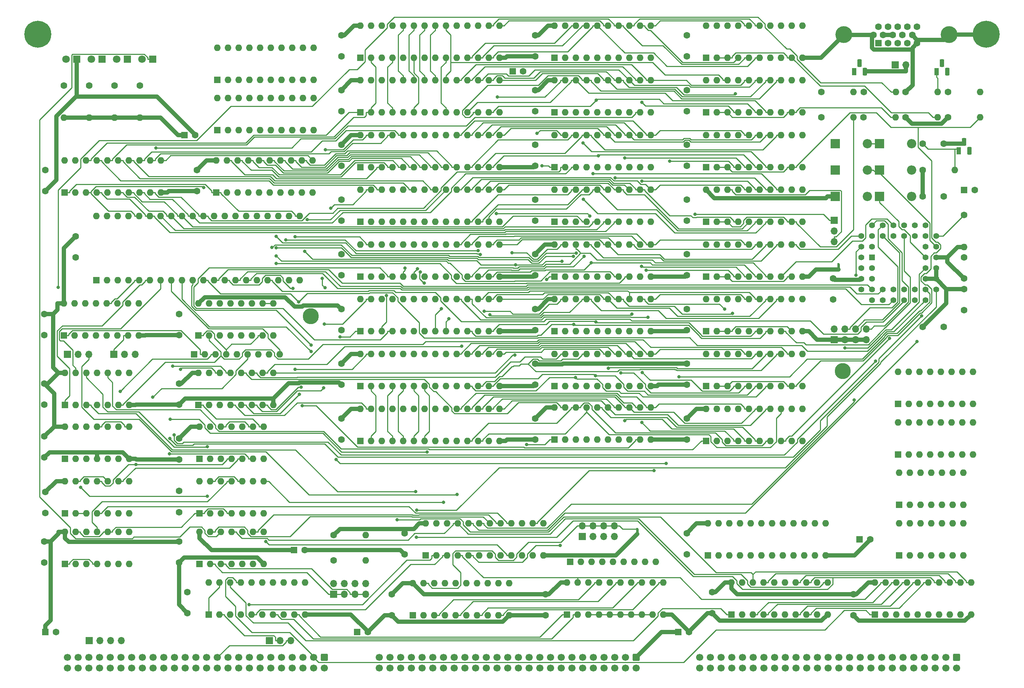
<source format=gbr>
%TF.GenerationSoftware,KiCad,Pcbnew,(6.0.11)*%
%TF.CreationDate,2024-01-19T05:48:23-05:00*%
%TF.ProjectId,input-output.GDC,696e7075-742d-46f7-9574-7075742e4744,rev?*%
%TF.SameCoordinates,Original*%
%TF.FileFunction,Copper,L1,Top*%
%TF.FilePolarity,Positive*%
%FSLAX46Y46*%
G04 Gerber Fmt 4.6, Leading zero omitted, Abs format (unit mm)*
G04 Created by KiCad (PCBNEW (6.0.11)) date 2024-01-19 05:48:23*
%MOMM*%
%LPD*%
G01*
G04 APERTURE LIST*
G04 Aperture macros list*
%AMRoundRect*
0 Rectangle with rounded corners*
0 $1 Rounding radius*
0 $2 $3 $4 $5 $6 $7 $8 $9 X,Y pos of 4 corners*
0 Add a 4 corners polygon primitive as box body*
4,1,4,$2,$3,$4,$5,$6,$7,$8,$9,$2,$3,0*
0 Add four circle primitives for the rounded corners*
1,1,$1+$1,$2,$3*
1,1,$1+$1,$4,$5*
1,1,$1+$1,$6,$7*
1,1,$1+$1,$8,$9*
0 Add four rect primitives between the rounded corners*
20,1,$1+$1,$2,$3,$4,$5,0*
20,1,$1+$1,$4,$5,$6,$7,0*
20,1,$1+$1,$6,$7,$8,$9,0*
20,1,$1+$1,$8,$9,$2,$3,0*%
G04 Aperture macros list end*
%TA.AperFunction,ComponentPad*%
%ADD10C,6.400000*%
%TD*%
%TA.AperFunction,ComponentPad*%
%ADD11RoundRect,0.250000X-0.600000X0.600000X-0.600000X-0.600000X0.600000X-0.600000X0.600000X0.600000X0*%
%TD*%
%TA.AperFunction,ComponentPad*%
%ADD12C,1.700000*%
%TD*%
%TA.AperFunction,ComponentPad*%
%ADD13R,1.700000X1.700000*%
%TD*%
%TA.AperFunction,ComponentPad*%
%ADD14O,1.700000X1.700000*%
%TD*%
%TA.AperFunction,ComponentPad*%
%ADD15C,1.600000*%
%TD*%
%TA.AperFunction,ComponentPad*%
%ADD16R,1.600000X1.600000*%
%TD*%
%TA.AperFunction,ComponentPad*%
%ADD17O,1.600000X1.600000*%
%TD*%
%TA.AperFunction,ComponentPad*%
%ADD18R,2.200000X2.200000*%
%TD*%
%TA.AperFunction,ComponentPad*%
%ADD19O,2.200000X2.200000*%
%TD*%
%TA.AperFunction,ComponentPad*%
%ADD20R,1.800000X1.800000*%
%TD*%
%TA.AperFunction,ComponentPad*%
%ADD21C,1.800000*%
%TD*%
%TA.AperFunction,ComponentPad*%
%ADD22C,4.000000*%
%TD*%
%TA.AperFunction,ComponentPad*%
%ADD23C,0.600000*%
%TD*%
%TA.AperFunction,ComponentPad*%
%ADD24C,3.800000*%
%TD*%
%TA.AperFunction,ComponentPad*%
%ADD25R,1.422400X1.422400*%
%TD*%
%TA.AperFunction,ComponentPad*%
%ADD26C,1.422400*%
%TD*%
%TA.AperFunction,ComponentPad*%
%ADD27R,1.100000X1.800000*%
%TD*%
%TA.AperFunction,ComponentPad*%
%ADD28RoundRect,0.275000X-0.275000X-0.625000X0.275000X-0.625000X0.275000X0.625000X-0.275000X0.625000X0*%
%TD*%
%TA.AperFunction,ViaPad*%
%ADD29C,0.800000*%
%TD*%
%TA.AperFunction,Conductor*%
%ADD30C,0.250000*%
%TD*%
%TA.AperFunction,Conductor*%
%ADD31C,1.000000*%
%TD*%
G04 APERTURE END LIST*
%TO.C,NT3*%
G36*
X230300000Y-130850000D02*
G01*
X229700000Y-130850000D01*
X229700000Y-129650000D01*
X230300000Y-129650000D01*
X230300000Y-130850000D01*
G37*
%TO.C,NT2*%
G36*
X182550000Y-193700000D02*
G01*
X181950000Y-193700000D01*
X181950000Y-192500000D01*
X182550000Y-192500000D01*
X182550000Y-193700000D01*
G37*
%TD*%
D10*
%TO.P,H2,1,1*%
%TO.N,GND*%
X265000000Y-75000000D03*
%TD*%
%TO.P,H1,1,1*%
%TO.N,GND*%
X40000000Y-75000000D03*
%TD*%
D11*
%TO.P,P2,1,Pin_1*%
%TO.N,VCC*%
X182000000Y-223000000D03*
D12*
%TO.P,P2,2,Pin_2*%
X182000000Y-225540000D03*
%TO.P,P2,3,Pin_3*%
%TO.N,/bus/A15*%
X179460000Y-223000000D03*
%TO.P,P2,4,Pin_4*%
%TO.N,/bus/A31*%
X179460000Y-225540000D03*
%TO.P,P2,5,Pin_5*%
%TO.N,/bus/A14*%
X176920000Y-223000000D03*
%TO.P,P2,6,Pin_6*%
%TO.N,/bus/A30*%
X176920000Y-225540000D03*
%TO.P,P2,7,Pin_7*%
%TO.N,/bus/A13*%
X174380000Y-223000000D03*
%TO.P,P2,8,Pin_8*%
%TO.N,/bus/A29*%
X174380000Y-225540000D03*
%TO.P,P2,9,Pin_9*%
%TO.N,/bus/A12*%
X171840000Y-223000000D03*
%TO.P,P2,10,Pin_10*%
%TO.N,/bus/A28*%
X171840000Y-225540000D03*
%TO.P,P2,11,Pin_11*%
%TO.N,/bus/A11*%
X169300000Y-223000000D03*
%TO.P,P2,12,Pin_12*%
%TO.N,/bus/A27*%
X169300000Y-225540000D03*
%TO.P,P2,13,Pin_13*%
%TO.N,/bus/A10*%
X166760000Y-223000000D03*
%TO.P,P2,14,Pin_14*%
%TO.N,/bus/A26*%
X166760000Y-225540000D03*
%TO.P,P2,15,Pin_15*%
%TO.N,/bus/A9*%
X164220000Y-223000000D03*
%TO.P,P2,16,Pin_16*%
%TO.N,/bus/A25*%
X164220000Y-225540000D03*
%TO.P,P2,17,Pin_17*%
%TO.N,/bus/A8*%
X161680000Y-223000000D03*
%TO.P,P2,18,Pin_18*%
%TO.N,/bus/A24*%
X161680000Y-225540000D03*
%TO.P,P2,19,Pin_19*%
%TO.N,+12V*%
X159140000Y-223000000D03*
%TO.P,P2,20,Pin_20*%
X159140000Y-225540000D03*
%TO.P,P2,21,Pin_21*%
%TO.N,A7*%
X156600000Y-223000000D03*
%TO.P,P2,22,Pin_22*%
%TO.N,/bus/A23*%
X156600000Y-225540000D03*
%TO.P,P2,23,Pin_23*%
%TO.N,A6*%
X154060000Y-223000000D03*
%TO.P,P2,24,Pin_24*%
%TO.N,/bus/A22*%
X154060000Y-225540000D03*
%TO.P,P2,25,Pin_25*%
%TO.N,A5*%
X151520000Y-223000000D03*
%TO.P,P2,26,Pin_26*%
%TO.N,/bus/A21*%
X151520000Y-225540000D03*
%TO.P,P2,27,Pin_27*%
%TO.N,A4*%
X148980000Y-223000000D03*
%TO.P,P2,28,Pin_28*%
%TO.N,/bus/A20*%
X148980000Y-225540000D03*
%TO.P,P2,29,Pin_29*%
%TO.N,A3*%
X146440000Y-223000000D03*
%TO.P,P2,30,Pin_30*%
%TO.N,/bus/A19*%
X146440000Y-225540000D03*
%TO.P,P2,31,Pin_31*%
%TO.N,A2*%
X143900000Y-223000000D03*
%TO.P,P2,32,Pin_32*%
%TO.N,/bus/A18*%
X143900000Y-225540000D03*
%TO.P,P2,33,Pin_33*%
%TO.N,A1*%
X141360000Y-223000000D03*
%TO.P,P2,34,Pin_34*%
%TO.N,/bus/A17*%
X141360000Y-225540000D03*
%TO.P,P2,35,Pin_35*%
%TO.N,A0*%
X138820000Y-223000000D03*
%TO.P,P2,36,Pin_36*%
%TO.N,/bus/A16*%
X138820000Y-225540000D03*
%TO.P,P2,37,Pin_37*%
%TO.N,-12V*%
X136280000Y-223000000D03*
%TO.P,P2,38,Pin_38*%
X136280000Y-225540000D03*
%TO.P,P2,39,Pin_39*%
%TO.N,/bus/IC3*%
X133740000Y-223000000D03*
%TO.P,P2,40,Pin_40*%
%TO.N,~{TEND1}*%
X133740000Y-225540000D03*
%TO.P,P2,41,Pin_41*%
%TO.N,/bus/IC2*%
X131200000Y-223000000D03*
%TO.P,P2,42,Pin_42*%
%TO.N,~{DREQ1}*%
X131200000Y-225540000D03*
%TO.P,P2,43,Pin_43*%
%TO.N,/bus/IC1*%
X128660000Y-223000000D03*
%TO.P,P2,44,Pin_44*%
%TO.N,~{TEND0}*%
X128660000Y-225540000D03*
%TO.P,P2,45,Pin_45*%
%TO.N,/bus/IC0*%
X126120000Y-223000000D03*
%TO.P,P2,46,Pin_46*%
%TO.N,~{DREQ0}*%
X126120000Y-225540000D03*
%TO.P,P2,47,Pin_47*%
%TO.N,/bus/AUXCLK1*%
X123580000Y-223000000D03*
%TO.P,P2,48,Pin_48*%
%TO.N,/bus/AUXCLK0*%
X123580000Y-225540000D03*
%TO.P,P2,49,Pin_49*%
%TO.N,GND*%
X121040000Y-223000000D03*
%TO.P,P2,50,Pin_50*%
X121040000Y-225540000D03*
%TD*%
D11*
%TO.P,P3,1,Pin_1*%
%TO.N,VCC*%
X258000000Y-223000000D03*
D12*
%TO.P,P3,2,Pin_2*%
X258000000Y-225540000D03*
%TO.P,P3,3,Pin_3*%
%TO.N,/bus/D15*%
X255460000Y-223000000D03*
%TO.P,P3,4,Pin_4*%
%TO.N,/bus/D31*%
X255460000Y-225540000D03*
%TO.P,P3,5,Pin_5*%
%TO.N,/bus/D14*%
X252920000Y-223000000D03*
%TO.P,P3,6,Pin_6*%
%TO.N,/bus/D30*%
X252920000Y-225540000D03*
%TO.P,P3,7,Pin_7*%
%TO.N,/bus/D13*%
X250380000Y-223000000D03*
%TO.P,P3,8,Pin_8*%
%TO.N,/bus/D29*%
X250380000Y-225540000D03*
%TO.P,P3,9,Pin_9*%
%TO.N,/bus/D12*%
X247840000Y-223000000D03*
%TO.P,P3,10,Pin_10*%
%TO.N,/bus/D28*%
X247840000Y-225540000D03*
%TO.P,P3,11,Pin_11*%
%TO.N,/bus/D11*%
X245300000Y-223000000D03*
%TO.P,P3,12,Pin_12*%
%TO.N,/bus/D27*%
X245300000Y-225540000D03*
%TO.P,P3,13,Pin_13*%
%TO.N,/bus/D10*%
X242760000Y-223000000D03*
%TO.P,P3,14,Pin_14*%
%TO.N,/bus/D26*%
X242760000Y-225540000D03*
%TO.P,P3,15,Pin_15*%
%TO.N,/bus/D9*%
X240220000Y-223000000D03*
%TO.P,P3,16,Pin_16*%
%TO.N,/bus/D25*%
X240220000Y-225540000D03*
%TO.P,P3,17,Pin_17*%
%TO.N,/bus/D8*%
X237680000Y-223000000D03*
%TO.P,P3,18,Pin_18*%
%TO.N,/bus/D24*%
X237680000Y-225540000D03*
%TO.P,P3,19,Pin_19*%
%TO.N,D7*%
X235140000Y-223000000D03*
%TO.P,P3,20,Pin_20*%
%TO.N,/bus/D23*%
X235140000Y-225540000D03*
%TO.P,P3,21,Pin_21*%
%TO.N,D6*%
X232600000Y-223000000D03*
%TO.P,P3,22,Pin_22*%
%TO.N,/bus/D22*%
X232600000Y-225540000D03*
%TO.P,P3,23,Pin_23*%
%TO.N,D5*%
X230060000Y-223000000D03*
%TO.P,P3,24,Pin_24*%
%TO.N,/bus/D21*%
X230060000Y-225540000D03*
%TO.P,P3,25,Pin_25*%
%TO.N,D4*%
X227520000Y-223000000D03*
%TO.P,P3,26,Pin_26*%
%TO.N,/bus/D20*%
X227520000Y-225540000D03*
%TO.P,P3,27,Pin_27*%
%TO.N,D3*%
X224980000Y-223000000D03*
%TO.P,P3,28,Pin_28*%
%TO.N,/bus/D19*%
X224980000Y-225540000D03*
%TO.P,P3,29,Pin_29*%
%TO.N,D2*%
X222440000Y-223000000D03*
%TO.P,P3,30,Pin_30*%
%TO.N,/bus/D18*%
X222440000Y-225540000D03*
%TO.P,P3,31,Pin_31*%
%TO.N,D1*%
X219900000Y-223000000D03*
%TO.P,P3,32,Pin_32*%
%TO.N,/bus/D17*%
X219900000Y-225540000D03*
%TO.P,P3,33,Pin_33*%
%TO.N,D0*%
X217360000Y-223000000D03*
%TO.P,P3,34,Pin_34*%
%TO.N,/bus/D16*%
X217360000Y-225540000D03*
%TO.P,P3,35,Pin_35*%
%TO.N,/bus/~{BUSERR}*%
X214820000Y-223000000D03*
%TO.P,P3,36,Pin_36*%
%TO.N,/bus/UDS*%
X214820000Y-225540000D03*
%TO.P,P3,37,Pin_37*%
%TO.N,/bus/~{VPA}*%
X212280000Y-223000000D03*
%TO.P,P3,38,Pin_38*%
%TO.N,/bus/LDS*%
X212280000Y-225540000D03*
%TO.P,P3,39,Pin_39*%
%TO.N,/bus/~{VMA}*%
X209740000Y-223000000D03*
%TO.P,P3,40,Pin_40*%
%TO.N,/bus/S2*%
X209740000Y-225540000D03*
%TO.P,P3,41,Pin_41*%
%TO.N,/bus/~{BHE}*%
X207200000Y-223000000D03*
%TO.P,P3,42,Pin_42*%
%TO.N,/bus/S1*%
X207200000Y-225540000D03*
%TO.P,P3,43,Pin_43*%
%TO.N,/bus/IPL2*%
X204660000Y-223000000D03*
%TO.P,P3,44,Pin_44*%
%TO.N,/bus/S0*%
X204660000Y-225540000D03*
%TO.P,P3,45,Pin_45*%
%TO.N,/bus/IPL1*%
X202120000Y-223000000D03*
%TO.P,P3,46,Pin_46*%
%TO.N,/bus/AUXCLK3*%
X202120000Y-225540000D03*
%TO.P,P3,47,Pin_47*%
%TO.N,/bus/IPL0*%
X199580000Y-223000000D03*
%TO.P,P3,48,Pin_48*%
%TO.N,/bus/AUXCLK2*%
X199580000Y-225540000D03*
%TO.P,P3,49,Pin_49*%
%TO.N,GND*%
X197040000Y-223000000D03*
%TO.P,P3,50,Pin_50*%
X197040000Y-225540000D03*
%TD*%
D11*
%TO.P,P1,1,Pin_1*%
%TO.N,VCC*%
X108000000Y-223000000D03*
D12*
%TO.P,P1,2,Pin_2*%
X108000000Y-225540000D03*
%TO.P,P1,3,Pin_3*%
%TO.N,~{RD}*%
X105460000Y-223000000D03*
%TO.P,P1,4,Pin_4*%
%TO.N,/bus/E*%
X105460000Y-225540000D03*
%TO.P,P1,5,Pin_5*%
%TO.N,~{WR}*%
X102920000Y-223000000D03*
%TO.P,P1,6,Pin_6*%
%TO.N,/bus/ST*%
X102920000Y-225540000D03*
%TO.P,P1,7,Pin_7*%
%TO.N,~{IORQ}*%
X100380000Y-223000000D03*
%TO.P,P1,8,Pin_8*%
%TO.N,/bus/PHI*%
X100380000Y-225540000D03*
%TO.P,P1,9,Pin_9*%
%TO.N,/bus/~{MREQ}*%
X97840000Y-223000000D03*
%TO.P,P1,10,Pin_10*%
%TO.N,/bus/~{INT2}*%
X97840000Y-225540000D03*
%TO.P,P1,11,Pin_11*%
%TO.N,~{M1}*%
X95300000Y-223000000D03*
%TO.P,P1,12,Pin_12*%
%TO.N,/bus/~{INT1}*%
X95300000Y-225540000D03*
%TO.P,P1,13,Pin_13*%
%TO.N,/bus/~{BUSACK}*%
X92760000Y-223000000D03*
%TO.P,P1,14,Pin_14*%
%TO.N,/bus/CRUCLK*%
X92760000Y-225540000D03*
%TO.P,P1,15,Pin_15*%
%TO.N,/bus/CLK*%
X90220000Y-223000000D03*
%TO.P,P1,16,Pin_16*%
%TO.N,/bus/CRUOUT*%
X90220000Y-225540000D03*
%TO.P,P1,17,Pin_17*%
%TO.N,/bus/~{INT0}*%
X87680000Y-223000000D03*
%TO.P,P1,18,Pin_18*%
%TO.N,/bus/CRUIN*%
X87680000Y-225540000D03*
%TO.P,P1,19,Pin_19*%
%TO.N,/bus/~{NMI}*%
X85140000Y-223000000D03*
%TO.P,P1,20,Pin_20*%
%TO.N,~{RES_IN}*%
X85140000Y-225540000D03*
%TO.P,P1,21,Pin_21*%
%TO.N,~{RES_OUT}*%
X82600000Y-223000000D03*
%TO.P,P1,22,Pin_22*%
%TO.N,/bus/USER8*%
X82600000Y-225540000D03*
%TO.P,P1,23,Pin_23*%
%TO.N,/bus/~{BUSRQ}*%
X80060000Y-223000000D03*
%TO.P,P1,24,Pin_24*%
%TO.N,/bus/USER7*%
X80060000Y-225540000D03*
%TO.P,P1,25,Pin_25*%
%TO.N,/bus/~{WAIT}*%
X77520000Y-223000000D03*
%TO.P,P1,26,Pin_26*%
%TO.N,/bus/USER6*%
X77520000Y-225540000D03*
%TO.P,P1,27,Pin_27*%
%TO.N,/bus/~{HALT}*%
X74980000Y-223000000D03*
%TO.P,P1,28,Pin_28*%
%TO.N,/bus/USER5*%
X74980000Y-225540000D03*
%TO.P,P1,29,Pin_29*%
%TO.N,/bus/~{RFSH}*%
X72440000Y-223000000D03*
%TO.P,P1,30,Pin_30*%
%TO.N,/bus/USER4*%
X72440000Y-225540000D03*
%TO.P,P1,31,Pin_31*%
%TO.N,/bus/~{EIRQ7}*%
X69900000Y-223000000D03*
%TO.P,P1,32,Pin_32*%
%TO.N,/bus/USER3*%
X69900000Y-225540000D03*
%TO.P,P1,33,Pin_33*%
%TO.N,/bus/~{EIRQ6}*%
X67360000Y-223000000D03*
%TO.P,P1,34,Pin_34*%
%TO.N,/bus/USER2*%
X67360000Y-225540000D03*
%TO.P,P1,35,Pin_35*%
%TO.N,/bus/~{EIRQ5}*%
X64820000Y-223000000D03*
%TO.P,P1,36,Pin_36*%
%TO.N,/bus/USER1*%
X64820000Y-225540000D03*
%TO.P,P1,37,Pin_37*%
%TO.N,/bus/~{EIRQ4}*%
X62280000Y-223000000D03*
%TO.P,P1,38,Pin_38*%
%TO.N,/bus/USER0*%
X62280000Y-225540000D03*
%TO.P,P1,39,Pin_39*%
%TO.N,/bus/~{EIRQ3}*%
X59740000Y-223000000D03*
%TO.P,P1,40,Pin_40*%
%TO.N,~{BAI}*%
X59740000Y-225540000D03*
%TO.P,P1,41,Pin_41*%
%TO.N,/bus/~{EIRQ2}*%
X57200000Y-223000000D03*
%TO.P,P1,42,Pin_42*%
%TO.N,~{BAO}*%
X57200000Y-225540000D03*
%TO.P,P1,43,Pin_43*%
%TO.N,/bus/~{EIRQ1}*%
X54660000Y-223000000D03*
%TO.P,P1,44,Pin_44*%
%TO.N,~{IEI}*%
X54660000Y-225540000D03*
%TO.P,P1,45,Pin_45*%
%TO.N,/bus/~{EIRQ0}*%
X52120000Y-223000000D03*
%TO.P,P1,46,Pin_46*%
%TO.N,~{IEO}*%
X52120000Y-225540000D03*
%TO.P,P1,47,Pin_47*%
%TO.N,/bus/I2C_SCL*%
X49580000Y-223000000D03*
%TO.P,P1,48,Pin_48*%
%TO.N,/bus/I2C_SDA*%
X49580000Y-225540000D03*
%TO.P,P1,49,Pin_49*%
%TO.N,GND*%
X47040000Y-223000000D03*
%TO.P,P1,50,Pin_50*%
X47040000Y-225540000D03*
%TD*%
D13*
%TO.P,JP1,1,Pin_1*%
%TO.N,H+VSYNC-*%
X229000000Y-119225000D03*
D14*
%TO.P,JP1,2,Pin_2*%
%TO.N,Net-(JP1-Pad2)*%
X229000000Y-121765000D03*
%TO.P,JP1,3,Pin_3*%
%TO.N,ZERO*%
X229000000Y-124305000D03*
%TD*%
D15*
%TO.P,C16,1*%
%TO.N,VCC*%
X73500000Y-171000000D03*
%TO.P,C16,2*%
%TO.N,GND*%
X73500000Y-176000000D03*
%TD*%
D16*
%TO.P,U32,1,S0*%
%TO.N,VSR-LD*%
X198575000Y-93570000D03*
D17*
%TO.P,U32,2,OE1*%
%TO.N,Net-(R3-Pad2)*%
X201115000Y-93570000D03*
%TO.P,U32,3,OE2*%
X203655000Y-93570000D03*
%TO.P,U32,4,IO6*%
%TO.N,/VSRAM/V2D14*%
X206195000Y-93570000D03*
%TO.P,U32,5,IO4*%
%TO.N,/VSRAM/V2D12*%
X208735000Y-93570000D03*
%TO.P,U32,6,IO2*%
%TO.N,/VSRAM/V2D10*%
X211275000Y-93570000D03*
%TO.P,U32,7,IO0*%
%TO.N,/VSRAM/V2D8*%
X213815000Y-93570000D03*
%TO.P,U32,8,Q0*%
%TO.N,Net-(U31-Pad18)*%
X216355000Y-93570000D03*
%TO.P,U32,9,Mr*%
%TO.N,Net-(R3-Pad2)*%
X218895000Y-93570000D03*
%TO.P,U32,10,GND*%
%TO.N,GND*%
X221435000Y-93570000D03*
%TO.P,U32,11,Ds0*%
%TO.N,unconnected-(U32-Pad11)*%
X221435000Y-85950000D03*
%TO.P,U32,12,Cp*%
%TO.N,PIX-CLK*%
X218895000Y-85950000D03*
%TO.P,U32,13,IO1*%
%TO.N,/VSRAM/V2D9*%
X216355000Y-85950000D03*
%TO.P,U32,14,IO3*%
%TO.N,/VSRAM/V2D11*%
X213815000Y-85950000D03*
%TO.P,U32,15,IO5*%
%TO.N,/VSRAM/V2D13*%
X211275000Y-85950000D03*
%TO.P,U32,16,IO7*%
%TO.N,/VSRAM/V2D15*%
X208735000Y-85950000D03*
%TO.P,U32,17,Q7*%
%TO.N,unconnected-(U32-Pad17)*%
X206195000Y-85950000D03*
%TO.P,U32,18,Ds7*%
%TO.N,ZERO*%
X203655000Y-85950000D03*
%TO.P,U32,19,S1*%
%TO.N,Net-(R3-Pad2)*%
X201115000Y-85950000D03*
%TO.P,U32,20,VCC*%
%TO.N,VCC*%
X198575000Y-85950000D03*
%TD*%
D15*
%TO.P,C58,1*%
%TO.N,VCC*%
X41800000Y-183750000D03*
%TO.P,C58,2*%
%TO.N,GND*%
X41800000Y-188750000D03*
%TD*%
D16*
%TO.P,U3,1,I0/CLK*%
%TO.N,unconnected-(U3-Pad1)*%
X132025000Y-198800000D03*
D17*
%TO.P,U3,2,I1*%
%TO.N,~{bRD}*%
X134565000Y-198800000D03*
%TO.P,U3,3,I2*%
%TO.N,~{bWR}*%
X137105000Y-198800000D03*
%TO.P,U3,4,I3*%
%TO.N,~{CS_BRD}*%
X139645000Y-198800000D03*
%TO.P,U3,5,I4*%
%TO.N,bA2*%
X142185000Y-198800000D03*
%TO.P,U3,6,I5*%
%TO.N,bA3*%
X144725000Y-198800000D03*
%TO.P,U3,7,I6*%
%TO.N,~{DBIN_GDC}*%
X147265000Y-198800000D03*
%TO.P,U3,8,I7*%
%TO.N,~{ALE2}*%
X149805000Y-198800000D03*
%TO.P,U3,9,I8*%
%TO.N,2xWCLK*%
X152345000Y-198800000D03*
%TO.P,U3,10,I9*%
%TO.N,HSYNC-*%
X154885000Y-198800000D03*
%TO.P,U3,11,I10*%
%TO.N,VSYNC-*%
X157425000Y-198800000D03*
%TO.P,U3,12,GND*%
%TO.N,GND*%
X159965000Y-198800000D03*
%TO.P,U3,13,I11*%
%TO.N,unconnected-(U3-Pad13)*%
X159965000Y-191180000D03*
%TO.P,U3,14,O9*%
%TO.N,H+VSYNC-*%
X157425000Y-191180000D03*
%TO.P,U3,15,O8*%
%TO.N,~{READ_VRAM}*%
X154885000Y-191180000D03*
%TO.P,U3,16,O7*%
%TO.N,~{DBIN}*%
X152345000Y-191180000D03*
%TO.P,U3,17,O6*%
%TO.N,~{CS_GDC}*%
X149805000Y-191180000D03*
%TO.P,U3,18,O5*%
%TO.N,~{CS_RAMDAC}*%
X147265000Y-191180000D03*
%TO.P,U3,19,O4*%
%TO.N,~{CS_RAMDAC_RD}*%
X144725000Y-191180000D03*
%TO.P,U3,20,O3*%
%TO.N,~{CS_RAMDAC_WR}*%
X142185000Y-191180000D03*
%TO.P,U3,21,O2*%
%TO.N,~{CS_LATCH}*%
X139645000Y-191180000D03*
%TO.P,U3,22,O1*%
%TO.N,~{CS_GDC_WR}*%
X137105000Y-191180000D03*
%TO.P,U3,23,O0*%
%TO.N,~{CS_GDC_RD}*%
X134565000Y-191180000D03*
%TO.P,U3,24,VCC*%
%TO.N,VCC*%
X132025000Y-191180000D03*
%TD*%
D15*
%TO.P,R5,1*%
%TO.N,VCC*%
X255940000Y-94750000D03*
D17*
%TO.P,R5,2*%
%TO.N,Net-(R5-Pad2)*%
X263560000Y-94750000D03*
%TD*%
D15*
%TO.P,C52,1*%
%TO.N,VCC*%
X250000000Y-144500000D03*
%TO.P,C52,2*%
%TO.N,GND*%
X255000000Y-144500000D03*
%TD*%
%TO.P,R2,1*%
%TO.N,VCC*%
X225940000Y-94750000D03*
D17*
%TO.P,R2,2*%
%TO.N,Net-(R2-Pad2)*%
X233560000Y-94750000D03*
%TD*%
D16*
%TO.P,U28,1,A14*%
%TO.N,/VSRAM/MA14*%
X116500000Y-93570000D03*
D17*
%TO.P,U28,2,A12*%
%TO.N,/VSRAM/MA12*%
X119040000Y-93570000D03*
%TO.P,U28,3,A7*%
%TO.N,/VSRAM/MA7*%
X121580000Y-93570000D03*
%TO.P,U28,4,A6*%
%TO.N,/VSRAM/MA6*%
X124120000Y-93570000D03*
%TO.P,U28,5,A5*%
%TO.N,/VSRAM/MA5*%
X126660000Y-93570000D03*
%TO.P,U28,6,A4*%
%TO.N,/VSRAM/MA4*%
X129200000Y-93570000D03*
%TO.P,U28,7,A3*%
%TO.N,/VSRAM/MA3*%
X131740000Y-93570000D03*
%TO.P,U28,8,A2*%
%TO.N,/VSRAM/MA2*%
X134280000Y-93570000D03*
%TO.P,U28,9,A1*%
%TO.N,/VSRAM/MA1*%
X136820000Y-93570000D03*
%TO.P,U28,10,A0*%
%TO.N,/VSRAM/MA0*%
X139360000Y-93570000D03*
%TO.P,U28,11,Q0*%
%TO.N,/VSRAM/V2D8*%
X141900000Y-93570000D03*
%TO.P,U28,12,Q1*%
%TO.N,/VSRAM/V2D9*%
X144440000Y-93570000D03*
%TO.P,U28,13,Q2*%
%TO.N,/VSRAM/V2D10*%
X146980000Y-93570000D03*
%TO.P,U28,14,GND*%
%TO.N,GND*%
X149520000Y-93570000D03*
%TO.P,U28,15,Q3*%
%TO.N,/VSRAM/V2D11*%
X149520000Y-85950000D03*
%TO.P,U28,16,Q4*%
%TO.N,/VSRAM/V2D12*%
X146980000Y-85950000D03*
%TO.P,U28,17,Q5*%
%TO.N,/VSRAM/V2D13*%
X144440000Y-85950000D03*
%TO.P,U28,18,Q6*%
%TO.N,/VSRAM/V2D14*%
X141900000Y-85950000D03*
%TO.P,U28,19,Q7*%
%TO.N,/VSRAM/V2D15*%
X139360000Y-85950000D03*
%TO.P,U28,20,~{CS}*%
%TO.N,ZERO*%
X136820000Y-85950000D03*
%TO.P,U28,21,A10*%
%TO.N,/VSRAM/MA10*%
X134280000Y-85950000D03*
%TO.P,U28,22,~{OE}*%
%TO.N,~{READ_VRAM}*%
X131740000Y-85950000D03*
%TO.P,U28,23,A11*%
%TO.N,/VSRAM/MA11*%
X129200000Y-85950000D03*
%TO.P,U28,24,A9*%
%TO.N,/VSRAM/MA9*%
X126660000Y-85950000D03*
%TO.P,U28,25,A8*%
%TO.N,/VSRAM/MA8*%
X124120000Y-85950000D03*
%TO.P,U28,26,A13*%
%TO.N,/VSRAM/MA13*%
X121580000Y-85950000D03*
%TO.P,U28,27,~{WE}*%
%TO.N,/VSRAM/~{WE2}*%
X119040000Y-85950000D03*
%TO.P,U28,28,VCC*%
%TO.N,VCC*%
X116500000Y-85950000D03*
%TD*%
D16*
%TO.P,U17,1*%
%TO.N,Net-(U17-Pad1)*%
X78375000Y-175800000D03*
D17*
%TO.P,U17,2*%
%TO.N,Net-(U17-Pad2)*%
X80915000Y-175800000D03*
%TO.P,U17,3*%
%TO.N,N/C*%
X83455000Y-175800000D03*
%TO.P,U17,4*%
%TO.N,/uPD7220/2xWCLK#*%
X85995000Y-175800000D03*
%TO.P,U17,5*%
%TO.N,Net-(U17-Pad5)*%
X88535000Y-175800000D03*
%TO.P,U17,6*%
%TO.N,/uPD7220/VSR-LD#*%
X91075000Y-175800000D03*
%TO.P,U17,7,GND*%
%TO.N,GND*%
X93615000Y-175800000D03*
%TO.P,U17,8*%
%TO.N,~{WE}*%
X93615000Y-168180000D03*
%TO.P,U17,9*%
%TO.N,/uPD7220/PU4.7K-K*%
X91075000Y-168180000D03*
%TO.P,U17,10*%
%TO.N,/uPD7220/2xWCLK#*%
X88535000Y-168180000D03*
%TO.P,U17,11*%
%TO.N,N/C*%
X85995000Y-168180000D03*
%TO.P,U17,12*%
%TO.N,/uPD7220/PU4.7K-K*%
X83455000Y-168180000D03*
%TO.P,U17,13*%
%TO.N,Net-(U17-Pad13)*%
X80915000Y-168180000D03*
%TO.P,U17,14,VCC*%
%TO.N,VCC*%
X78375000Y-168180000D03*
%TD*%
D16*
%TO.P,U4,1,2xWCLK*%
%TO.N,2xWCLK*%
X53875000Y-133395000D03*
D17*
%TO.P,U4,2,/DBIN*%
%TO.N,~{DBIN_GDC}*%
X56415000Y-133395000D03*
%TO.P,U4,3,HSYNC*%
%TO.N,Net-(U4-Pad3)*%
X58955000Y-133395000D03*
%TO.P,U4,4,V/EXT_SYNC*%
%TO.N,Net-(U4-Pad4)*%
X61495000Y-133395000D03*
%TO.P,U4,5,BLANK*%
%TO.N,Net-(U4-Pad5)*%
X64035000Y-133395000D03*
%TO.P,U4,6,ALE*%
%TO.N,ALE*%
X66575000Y-133395000D03*
%TO.P,U4,7,DRQ*%
%TO.N,Net-(U4-Pad7)*%
X69115000Y-133395000D03*
%TO.P,U4,8,/DACK*%
%TO.N,/uPD7220/TEND#*%
X71655000Y-133395000D03*
%TO.P,U4,9,/RD*%
%TO.N,~{CS_GDC_RD}*%
X74195000Y-133395000D03*
%TO.P,U4,10,/WR*%
%TO.N,~{CS_GDC_WR}*%
X76735000Y-133395000D03*
%TO.P,U4,11,A0*%
%TO.N,bA0*%
X79275000Y-133395000D03*
%TO.P,U4,12,DB0*%
%TO.N,bD0*%
X81815000Y-133395000D03*
%TO.P,U4,13,DB1*%
%TO.N,bD1*%
X84355000Y-133395000D03*
%TO.P,U4,14,DB2*%
%TO.N,bD2*%
X86895000Y-133395000D03*
%TO.P,U4,15,DB3*%
%TO.N,bD3*%
X89435000Y-133395000D03*
%TO.P,U4,16,DB4*%
%TO.N,bD4*%
X91975000Y-133395000D03*
%TO.P,U4,17,DB5*%
%TO.N,bD5*%
X94515000Y-133395000D03*
%TO.P,U4,18,DB6*%
%TO.N,bD6*%
X97055000Y-133395000D03*
%TO.P,U4,19,DB7*%
%TO.N,bD7*%
X99595000Y-133395000D03*
%TO.P,U4,20,GND*%
%TO.N,GND*%
X102135000Y-133395000D03*
%TO.P,U4,21,LPEN/DH*%
%TO.N,ZERO*%
X102135000Y-118155000D03*
%TO.P,U4,22,AD0*%
%TO.N,AD0*%
X99595000Y-118155000D03*
%TO.P,U4,23,AD1*%
%TO.N,AD1*%
X97055000Y-118155000D03*
%TO.P,U4,24,AD2*%
%TO.N,AD2*%
X94515000Y-118155000D03*
%TO.P,U4,25,AD3*%
%TO.N,AD3*%
X91975000Y-118155000D03*
%TO.P,U4,26,AD4*%
%TO.N,AD4*%
X89435000Y-118155000D03*
%TO.P,U4,27,AD5*%
%TO.N,AD5*%
X86895000Y-118155000D03*
%TO.P,U4,28,AD6*%
%TO.N,AD6*%
X84355000Y-118155000D03*
%TO.P,U4,29,AD7*%
%TO.N,AD7*%
X81815000Y-118155000D03*
%TO.P,U4,30,AD8*%
%TO.N,AD8*%
X79275000Y-118155000D03*
%TO.P,U4,31,AD9*%
%TO.N,AD9*%
X76735000Y-118155000D03*
%TO.P,U4,32,AD10*%
%TO.N,AD10*%
X74195000Y-118155000D03*
%TO.P,U4,33,AD11*%
%TO.N,AD11*%
X71655000Y-118155000D03*
%TO.P,U4,34,AD12*%
%TO.N,AD12*%
X69115000Y-118155000D03*
%TO.P,U4,35,AD13*%
%TO.N,AD13*%
X66575000Y-118155000D03*
%TO.P,U4,36,AD14*%
%TO.N,AD14*%
X64035000Y-118155000D03*
%TO.P,U4,37,AD15*%
%TO.N,AD15*%
X61495000Y-118155000D03*
%TO.P,U4,38,A16*%
%TO.N,AD16*%
X58955000Y-118155000D03*
%TO.P,U4,39,A17*%
%TO.N,AD17*%
X56415000Y-118155000D03*
%TO.P,U4,40,VCC*%
%TO.N,VCC*%
X53875000Y-118155000D03*
%TD*%
D16*
%TO.P,U31,1,S0*%
%TO.N,VSR-LD*%
X198575000Y-145570000D03*
D17*
%TO.P,U31,2,OE1*%
%TO.N,Net-(R3-Pad2)*%
X201115000Y-145570000D03*
%TO.P,U31,3,OE2*%
X203655000Y-145570000D03*
%TO.P,U31,4,IO6*%
%TO.N,/VSRAM/V2D6*%
X206195000Y-145570000D03*
%TO.P,U31,5,IO4*%
%TO.N,/VSRAM/V2D4*%
X208735000Y-145570000D03*
%TO.P,U31,6,IO2*%
%TO.N,/VSRAM/V2D2*%
X211275000Y-145570000D03*
%TO.P,U31,7,IO0*%
%TO.N,/VSRAM/V2D0*%
X213815000Y-145570000D03*
%TO.P,U31,8,Q0*%
%TO.N,COLOR2*%
X216355000Y-145570000D03*
%TO.P,U31,9,Mr*%
%TO.N,Net-(R3-Pad2)*%
X218895000Y-145570000D03*
%TO.P,U31,10,GND*%
%TO.N,GND*%
X221435000Y-145570000D03*
%TO.P,U31,11,Ds0*%
%TO.N,unconnected-(U31-Pad11)*%
X221435000Y-137950000D03*
%TO.P,U31,12,Cp*%
%TO.N,PIX-CLK*%
X218895000Y-137950000D03*
%TO.P,U31,13,IO1*%
%TO.N,/VSRAM/V2D1*%
X216355000Y-137950000D03*
%TO.P,U31,14,IO3*%
%TO.N,/VSRAM/V2D3*%
X213815000Y-137950000D03*
%TO.P,U31,15,IO5*%
%TO.N,/VSRAM/V2D5*%
X211275000Y-137950000D03*
%TO.P,U31,16,IO7*%
%TO.N,/VSRAM/V2D7*%
X208735000Y-137950000D03*
%TO.P,U31,17,Q7*%
%TO.N,unconnected-(U31-Pad17)*%
X206195000Y-137950000D03*
%TO.P,U31,18,Ds7*%
%TO.N,Net-(U31-Pad18)*%
X203655000Y-137950000D03*
%TO.P,U31,19,S1*%
%TO.N,Net-(R3-Pad2)*%
X201115000Y-137950000D03*
%TO.P,U31,20,VCC*%
%TO.N,VCC*%
X198575000Y-137950000D03*
%TD*%
D15*
%TO.P,C55,1*%
%TO.N,VCC*%
X194000000Y-101270000D03*
%TO.P,C55,2*%
%TO.N,GND*%
X194000000Y-106270000D03*
%TD*%
D16*
%TO.P,J2,1,Pin_1*%
%TO.N,unconnected-(J2-Pad1)*%
X244125000Y-162800000D03*
D17*
%TO.P,J2,2,Pin_2*%
%TO.N,unconnected-(J2-Pad2)*%
X246665000Y-162800000D03*
%TO.P,J2,3,Pin_3*%
%TO.N,unconnected-(J2-Pad3)*%
X249205000Y-162800000D03*
%TO.P,J2,4,Pin_4*%
%TO.N,unconnected-(J2-Pad4)*%
X251745000Y-162800000D03*
%TO.P,J2,5,Pin_5*%
%TO.N,unconnected-(J2-Pad5)*%
X254285000Y-162800000D03*
%TO.P,J2,6,Pin_6*%
%TO.N,unconnected-(J2-Pad6)*%
X256825000Y-162800000D03*
%TO.P,J2,7,Pin_7*%
%TO.N,unconnected-(J2-Pad7)*%
X259365000Y-162800000D03*
%TO.P,J2,8,Pin_8*%
%TO.N,unconnected-(J2-Pad8)*%
X261905000Y-162800000D03*
%TO.P,J2,9,Pin_9*%
%TO.N,unconnected-(J2-Pad9)*%
X261905000Y-155180000D03*
%TO.P,J2,10,Pin_10*%
%TO.N,unconnected-(J2-Pad10)*%
X259365000Y-155180000D03*
%TO.P,J2,11,Pin_11*%
%TO.N,unconnected-(J2-Pad11)*%
X256825000Y-155180000D03*
%TO.P,J2,12,Pin_12*%
%TO.N,unconnected-(J2-Pad12)*%
X254285000Y-155180000D03*
%TO.P,J2,13,Pin_13*%
%TO.N,unconnected-(J2-Pad13)*%
X251745000Y-155180000D03*
%TO.P,J2,14,Pin_14*%
%TO.N,unconnected-(J2-Pad14)*%
X249205000Y-155180000D03*
%TO.P,J2,15,Pin_15*%
%TO.N,unconnected-(J2-Pad15)*%
X246665000Y-155180000D03*
%TO.P,J2,16,Pin_16*%
%TO.N,unconnected-(J2-Pad16)*%
X244125000Y-155180000D03*
%TD*%
D16*
%TO.P,U7,1,I0/CLK*%
%TO.N,unconnected-(U7-Pad1)*%
X199000000Y-198800000D03*
D17*
%TO.P,U7,2,I1*%
%TO.N,unconnected-(U7-Pad2)*%
X201540000Y-198800000D03*
%TO.P,U7,3,I2*%
%TO.N,unconnected-(U7-Pad3)*%
X204080000Y-198800000D03*
%TO.P,U7,4,I3*%
%TO.N,unconnected-(U7-Pad4)*%
X206620000Y-198800000D03*
%TO.P,U7,5,I4*%
%TO.N,unconnected-(U7-Pad5)*%
X209160000Y-198800000D03*
%TO.P,U7,6,I5*%
%TO.N,unconnected-(U7-Pad6)*%
X211700000Y-198800000D03*
%TO.P,U7,7,I6*%
%TO.N,unconnected-(U7-Pad7)*%
X214240000Y-198800000D03*
%TO.P,U7,8,I7*%
%TO.N,unconnected-(U7-Pad8)*%
X216780000Y-198800000D03*
%TO.P,U7,9,I8*%
%TO.N,unconnected-(U7-Pad9)*%
X219320000Y-198800000D03*
%TO.P,U7,10,I9*%
%TO.N,unconnected-(U7-Pad10)*%
X221860000Y-198800000D03*
%TO.P,U7,11,I10*%
%TO.N,unconnected-(U7-Pad11)*%
X224400000Y-198800000D03*
%TO.P,U7,12,GND*%
%TO.N,GND*%
X226940000Y-198800000D03*
%TO.P,U7,13,I11*%
%TO.N,unconnected-(U7-Pad13)*%
X226940000Y-191180000D03*
%TO.P,U7,14,O9*%
%TO.N,unconnected-(U7-Pad14)*%
X224400000Y-191180000D03*
%TO.P,U7,15,O8*%
%TO.N,unconnected-(U7-Pad15)*%
X221860000Y-191180000D03*
%TO.P,U7,16,O7*%
%TO.N,unconnected-(U7-Pad16)*%
X219320000Y-191180000D03*
%TO.P,U7,17,O6*%
%TO.N,unconnected-(U7-Pad17)*%
X216780000Y-191180000D03*
%TO.P,U7,18,O5*%
%TO.N,unconnected-(U7-Pad18)*%
X214240000Y-191180000D03*
%TO.P,U7,19,O4*%
%TO.N,unconnected-(U7-Pad19)*%
X211700000Y-191180000D03*
%TO.P,U7,20,O3*%
%TO.N,unconnected-(U7-Pad20)*%
X209160000Y-191180000D03*
%TO.P,U7,21,O2*%
%TO.N,unconnected-(U7-Pad21)*%
X206620000Y-191180000D03*
%TO.P,U7,22,O1*%
%TO.N,unconnected-(U7-Pad22)*%
X204080000Y-191180000D03*
%TO.P,U7,23,O0*%
%TO.N,unconnected-(U7-Pad23)*%
X201540000Y-191180000D03*
%TO.P,U7,24,VCC*%
%TO.N,VCC*%
X199000000Y-191180000D03*
%TD*%
D18*
%TO.P,D9,1,K*%
%TO.N,VCC*%
X229190000Y-101000000D03*
D19*
%TO.P,D9,2,A*%
%TO.N,/RAMDAC/BLU*%
X236810000Y-101000000D03*
%TD*%
D15*
%TO.P,C43,1*%
%TO.N,VCC*%
X112000000Y-127270000D03*
%TO.P,C43,2*%
%TO.N,GND*%
X112000000Y-132270000D03*
%TD*%
D16*
%TO.P,C22,1*%
%TO.N,VCC*%
X115794900Y-217000000D03*
D15*
%TO.P,C22,2*%
%TO.N,GND*%
X118294900Y-217000000D03*
%TD*%
%TO.P,C10,1*%
%TO.N,VCC*%
X73500000Y-141500000D03*
%TO.P,C10,2*%
%TO.N,GND*%
X73500000Y-146500000D03*
%TD*%
%TO.P,C46,1*%
%TO.N,VCC*%
X194000000Y-153270000D03*
%TO.P,C46,2*%
%TO.N,GND*%
X194000000Y-158270000D03*
%TD*%
D16*
%TO.P,U29,1,S0*%
%TO.N,VSR-LD*%
X198575000Y-171570000D03*
D17*
%TO.P,U29,2,OE1*%
%TO.N,Net-(R2-Pad2)*%
X201115000Y-171570000D03*
%TO.P,U29,3,OE2*%
X203655000Y-171570000D03*
%TO.P,U29,4,IO6*%
%TO.N,/VSRAM/V0D6*%
X206195000Y-171570000D03*
%TO.P,U29,5,IO4*%
%TO.N,/VSRAM/V0D4*%
X208735000Y-171570000D03*
%TO.P,U29,6,IO2*%
%TO.N,/VSRAM/V0D2*%
X211275000Y-171570000D03*
%TO.P,U29,7,IO0*%
%TO.N,/VSRAM/V0D0*%
X213815000Y-171570000D03*
%TO.P,U29,8,Q0*%
%TO.N,COLOR0*%
X216355000Y-171570000D03*
%TO.P,U29,9,Mr*%
%TO.N,Net-(R2-Pad2)*%
X218895000Y-171570000D03*
%TO.P,U29,10,GND*%
%TO.N,GND*%
X221435000Y-171570000D03*
%TO.P,U29,11,Ds0*%
%TO.N,unconnected-(U29-Pad11)*%
X221435000Y-163950000D03*
%TO.P,U29,12,Cp*%
%TO.N,PIX-CLK*%
X218895000Y-163950000D03*
%TO.P,U29,13,IO1*%
%TO.N,/VSRAM/V0D1*%
X216355000Y-163950000D03*
%TO.P,U29,14,IO3*%
%TO.N,/VSRAM/V0D3*%
X213815000Y-163950000D03*
%TO.P,U29,15,IO5*%
%TO.N,/VSRAM/V0D5*%
X211275000Y-163950000D03*
%TO.P,U29,16,IO7*%
%TO.N,/VSRAM/V0D7*%
X208735000Y-163950000D03*
%TO.P,U29,17,Q7*%
%TO.N,unconnected-(U29-Pad17)*%
X206195000Y-163950000D03*
%TO.P,U29,18,Ds7*%
%TO.N,Net-(U29-Pad18)*%
X203655000Y-163950000D03*
%TO.P,U29,19,S1*%
%TO.N,Net-(R2-Pad2)*%
X201115000Y-163950000D03*
%TO.P,U29,20,VCC*%
%TO.N,VCC*%
X198575000Y-163950000D03*
%TD*%
D15*
%TO.P,C31,1*%
%TO.N,VCC*%
X259750000Y-135500000D03*
%TO.P,C31,2*%
%TO.N,GND*%
X259750000Y-140500000D03*
%TD*%
D20*
%TO.P,D1,1,K*%
%TO.N,GND*%
X49250000Y-80950000D03*
D21*
%TO.P,D1,2,A*%
%TO.N,Net-(D1-Pad2)*%
X46710000Y-80950000D03*
%TD*%
D16*
%TO.P,X4,1,Pin_1*%
%TO.N,unconnected-(X4-Pad1)*%
X46425000Y-175800000D03*
D17*
%TO.P,X4,2,Pin_2*%
%TO.N,unconnected-(X4-Pad2)*%
X48965000Y-175800000D03*
%TO.P,X4,3,Pin_3*%
%TO.N,unconnected-(X4-Pad3)*%
X51505000Y-175800000D03*
%TO.P,X4,4,Pin_4*%
%TO.N,GND*%
X54045000Y-175800000D03*
%TO.P,X4,5,Pin_5*%
%TO.N,unconnected-(X4-Pad5)*%
X56585000Y-175800000D03*
%TO.P,X4,6,Pin_6*%
%TO.N,unconnected-(X4-Pad6)*%
X59125000Y-175800000D03*
%TO.P,X4,7,Pin_7*%
%TO.N,GND*%
X61665000Y-175800000D03*
%TO.P,X4,8,Pin_8*%
%TO.N,/uPD7220/PIX-CLK#*%
X61665000Y-168180000D03*
%TO.P,X4,9,Pin_9*%
%TO.N,unconnected-(X4-Pad9)*%
X59125000Y-168180000D03*
%TO.P,X4,10,Pin_10*%
%TO.N,unconnected-(X4-Pad10)*%
X56585000Y-168180000D03*
%TO.P,X4,11,Pin_11*%
%TO.N,/uPD7220/PIX-CLK#*%
X54045000Y-168180000D03*
%TO.P,X4,12,Pin_12*%
%TO.N,unconnected-(X4-Pad12)*%
X51505000Y-168180000D03*
%TO.P,X4,13,Pin_13*%
%TO.N,unconnected-(X4-Pad13)*%
X48965000Y-168180000D03*
%TO.P,X4,14,Pin_14*%
%TO.N,VCC*%
X46425000Y-168180000D03*
%TD*%
D15*
%TO.P,C14,1*%
%TO.N,VCC*%
X160500000Y-208000000D03*
%TO.P,C14,2*%
%TO.N,GND*%
X160500000Y-213000000D03*
%TD*%
%TO.P,R10,1*%
%TO.N,Net-(Q1-Pad2)*%
X255940000Y-88750000D03*
D17*
%TO.P,R10,2*%
%TO.N,~{VSYNC}*%
X263560000Y-88750000D03*
%TD*%
D16*
%TO.P,U33,1,A->B*%
%TO.N,~{DBIN}*%
X162575000Y-158570000D03*
D17*
%TO.P,U33,2,A0*%
%TO.N,AD0*%
X165115000Y-158570000D03*
%TO.P,U33,3,A1*%
%TO.N,AD1*%
X167655000Y-158570000D03*
%TO.P,U33,4,A2*%
%TO.N,AD2*%
X170195000Y-158570000D03*
%TO.P,U33,5,A3*%
%TO.N,AD3*%
X172735000Y-158570000D03*
%TO.P,U33,6,A4*%
%TO.N,AD4*%
X175275000Y-158570000D03*
%TO.P,U33,7,A5*%
%TO.N,AD5*%
X177815000Y-158570000D03*
%TO.P,U33,8,A6*%
%TO.N,AD6*%
X180355000Y-158570000D03*
%TO.P,U33,9,A7*%
%TO.N,AD7*%
X182895000Y-158570000D03*
%TO.P,U33,10,GND*%
%TO.N,GND*%
X185435000Y-158570000D03*
%TO.P,U33,11,B7*%
%TO.N,/VSRAM/V1D7*%
X185435000Y-150950000D03*
%TO.P,U33,12,B6*%
%TO.N,/VSRAM/V1D6*%
X182895000Y-150950000D03*
%TO.P,U33,13,B5*%
%TO.N,/VSRAM/V1D5*%
X180355000Y-150950000D03*
%TO.P,U33,14,B4*%
%TO.N,/VSRAM/V1D4*%
X177815000Y-150950000D03*
%TO.P,U33,15,B3*%
%TO.N,/VSRAM/V1D3*%
X175275000Y-150950000D03*
%TO.P,U33,16,B2*%
%TO.N,/VSRAM/V1D2*%
X172735000Y-150950000D03*
%TO.P,U33,17,B1*%
%TO.N,/VSRAM/V1D1*%
X170195000Y-150950000D03*
%TO.P,U33,18,B0*%
%TO.N,/VSRAM/V1D0*%
X167655000Y-150950000D03*
%TO.P,U33,19,CE*%
%TO.N,/VSRAM/~{DEBL1}*%
X165115000Y-150950000D03*
%TO.P,U33,20,VCC*%
%TO.N,VCC*%
X162575000Y-150950000D03*
%TD*%
D16*
%TO.P,C20,1*%
%TO.N,VCC*%
X192000000Y-217000000D03*
D15*
%TO.P,C20,2*%
%TO.N,GND*%
X194500000Y-217000000D03*
%TD*%
%TO.P,C45,1*%
%TO.N,VCC*%
X194000000Y-166270000D03*
%TO.P,C45,2*%
%TO.N,GND*%
X194000000Y-171270000D03*
%TD*%
%TO.P,C7,1*%
%TO.N,VCC*%
X194000000Y-193500000D03*
%TO.P,C7,2*%
%TO.N,GND*%
X194000000Y-198500000D03*
%TD*%
D16*
%TO.P,C27,1*%
%TO.N,VCC*%
X235000000Y-195000000D03*
D15*
%TO.P,C27,2*%
%TO.N,GND*%
X237500000Y-195000000D03*
%TD*%
D16*
%TO.P,J5,1,Pin_1*%
%TO.N,unconnected-(J5-Pad1)*%
X244125000Y-174800000D03*
D17*
%TO.P,J5,2,Pin_2*%
%TO.N,unconnected-(J5-Pad2)*%
X246665000Y-174800000D03*
%TO.P,J5,3,Pin_3*%
%TO.N,unconnected-(J5-Pad3)*%
X249205000Y-174800000D03*
%TO.P,J5,4,Pin_4*%
%TO.N,unconnected-(J5-Pad4)*%
X251745000Y-174800000D03*
%TO.P,J5,5,Pin_5*%
%TO.N,unconnected-(J5-Pad5)*%
X254285000Y-174800000D03*
%TO.P,J5,6,Pin_6*%
%TO.N,unconnected-(J5-Pad6)*%
X256825000Y-174800000D03*
%TO.P,J5,7,Pin_7*%
%TO.N,unconnected-(J5-Pad7)*%
X259365000Y-174800000D03*
%TO.P,J5,8,Pin_8*%
%TO.N,unconnected-(J5-Pad8)*%
X261905000Y-174800000D03*
%TO.P,J5,9,Pin_9*%
%TO.N,unconnected-(J5-Pad9)*%
X261905000Y-167180000D03*
%TO.P,J5,10,Pin_10*%
%TO.N,unconnected-(J5-Pad10)*%
X259365000Y-167180000D03*
%TO.P,J5,11,Pin_11*%
%TO.N,unconnected-(J5-Pad11)*%
X256825000Y-167180000D03*
%TO.P,J5,12,Pin_12*%
%TO.N,unconnected-(J5-Pad12)*%
X254285000Y-167180000D03*
%TO.P,J5,13,Pin_13*%
%TO.N,unconnected-(J5-Pad13)*%
X251745000Y-167180000D03*
%TO.P,J5,14,Pin_14*%
%TO.N,unconnected-(J5-Pad14)*%
X249205000Y-167180000D03*
%TO.P,J5,15,Pin_15*%
%TO.N,unconnected-(J5-Pad15)*%
X246665000Y-167180000D03*
%TO.P,J5,16,Pin_16*%
%TO.N,unconnected-(J5-Pad16)*%
X244125000Y-167180000D03*
%TD*%
D15*
%TO.P,C37,1*%
%TO.N,VCC*%
X194000000Y-127270000D03*
%TO.P,C37,2*%
%TO.N,GND*%
X194000000Y-132270000D03*
%TD*%
%TO.P,R13,1*%
%TO.N,VCC*%
X110190000Y-194000000D03*
D17*
%TO.P,R13,2*%
%TO.N,/uPD7220/TEND#*%
X117810000Y-194000000D03*
%TD*%
D16*
%TO.P,U21,1,G*%
%TO.N,~{bIORQ}*%
X165575000Y-212800000D03*
D17*
%TO.P,U21,2,P0*%
%TO.N,~{bM1}*%
X168115000Y-212800000D03*
%TO.P,U21,3,R0*%
%TO.N,Net-(RN1-Pad9)*%
X170655000Y-212800000D03*
%TO.P,U21,4,P1*%
X173195000Y-212800000D03*
%TO.P,U21,5,R1*%
X175735000Y-212800000D03*
%TO.P,U21,6,P2*%
X178275000Y-212800000D03*
%TO.P,U21,7,R2*%
X180815000Y-212800000D03*
%TO.P,U21,8,P3*%
X183355000Y-212800000D03*
%TO.P,U21,9,R3*%
X185895000Y-212800000D03*
%TO.P,U21,10,GND*%
%TO.N,GND*%
X188435000Y-212800000D03*
%TO.P,U21,11,P4*%
%TO.N,bA4*%
X188435000Y-205180000D03*
%TO.P,U21,12,R4*%
%TO.N,Net-(RN1-Pad5)*%
X185895000Y-205180000D03*
%TO.P,U21,13,P5*%
%TO.N,bA5*%
X183355000Y-205180000D03*
%TO.P,U21,14,R5*%
%TO.N,Net-(RN1-Pad4)*%
X180815000Y-205180000D03*
%TO.P,U21,15,P6*%
%TO.N,bA6*%
X178275000Y-205180000D03*
%TO.P,U21,16,R6*%
%TO.N,Net-(RN1-Pad3)*%
X175735000Y-205180000D03*
%TO.P,U21,17,P7*%
%TO.N,bA7*%
X173195000Y-205180000D03*
%TO.P,U21,18,R7*%
%TO.N,Net-(RN1-Pad2)*%
X170655000Y-205180000D03*
%TO.P,U21,19,P=R*%
%TO.N,~{CS_BRD}*%
X168115000Y-205180000D03*
%TO.P,U21,20,VCC*%
%TO.N,VCC*%
X165575000Y-205180000D03*
%TD*%
D22*
%TO.P,P5,0*%
%TO.N,GND*%
X231265000Y-75100300D03*
X256265000Y-75100300D03*
D16*
%TO.P,P5,1*%
%TO.N,/RAMDAC/RED*%
X239450000Y-77150300D03*
D15*
%TO.P,P5,2*%
%TO.N,/RAMDAC/GRE*%
X241740000Y-77150300D03*
%TO.P,P5,3*%
%TO.N,/RAMDAC/BLU*%
X244030000Y-77150300D03*
%TO.P,P5,4*%
%TO.N,unconnected-(P5-Pad4)*%
X246320000Y-77150300D03*
%TO.P,P5,5*%
%TO.N,GND*%
X248610000Y-77150300D03*
%TO.P,P5,6*%
X238305000Y-75170300D03*
%TO.P,P5,7*%
X240595000Y-75170300D03*
%TO.P,P5,8*%
X242885000Y-75170300D03*
%TO.P,P5,9*%
%TO.N,/RAMDAC/VCC_VGA*%
X245175000Y-75170300D03*
%TO.P,P5,10*%
%TO.N,GND*%
X247465000Y-75170300D03*
%TO.P,P5,11*%
X239450000Y-73190300D03*
%TO.P,P5,12*%
%TO.N,unconnected-(P5-Pad12)*%
X241740000Y-73190300D03*
%TO.P,P5,13*%
%TO.N,/RAMDAC/H-Sync*%
X244030000Y-73190300D03*
%TO.P,P5,14*%
%TO.N,/RAMDAC/V-Sync*%
X246320000Y-73190300D03*
%TO.P,P5,15*%
%TO.N,unconnected-(P5-Pad15)*%
X248610000Y-73190300D03*
%TD*%
%TO.P,C18,1*%
%TO.N,VCC*%
X73500000Y-183500000D03*
%TO.P,C18,2*%
%TO.N,GND*%
X73500000Y-188500000D03*
%TD*%
%TO.P,C54,1*%
%TO.N,VCC*%
X158000000Y-153270000D03*
%TO.P,C54,2*%
%TO.N,GND*%
X158000000Y-158270000D03*
%TD*%
D23*
%TO.P,NT3,1,1*%
%TO.N,GND*%
X230000000Y-130850000D03*
%TO.P,NT3,2,2*%
%TO.N,/RAMDAC/GND_BT478*%
X230000000Y-129650000D03*
%TD*%
D18*
%TO.P,D6,1,K*%
%TO.N,/RAMDAC/RED*%
X239690000Y-113500000D03*
D19*
%TO.P,D6,2,A*%
%TO.N,GND*%
X247310000Y-113500000D03*
%TD*%
D15*
%TO.P,C9,1*%
%TO.N,VCC*%
X41550000Y-195500000D03*
%TO.P,C9,2*%
%TO.N,GND*%
X41550000Y-200500000D03*
%TD*%
%TO.P,C15,1*%
%TO.N,VCC*%
X49000000Y-123000000D03*
%TO.P,C15,2*%
%TO.N,GND*%
X49000000Y-128000000D03*
%TD*%
D24*
%TO.P,H4,1*%
%TO.N,N/C*%
X231000000Y-155000000D03*
%TD*%
D16*
%TO.P,U59,1,~{R}*%
%TO.N,/uPD7220/ALE#*%
X46425000Y-188800000D03*
D17*
%TO.P,U59,2,D*%
%TO.N,/uPD7220/PU4.7K-L*%
X48965000Y-188800000D03*
%TO.P,U59,3,C*%
X51505000Y-188800000D03*
%TO.P,U59,4,~{S}*%
%TO.N,~{DBIN}*%
X54045000Y-188800000D03*
%TO.P,U59,5,Q*%
%TO.N,/uPD7220/DEBL*%
X56585000Y-188800000D03*
%TO.P,U59,6,~{Q}*%
%TO.N,~{DEBL}*%
X59125000Y-188800000D03*
%TO.P,U59,7,GND*%
%TO.N,GND*%
X61665000Y-188800000D03*
%TO.P,U59,8,~{Q}*%
%TO.N,unconnected-(U59-Pad8)*%
X61665000Y-181180000D03*
%TO.P,U59,9,Q*%
%TO.N,Net-(U17-Pad5)*%
X59125000Y-181180000D03*
%TO.P,U59,10,~{S}*%
%TO.N,/uPD7220/PU4.7K-I*%
X56585000Y-181180000D03*
%TO.P,U59,11,C*%
%TO.N,/uPD7220/2xWCLK#*%
X54045000Y-181180000D03*
%TO.P,U59,12,D*%
%TO.N,/uPD7220/ALE#*%
X51505000Y-181180000D03*
%TO.P,U59,13,~{R}*%
%TO.N,/uPD7220/PU4.7K-I*%
X48965000Y-181180000D03*
%TO.P,U59,14,VCC*%
%TO.N,VCC*%
X46425000Y-181180000D03*
%TD*%
D16*
%TO.P,U5,1*%
%TO.N,/uPD7220/DREQ#*%
X78375000Y-200800000D03*
D17*
%TO.P,U5,2*%
%TO.N,Net-(J8-Pad1)*%
X80915000Y-200800000D03*
%TO.P,U5,3*%
%TO.N,Net-(J8-Pad5)*%
X83455000Y-200800000D03*
%TO.P,U5,4*%
%TO.N,/uPD7220/TEND#*%
X85995000Y-200800000D03*
%TO.P,U5,5*%
%TO.N,unconnected-(U5-Pad5)*%
X88535000Y-200800000D03*
%TO.P,U5,6*%
%TO.N,unconnected-(U5-Pad6)*%
X91075000Y-200800000D03*
%TO.P,U5,7,GND*%
%TO.N,GND*%
X93615000Y-200800000D03*
%TO.P,U5,8*%
%TO.N,Net-(D4-Pad1)*%
X93615000Y-193180000D03*
%TO.P,U5,9*%
%TO.N,~{CS_GDC}*%
X91075000Y-193180000D03*
%TO.P,U5,10*%
%TO.N,Net-(D5-Pad1)*%
X88535000Y-193180000D03*
%TO.P,U5,11*%
%TO.N,~{CS_LATCH}*%
X85995000Y-193180000D03*
%TO.P,U5,12*%
%TO.N,Net-(D3-Pad1)*%
X83455000Y-193180000D03*
%TO.P,U5,13*%
%TO.N,~{CS_RAMDAC}*%
X80915000Y-193180000D03*
%TO.P,U5,14,VCC*%
%TO.N,VCC*%
X78375000Y-193180000D03*
%TD*%
D13*
%TO.P,J9,1,Pin_1*%
%TO.N,~{RES_IN}*%
X94975000Y-219000000D03*
D14*
%TO.P,J9,2,Pin_2*%
%TO.N,Net-(J9-Pad2)*%
X97515000Y-219000000D03*
%TO.P,J9,3,Pin_3*%
%TO.N,~{RES_OUT}*%
X100055000Y-219000000D03*
%TD*%
D15*
%TO.P,R1,1*%
%TO.N,Net-(D1-Pad2)*%
X46210000Y-87190000D03*
D17*
%TO.P,R1,2*%
%TO.N,VCC*%
X46210000Y-94810000D03*
%TD*%
D15*
%TO.P,R7,1*%
%TO.N,Net-(R7-Pad1)*%
X259750000Y-117940000D03*
D17*
%TO.P,R7,2*%
%TO.N,GND*%
X259750000Y-125560000D03*
%TD*%
D25*
%TO.P,U51,1,NC*%
%TO.N,unconnected-(U51-Pad1)*%
X237900000Y-127980000D03*
D26*
%TO.P,U51,2,8/6*%
%TO.N,/RAMDAC/8-16*%
X235360000Y-130520000D03*
%TO.P,U51,3,GND*%
%TO.N,/RAMDAC/GND_BT478*%
X237900000Y-130520000D03*
%TO.P,U51,4,VAA*%
%TO.N,VCC*%
X235360000Y-133060000D03*
%TO.P,U51,5,SYNC*%
%TO.N,Net-(JP1-Pad2)*%
X237900000Y-133060000D03*
%TO.P,U51,6,RD*%
%TO.N,~{CS_RAMDAC_RD}*%
X235360000Y-135600000D03*
%TO.P,U51,7,BLANK*%
%TO.N,~{BLANK}*%
X237900000Y-138140000D03*
%TO.P,U51,8,D0*%
%TO.N,bD0*%
X237900000Y-135600000D03*
%TO.P,U51,9,D1*%
%TO.N,bD1*%
X240440000Y-138140000D03*
%TO.P,U51,10,D2*%
%TO.N,bD2*%
X240440000Y-135600000D03*
%TO.P,U51,11,D3*%
%TO.N,bD3*%
X242980000Y-138140000D03*
%TO.P,U51,12,D4*%
%TO.N,bD4*%
X242980000Y-135600000D03*
%TO.P,U51,13,D5*%
%TO.N,bD5*%
X245520000Y-138140000D03*
%TO.P,U51,14,D6*%
%TO.N,bD6*%
X245520000Y-135600000D03*
%TO.P,U51,15,D7*%
%TO.N,bD7*%
X248060000Y-138140000D03*
%TO.P,U51,16,WR*%
%TO.N,~{CS_RAMDAC_WR}*%
X248060000Y-135600000D03*
%TO.P,U51,17,RS0*%
%TO.N,bA0*%
X250600000Y-138140000D03*
%TO.P,U51,18,RS1*%
%TO.N,bA1*%
X253140000Y-135600000D03*
%TO.P,U51,19,RS2*%
%TO.N,bA2*%
X250600000Y-135600000D03*
%TO.P,U51,20,VAA*%
%TO.N,VCC*%
X253140000Y-133060000D03*
%TO.P,U51,21,VAA*%
X250600000Y-133060000D03*
%TO.P,U51,22,VAA*%
X253140000Y-130520000D03*
%TO.P,U51,23,SET*%
%TO.N,/RAMDAC/SETUP*%
X250600000Y-130520000D03*
%TO.P,U51,24,GND*%
%TO.N,GND*%
X253140000Y-127980000D03*
%TO.P,U51,25,RED*%
%TO.N,/RAMDAC/RED*%
X250600000Y-127980000D03*
%TO.P,U51,26,GRE*%
%TO.N,/RAMDAC/GRE*%
X253140000Y-125440000D03*
%TO.P,U51,27,BLU*%
%TO.N,/RAMDAC/BLU*%
X250600000Y-125440000D03*
%TO.P,U51,28,IREF*%
%TO.N,Net-(R7-Pad1)*%
X253140000Y-122900000D03*
%TO.P,U51,29,COMP*%
%TO.N,Net-(C28-Pad2)*%
X250600000Y-120360000D03*
%TO.P,U51,30,OPA*%
X250600000Y-122900000D03*
%TO.P,U51,31,VREF*%
%TO.N,Net-(C29-Pad1)*%
X248060000Y-120360000D03*
%TO.P,U51,32,P0*%
%TO.N,COLOR0*%
X248060000Y-122900000D03*
%TO.P,U51,33,P1*%
%TO.N,COLOR1*%
X245520000Y-120360000D03*
%TO.P,U51,34,P2*%
%TO.N,COLOR2*%
X245520000Y-122900000D03*
%TO.P,U51,35,P3*%
%TO.N,COLOR3*%
X242980000Y-120360000D03*
%TO.P,U51,36,P4*%
%TO.N,COLOR4*%
X242980000Y-122900000D03*
%TO.P,U51,37,P5*%
%TO.N,COLOR5*%
X240440000Y-120360000D03*
%TO.P,U51,38,P6*%
%TO.N,COLOR6*%
X240440000Y-122900000D03*
%TO.P,U51,39,P7*%
%TO.N,COLOR7*%
X237900000Y-120360000D03*
%TO.P,U51,40,PCLK*%
%TO.N,PIX-CLK*%
X235360000Y-122900000D03*
%TO.P,U51,41,OL0*%
%TO.N,/RAMDAC/OL0*%
X237900000Y-122900000D03*
%TO.P,U51,42,OL1*%
%TO.N,/RAMDAC/OL1*%
X235360000Y-125440000D03*
%TO.P,U51,43,OL2*%
%TO.N,/RAMDAC/OL2*%
X237900000Y-125440000D03*
%TO.P,U51,44,OL3*%
%TO.N,/RAMDAC/OL3*%
X235360000Y-127980000D03*
%TD*%
D16*
%TO.P,U27,1,A14*%
%TO.N,/VSRAM/MA14*%
X116500000Y-145570000D03*
D17*
%TO.P,U27,2,A12*%
%TO.N,/VSRAM/MA12*%
X119040000Y-145570000D03*
%TO.P,U27,3,A7*%
%TO.N,/VSRAM/MA7*%
X121580000Y-145570000D03*
%TO.P,U27,4,A6*%
%TO.N,/VSRAM/MA6*%
X124120000Y-145570000D03*
%TO.P,U27,5,A5*%
%TO.N,/VSRAM/MA5*%
X126660000Y-145570000D03*
%TO.P,U27,6,A4*%
%TO.N,/VSRAM/MA4*%
X129200000Y-145570000D03*
%TO.P,U27,7,A3*%
%TO.N,/VSRAM/MA3*%
X131740000Y-145570000D03*
%TO.P,U27,8,A2*%
%TO.N,/VSRAM/MA2*%
X134280000Y-145570000D03*
%TO.P,U27,9,A1*%
%TO.N,/VSRAM/MA1*%
X136820000Y-145570000D03*
%TO.P,U27,10,A0*%
%TO.N,/VSRAM/MA0*%
X139360000Y-145570000D03*
%TO.P,U27,11,Q0*%
%TO.N,/VSRAM/V2D0*%
X141900000Y-145570000D03*
%TO.P,U27,12,Q1*%
%TO.N,/VSRAM/V2D1*%
X144440000Y-145570000D03*
%TO.P,U27,13,Q2*%
%TO.N,/VSRAM/V2D2*%
X146980000Y-145570000D03*
%TO.P,U27,14,GND*%
%TO.N,GND*%
X149520000Y-145570000D03*
%TO.P,U27,15,Q3*%
%TO.N,/VSRAM/V2D3*%
X149520000Y-137950000D03*
%TO.P,U27,16,Q4*%
%TO.N,/VSRAM/V2D4*%
X146980000Y-137950000D03*
%TO.P,U27,17,Q5*%
%TO.N,/VSRAM/V2D5*%
X144440000Y-137950000D03*
%TO.P,U27,18,Q6*%
%TO.N,/VSRAM/V2D6*%
X141900000Y-137950000D03*
%TO.P,U27,19,Q7*%
%TO.N,/VSRAM/V2D7*%
X139360000Y-137950000D03*
%TO.P,U27,20,~{CS}*%
%TO.N,ZERO*%
X136820000Y-137950000D03*
%TO.P,U27,21,A10*%
%TO.N,/VSRAM/MA10*%
X134280000Y-137950000D03*
%TO.P,U27,22,~{OE}*%
%TO.N,~{READ_VRAM}*%
X131740000Y-137950000D03*
%TO.P,U27,23,A11*%
%TO.N,/VSRAM/MA11*%
X129200000Y-137950000D03*
%TO.P,U27,24,A9*%
%TO.N,/VSRAM/MA9*%
X126660000Y-137950000D03*
%TO.P,U27,25,A8*%
%TO.N,/VSRAM/MA8*%
X124120000Y-137950000D03*
%TO.P,U27,26,A13*%
%TO.N,/VSRAM/MA13*%
X121580000Y-137950000D03*
%TO.P,U27,27,~{WE}*%
%TO.N,/VSRAM/~{WE2}*%
X119040000Y-137950000D03*
%TO.P,U27,28,VCC*%
%TO.N,VCC*%
X116500000Y-137950000D03*
%TD*%
D15*
%TO.P,C38,1*%
%TO.N,VCC*%
X112000000Y-114270000D03*
%TO.P,C38,2*%
%TO.N,GND*%
X112000000Y-119270000D03*
%TD*%
%TO.P,R6,1*%
%TO.N,VCC*%
X110190000Y-200000000D03*
D17*
%TO.P,R6,2*%
%TO.N,Net-(J8-Pad1)*%
X117810000Y-200000000D03*
%TD*%
D15*
%TO.P,C32,1*%
%TO.N,VCC*%
X228750000Y-133000000D03*
%TO.P,C32,2*%
%TO.N,GND*%
X228750000Y-138000000D03*
%TD*%
D16*
%TO.P,U1,1,OE*%
%TO.N,ZERO*%
X82325000Y-112570000D03*
D17*
%TO.P,U1,2,D0*%
%TO.N,AD7*%
X84865000Y-112570000D03*
%TO.P,U1,3,D1*%
%TO.N,AD6*%
X87405000Y-112570000D03*
%TO.P,U1,4,D2*%
%TO.N,AD5*%
X89945000Y-112570000D03*
%TO.P,U1,5,D3*%
%TO.N,AD4*%
X92485000Y-112570000D03*
%TO.P,U1,6,D4*%
%TO.N,AD3*%
X95025000Y-112570000D03*
%TO.P,U1,7,D5*%
%TO.N,AD2*%
X97565000Y-112570000D03*
%TO.P,U1,8,D6*%
%TO.N,AD1*%
X100105000Y-112570000D03*
%TO.P,U1,9,D7*%
%TO.N,AD0*%
X102645000Y-112570000D03*
%TO.P,U1,10,GND*%
%TO.N,GND*%
X105185000Y-112570000D03*
%TO.P,U1,11,Load*%
%TO.N,ALE*%
X105185000Y-104950000D03*
%TO.P,U1,12,Q7*%
%TO.N,/VSRAM/MA0*%
X102645000Y-104950000D03*
%TO.P,U1,13,Q6*%
%TO.N,/VSRAM/MA1*%
X100105000Y-104950000D03*
%TO.P,U1,14,Q5*%
%TO.N,/VSRAM/MA2*%
X97565000Y-104950000D03*
%TO.P,U1,15,Q4*%
%TO.N,/VSRAM/MA3*%
X95025000Y-104950000D03*
%TO.P,U1,16,Q3*%
%TO.N,/VSRAM/MA4*%
X92485000Y-104950000D03*
%TO.P,U1,17,Q2*%
%TO.N,/VSRAM/MA5*%
X89945000Y-104950000D03*
%TO.P,U1,18,Q1*%
%TO.N,/VSRAM/MA6*%
X87405000Y-104950000D03*
%TO.P,U1,19,Q0*%
%TO.N,/VSRAM/MA7*%
X84865000Y-104950000D03*
%TO.P,U1,20,VCC*%
%TO.N,VCC*%
X82325000Y-104950000D03*
%TD*%
D20*
%TO.P,D5,1,K*%
%TO.N,Net-(D5-Pad1)*%
X61250000Y-80950000D03*
D21*
%TO.P,D5,2,A*%
%TO.N,Net-(D5-Pad2)*%
X58710000Y-80950000D03*
%TD*%
D16*
%TO.P,U14,1,A->B*%
%TO.N,~{RD}*%
X238575000Y-212800000D03*
D17*
%TO.P,U14,2,A0*%
%TO.N,D0*%
X241115000Y-212800000D03*
%TO.P,U14,3,A1*%
%TO.N,D1*%
X243655000Y-212800000D03*
%TO.P,U14,4,A2*%
%TO.N,D2*%
X246195000Y-212800000D03*
%TO.P,U14,5,A3*%
%TO.N,D3*%
X248735000Y-212800000D03*
%TO.P,U14,6,A4*%
%TO.N,D4*%
X251275000Y-212800000D03*
%TO.P,U14,7,A5*%
%TO.N,D5*%
X253815000Y-212800000D03*
%TO.P,U14,8,A6*%
%TO.N,D6*%
X256355000Y-212800000D03*
%TO.P,U14,9,A7*%
%TO.N,D7*%
X258895000Y-212800000D03*
%TO.P,U14,10,GND*%
%TO.N,GND*%
X261435000Y-212800000D03*
%TO.P,U14,11,B7*%
%TO.N,bD7*%
X261435000Y-205180000D03*
%TO.P,U14,12,B6*%
%TO.N,bD6*%
X258895000Y-205180000D03*
%TO.P,U14,13,B5*%
%TO.N,bD5*%
X256355000Y-205180000D03*
%TO.P,U14,14,B4*%
%TO.N,bD4*%
X253815000Y-205180000D03*
%TO.P,U14,15,B3*%
%TO.N,bD3*%
X251275000Y-205180000D03*
%TO.P,U14,16,B2*%
%TO.N,bD2*%
X248735000Y-205180000D03*
%TO.P,U14,17,B1*%
%TO.N,bD1*%
X246195000Y-205180000D03*
%TO.P,U14,18,B0*%
%TO.N,bD0*%
X243655000Y-205180000D03*
%TO.P,U14,19,CE*%
%TO.N,~{CS_BRD}*%
X241115000Y-205180000D03*
%TO.P,U14,20,VCC*%
%TO.N,VCC*%
X238575000Y-205180000D03*
%TD*%
D15*
%TO.P,C57,1*%
%TO.N,VCC*%
X194000000Y-75270000D03*
%TO.P,C57,2*%
%TO.N,GND*%
X194000000Y-80270000D03*
%TD*%
D16*
%TO.P,U24,1,A->B*%
%TO.N,~{DBIN}*%
X162575000Y-93570000D03*
D17*
%TO.P,U24,2,A0*%
%TO.N,AD8*%
X165115000Y-93570000D03*
%TO.P,U24,3,A1*%
%TO.N,AD9*%
X167655000Y-93570000D03*
%TO.P,U24,4,A2*%
%TO.N,AD10*%
X170195000Y-93570000D03*
%TO.P,U24,5,A3*%
%TO.N,AD11*%
X172735000Y-93570000D03*
%TO.P,U24,6,A4*%
%TO.N,AD12*%
X175275000Y-93570000D03*
%TO.P,U24,7,A5*%
%TO.N,AD13*%
X177815000Y-93570000D03*
%TO.P,U24,8,A6*%
%TO.N,AD14*%
X180355000Y-93570000D03*
%TO.P,U24,9,A7*%
%TO.N,AD15*%
X182895000Y-93570000D03*
%TO.P,U24,10,GND*%
%TO.N,GND*%
X185435000Y-93570000D03*
%TO.P,U24,11,B7*%
%TO.N,/VSRAM/V2D15*%
X185435000Y-85950000D03*
%TO.P,U24,12,B6*%
%TO.N,/VSRAM/V2D14*%
X182895000Y-85950000D03*
%TO.P,U24,13,B5*%
%TO.N,/VSRAM/V2D13*%
X180355000Y-85950000D03*
%TO.P,U24,14,B4*%
%TO.N,/VSRAM/V2D12*%
X177815000Y-85950000D03*
%TO.P,U24,15,B3*%
%TO.N,/VSRAM/V2D11*%
X175275000Y-85950000D03*
%TO.P,U24,16,B2*%
%TO.N,/VSRAM/V2D10*%
X172735000Y-85950000D03*
%TO.P,U24,17,B1*%
%TO.N,/VSRAM/V2D9*%
X170195000Y-85950000D03*
%TO.P,U24,18,B0*%
%TO.N,/VSRAM/V2D8*%
X167655000Y-85950000D03*
%TO.P,U24,19,CE*%
%TO.N,/VSRAM/~{DEBL2}*%
X165115000Y-85950000D03*
%TO.P,U24,20,VCC*%
%TO.N,VCC*%
X162575000Y-85950000D03*
%TD*%
D16*
%TO.P,U25,1,A14*%
%TO.N,/VSRAM/MA14*%
X116500000Y-171570000D03*
D17*
%TO.P,U25,2,A12*%
%TO.N,/VSRAM/MA12*%
X119040000Y-171570000D03*
%TO.P,U25,3,A7*%
%TO.N,/VSRAM/MA7*%
X121580000Y-171570000D03*
%TO.P,U25,4,A6*%
%TO.N,/VSRAM/MA6*%
X124120000Y-171570000D03*
%TO.P,U25,5,A5*%
%TO.N,/VSRAM/MA5*%
X126660000Y-171570000D03*
%TO.P,U25,6,A4*%
%TO.N,/VSRAM/MA4*%
X129200000Y-171570000D03*
%TO.P,U25,7,A3*%
%TO.N,/VSRAM/MA3*%
X131740000Y-171570000D03*
%TO.P,U25,8,A2*%
%TO.N,/VSRAM/MA2*%
X134280000Y-171570000D03*
%TO.P,U25,9,A1*%
%TO.N,/VSRAM/MA1*%
X136820000Y-171570000D03*
%TO.P,U25,10,A0*%
%TO.N,/VSRAM/MA0*%
X139360000Y-171570000D03*
%TO.P,U25,11,Q0*%
%TO.N,/VSRAM/V0D0*%
X141900000Y-171570000D03*
%TO.P,U25,12,Q1*%
%TO.N,/VSRAM/V0D1*%
X144440000Y-171570000D03*
%TO.P,U25,13,Q2*%
%TO.N,/VSRAM/V0D2*%
X146980000Y-171570000D03*
%TO.P,U25,14,GND*%
%TO.N,GND*%
X149520000Y-171570000D03*
%TO.P,U25,15,Q3*%
%TO.N,/VSRAM/V0D3*%
X149520000Y-163950000D03*
%TO.P,U25,16,Q4*%
%TO.N,/VSRAM/V0D4*%
X146980000Y-163950000D03*
%TO.P,U25,17,Q5*%
%TO.N,/VSRAM/V0D5*%
X144440000Y-163950000D03*
%TO.P,U25,18,Q6*%
%TO.N,/VSRAM/V0D6*%
X141900000Y-163950000D03*
%TO.P,U25,19,Q7*%
%TO.N,/VSRAM/V0D7*%
X139360000Y-163950000D03*
%TO.P,U25,20,~{CS}*%
%TO.N,ZERO*%
X136820000Y-163950000D03*
%TO.P,U25,21,A10*%
%TO.N,/VSRAM/MA10*%
X134280000Y-163950000D03*
%TO.P,U25,22,~{OE}*%
%TO.N,~{READ_VRAM}*%
X131740000Y-163950000D03*
%TO.P,U25,23,A11*%
%TO.N,/VSRAM/MA11*%
X129200000Y-163950000D03*
%TO.P,U25,24,A9*%
%TO.N,/VSRAM/MA9*%
X126660000Y-163950000D03*
%TO.P,U25,25,A8*%
%TO.N,/VSRAM/MA8*%
X124120000Y-163950000D03*
%TO.P,U25,26,A13*%
%TO.N,/VSRAM/MA13*%
X121580000Y-163950000D03*
%TO.P,U25,27,~{WE}*%
%TO.N,/VSRAM/~{WE0}*%
X119040000Y-163950000D03*
%TO.P,U25,28,VCC*%
%TO.N,VCC*%
X116500000Y-163950000D03*
%TD*%
D16*
%TO.P,C23,1*%
%TO.N,VCC*%
X259794900Y-112000000D03*
D15*
%TO.P,C23,2*%
%TO.N,GND*%
X262294900Y-112000000D03*
%TD*%
D18*
%TO.P,D7,1,K*%
%TO.N,VCC*%
X229190000Y-107250000D03*
D19*
%TO.P,D7,2,A*%
%TO.N,/RAMDAC/GRE*%
X236810000Y-107250000D03*
%TD*%
D16*
%TO.P,U47,1*%
%TO.N,ALE*%
X46425000Y-163070000D03*
D17*
%TO.P,U47,2*%
%TO.N,/uPD7220/ALE#*%
X48965000Y-163070000D03*
%TO.P,U47,3*%
%TO.N,~{DBIN_GDC}*%
X51505000Y-163070000D03*
%TO.P,U47,4*%
%TO.N,/uPD7220/DBIN*%
X54045000Y-163070000D03*
%TO.P,U47,5*%
%TO.N,/uPD7220/PIX-CLK#*%
X56585000Y-163070000D03*
%TO.P,U47,6*%
%TO.N,PIX-CLK*%
X59125000Y-163070000D03*
%TO.P,U47,7,GND*%
%TO.N,GND*%
X61665000Y-163070000D03*
%TO.P,U47,8*%
%TO.N,2xWCLK*%
X61665000Y-155450000D03*
%TO.P,U47,9*%
%TO.N,/uPD7220/2xWCLK#*%
X59125000Y-155450000D03*
%TO.P,U47,10*%
%TO.N,VSR-LD*%
X56585000Y-155450000D03*
%TO.P,U47,11*%
%TO.N,/uPD7220/VSR-LD#*%
X54045000Y-155450000D03*
%TO.P,U47,12*%
%TO.N,/uPD7220/DREQ#*%
X51505000Y-155450000D03*
%TO.P,U47,13*%
%TO.N,Net-(U4-Pad7)*%
X48965000Y-155450000D03*
%TO.P,U47,14,VCC*%
%TO.N,VCC*%
X46425000Y-155450000D03*
%TD*%
D15*
%TO.P,R9,1*%
%TO.N,Net-(Q2-Pad2)*%
X236000000Y-88750000D03*
D17*
%TO.P,R9,2*%
%TO.N,~{HSYNC}*%
X243620000Y-88750000D03*
%TD*%
D16*
%TO.P,U38,1,A14*%
%TO.N,/VSRAM/MA14*%
X116500000Y-158570000D03*
D17*
%TO.P,U38,2,A12*%
%TO.N,/VSRAM/MA12*%
X119040000Y-158570000D03*
%TO.P,U38,3,A7*%
%TO.N,/VSRAM/MA7*%
X121580000Y-158570000D03*
%TO.P,U38,4,A6*%
%TO.N,/VSRAM/MA6*%
X124120000Y-158570000D03*
%TO.P,U38,5,A5*%
%TO.N,/VSRAM/MA5*%
X126660000Y-158570000D03*
%TO.P,U38,6,A4*%
%TO.N,/VSRAM/MA4*%
X129200000Y-158570000D03*
%TO.P,U38,7,A3*%
%TO.N,/VSRAM/MA3*%
X131740000Y-158570000D03*
%TO.P,U38,8,A2*%
%TO.N,/VSRAM/MA2*%
X134280000Y-158570000D03*
%TO.P,U38,9,A1*%
%TO.N,/VSRAM/MA1*%
X136820000Y-158570000D03*
%TO.P,U38,10,A0*%
%TO.N,/VSRAM/MA0*%
X139360000Y-158570000D03*
%TO.P,U38,11,Q0*%
%TO.N,/VSRAM/V1D0*%
X141900000Y-158570000D03*
%TO.P,U38,12,Q1*%
%TO.N,/VSRAM/V1D1*%
X144440000Y-158570000D03*
%TO.P,U38,13,Q2*%
%TO.N,/VSRAM/V1D2*%
X146980000Y-158570000D03*
%TO.P,U38,14,GND*%
%TO.N,GND*%
X149520000Y-158570000D03*
%TO.P,U38,15,Q3*%
%TO.N,/VSRAM/V1D3*%
X149520000Y-150950000D03*
%TO.P,U38,16,Q4*%
%TO.N,/VSRAM/V1D4*%
X146980000Y-150950000D03*
%TO.P,U38,17,Q5*%
%TO.N,/VSRAM/V1D5*%
X144440000Y-150950000D03*
%TO.P,U38,18,Q6*%
%TO.N,/VSRAM/V1D6*%
X141900000Y-150950000D03*
%TO.P,U38,19,Q7*%
%TO.N,/VSRAM/V1D7*%
X139360000Y-150950000D03*
%TO.P,U38,20,~{CS}*%
%TO.N,ZERO*%
X136820000Y-150950000D03*
%TO.P,U38,21,A10*%
%TO.N,/VSRAM/MA10*%
X134280000Y-150950000D03*
%TO.P,U38,22,~{OE}*%
%TO.N,~{READ_VRAM}*%
X131740000Y-150950000D03*
%TO.P,U38,23,A11*%
%TO.N,/VSRAM/MA11*%
X129200000Y-150950000D03*
%TO.P,U38,24,A9*%
%TO.N,/VSRAM/MA9*%
X126660000Y-150950000D03*
%TO.P,U38,25,A8*%
%TO.N,/VSRAM/MA8*%
X124120000Y-150950000D03*
%TO.P,U38,26,A13*%
%TO.N,/VSRAM/MA13*%
X121580000Y-150950000D03*
%TO.P,U38,27,~{WE}*%
%TO.N,/VSRAM/~{WE1}*%
X119040000Y-150950000D03*
%TO.P,U38,28,VCC*%
%TO.N,VCC*%
X116500000Y-150950000D03*
%TD*%
D16*
%TO.P,U6,1,~{Mr}*%
%TO.N,/uPD7220/PU4.7K-H*%
X46175000Y-146570000D03*
D17*
%TO.P,U6,2,Q0*%
%TO.N,/uPD7220/HSYNC+*%
X48715000Y-146570000D03*
%TO.P,U6,3,~{Q0}*%
%TO.N,HSYNC-*%
X51255000Y-146570000D03*
%TO.P,U6,4,D0*%
%TO.N,Net-(U4-Pad3)*%
X53795000Y-146570000D03*
%TO.P,U6,5,D1*%
%TO.N,Net-(U4-Pad4)*%
X56335000Y-146570000D03*
%TO.P,U6,6,~{Q1}*%
%TO.N,VSYNC-*%
X58875000Y-146570000D03*
%TO.P,U6,7,Q1*%
%TO.N,/uPD7220/VSYNC+*%
X61415000Y-146570000D03*
%TO.P,U6,8,GND*%
%TO.N,GND*%
X63955000Y-146570000D03*
%TO.P,U6,9,Cp*%
%TO.N,/uPD7220/VSR-LD#*%
X63955000Y-138950000D03*
%TO.P,U6,10,Q2*%
%TO.N,unconnected-(U6-Pad10)*%
X61415000Y-138950000D03*
%TO.P,U6,11,~{Q2}*%
%TO.N,~{BLANK}*%
X58875000Y-138950000D03*
%TO.P,U6,12,D2*%
%TO.N,Net-(U4-Pad5)*%
X56335000Y-138950000D03*
%TO.P,U6,13,D3*%
%TO.N,unconnected-(U6-Pad13)*%
X53795000Y-138950000D03*
%TO.P,U6,14,~{Q3}*%
%TO.N,unconnected-(U6-Pad14)*%
X51255000Y-138950000D03*
%TO.P,U6,15,Q3*%
%TO.N,unconnected-(U6-Pad15)*%
X48715000Y-138950000D03*
%TO.P,U6,16,VCC*%
%TO.N,VCC*%
X46175000Y-138950000D03*
%TD*%
D15*
%TO.P,R16,1*%
%TO.N,Net-(D5-Pad2)*%
X58210000Y-87190000D03*
D17*
%TO.P,R16,2*%
%TO.N,VCC*%
X58210000Y-94810000D03*
%TD*%
D16*
%TO.P,U45,1,S0*%
%TO.N,VSR-LD*%
X198575000Y-158570000D03*
D17*
%TO.P,U45,2,OE1*%
%TO.N,Net-(R5-Pad2)*%
X201115000Y-158570000D03*
%TO.P,U45,3,OE2*%
X203655000Y-158570000D03*
%TO.P,U45,4,IO6*%
%TO.N,/VSRAM/V1D6*%
X206195000Y-158570000D03*
%TO.P,U45,5,IO4*%
%TO.N,/VSRAM/V1D4*%
X208735000Y-158570000D03*
%TO.P,U45,6,IO2*%
%TO.N,/VSRAM/V1D2*%
X211275000Y-158570000D03*
%TO.P,U45,7,IO0*%
%TO.N,/VSRAM/V1D0*%
X213815000Y-158570000D03*
%TO.P,U45,8,Q0*%
%TO.N,COLOR1*%
X216355000Y-158570000D03*
%TO.P,U45,9,Mr*%
%TO.N,Net-(R5-Pad2)*%
X218895000Y-158570000D03*
%TO.P,U45,10,GND*%
%TO.N,GND*%
X221435000Y-158570000D03*
%TO.P,U45,11,Ds0*%
%TO.N,unconnected-(U45-Pad11)*%
X221435000Y-150950000D03*
%TO.P,U45,12,Cp*%
%TO.N,PIX-CLK*%
X218895000Y-150950000D03*
%TO.P,U45,13,IO1*%
%TO.N,/VSRAM/V1D1*%
X216355000Y-150950000D03*
%TO.P,U45,14,IO3*%
%TO.N,/VSRAM/V1D3*%
X213815000Y-150950000D03*
%TO.P,U45,15,IO5*%
%TO.N,/VSRAM/V1D5*%
X211275000Y-150950000D03*
%TO.P,U45,16,IO7*%
%TO.N,/VSRAM/V1D7*%
X208735000Y-150950000D03*
%TO.P,U45,17,Q7*%
%TO.N,unconnected-(U45-Pad17)*%
X206195000Y-150950000D03*
%TO.P,U45,18,Ds7*%
%TO.N,Net-(U45-Pad18)*%
X203655000Y-150950000D03*
%TO.P,U45,19,S1*%
%TO.N,Net-(R5-Pad2)*%
X201115000Y-150950000D03*
%TO.P,U45,20,VCC*%
%TO.N,VCC*%
X198575000Y-150950000D03*
%TD*%
D15*
%TO.P,R4,1*%
%TO.N,VCC*%
X245940000Y-94750000D03*
D17*
%TO.P,R4,2*%
%TO.N,Net-(R4-Pad2)*%
X253560000Y-94750000D03*
%TD*%
D16*
%TO.P,RR1,1,common*%
%TO.N,VCC*%
X77075000Y-151020000D03*
D17*
%TO.P,RR1,2,R1*%
%TO.N,/uPD7220/PU4.7K-H*%
X79615000Y-151020000D03*
%TO.P,RR1,3,R2*%
%TO.N,/uPD7220/PU4.7K-I*%
X82155000Y-151020000D03*
%TO.P,RR1,4,R3*%
%TO.N,/uPD7220/PU4.7K-J*%
X84695000Y-151020000D03*
%TO.P,RR1,5,R4*%
%TO.N,/uPD7220/PU4.7K-K*%
X87235000Y-151020000D03*
%TO.P,RR1,6,R5*%
%TO.N,/uPD7220/PU4.7K-L*%
X89775000Y-151020000D03*
%TO.P,RR1,7,R6*%
%TO.N,/uPD7220/PU4.7K-M*%
X92315000Y-151020000D03*
%TO.P,RR1,8,R7*%
%TO.N,2xWCLK*%
X94855000Y-151020000D03*
%TO.P,RR1,9,R8*%
%TO.N,/uPD7220/TEND#*%
X97395000Y-151020000D03*
%TD*%
D16*
%TO.P,U26,1,A14*%
%TO.N,/VSRAM/MA14*%
X116500000Y-119570000D03*
D17*
%TO.P,U26,2,A12*%
%TO.N,/VSRAM/MA12*%
X119040000Y-119570000D03*
%TO.P,U26,3,A7*%
%TO.N,/VSRAM/MA7*%
X121580000Y-119570000D03*
%TO.P,U26,4,A6*%
%TO.N,/VSRAM/MA6*%
X124120000Y-119570000D03*
%TO.P,U26,5,A5*%
%TO.N,/VSRAM/MA5*%
X126660000Y-119570000D03*
%TO.P,U26,6,A4*%
%TO.N,/VSRAM/MA4*%
X129200000Y-119570000D03*
%TO.P,U26,7,A3*%
%TO.N,/VSRAM/MA3*%
X131740000Y-119570000D03*
%TO.P,U26,8,A2*%
%TO.N,/VSRAM/MA2*%
X134280000Y-119570000D03*
%TO.P,U26,9,A1*%
%TO.N,/VSRAM/MA1*%
X136820000Y-119570000D03*
%TO.P,U26,10,A0*%
%TO.N,/VSRAM/MA0*%
X139360000Y-119570000D03*
%TO.P,U26,11,Q0*%
%TO.N,/VSRAM/V0D8*%
X141900000Y-119570000D03*
%TO.P,U26,12,Q1*%
%TO.N,/VSRAM/V0D9*%
X144440000Y-119570000D03*
%TO.P,U26,13,Q2*%
%TO.N,/VSRAM/V0D10*%
X146980000Y-119570000D03*
%TO.P,U26,14,GND*%
%TO.N,GND*%
X149520000Y-119570000D03*
%TO.P,U26,15,Q3*%
%TO.N,/VSRAM/V0D11*%
X149520000Y-111950000D03*
%TO.P,U26,16,Q4*%
%TO.N,/VSRAM/V0D12*%
X146980000Y-111950000D03*
%TO.P,U26,17,Q5*%
%TO.N,/VSRAM/V0D13*%
X144440000Y-111950000D03*
%TO.P,U26,18,Q6*%
%TO.N,/VSRAM/V0D14*%
X141900000Y-111950000D03*
%TO.P,U26,19,Q7*%
%TO.N,/VSRAM/V0D15*%
X139360000Y-111950000D03*
%TO.P,U26,20,~{CS}*%
%TO.N,ZERO*%
X136820000Y-111950000D03*
%TO.P,U26,21,A10*%
%TO.N,/VSRAM/MA10*%
X134280000Y-111950000D03*
%TO.P,U26,22,~{OE}*%
%TO.N,~{READ_VRAM}*%
X131740000Y-111950000D03*
%TO.P,U26,23,A11*%
%TO.N,/VSRAM/MA11*%
X129200000Y-111950000D03*
%TO.P,U26,24,A9*%
%TO.N,/VSRAM/MA9*%
X126660000Y-111950000D03*
%TO.P,U26,25,A8*%
%TO.N,/VSRAM/MA8*%
X124120000Y-111950000D03*
%TO.P,U26,26,A13*%
%TO.N,/VSRAM/MA13*%
X121580000Y-111950000D03*
%TO.P,U26,27,~{WE}*%
%TO.N,/VSRAM/~{WE0}*%
X119040000Y-111950000D03*
%TO.P,U26,28,VCC*%
%TO.N,VCC*%
X116500000Y-111950000D03*
%TD*%
D18*
%TO.P,D8,1,K*%
%TO.N,/RAMDAC/GRE*%
X239690000Y-107250000D03*
D19*
%TO.P,D8,2,A*%
%TO.N,GND*%
X247310000Y-107250000D03*
%TD*%
D16*
%TO.P,U20,1,A->B*%
%TO.N,~{DBIN}*%
X162575000Y-171270000D03*
D17*
%TO.P,U20,2,A0*%
%TO.N,AD0*%
X165115000Y-171270000D03*
%TO.P,U20,3,A1*%
%TO.N,AD1*%
X167655000Y-171270000D03*
%TO.P,U20,4,A2*%
%TO.N,AD2*%
X170195000Y-171270000D03*
%TO.P,U20,5,A3*%
%TO.N,AD3*%
X172735000Y-171270000D03*
%TO.P,U20,6,A4*%
%TO.N,AD4*%
X175275000Y-171270000D03*
%TO.P,U20,7,A5*%
%TO.N,AD5*%
X177815000Y-171270000D03*
%TO.P,U20,8,A6*%
%TO.N,AD6*%
X180355000Y-171270000D03*
%TO.P,U20,9,A7*%
%TO.N,AD7*%
X182895000Y-171270000D03*
%TO.P,U20,10,GND*%
%TO.N,GND*%
X185435000Y-171270000D03*
%TO.P,U20,11,B7*%
%TO.N,/VSRAM/V0D7*%
X185435000Y-163650000D03*
%TO.P,U20,12,B6*%
%TO.N,/VSRAM/V0D6*%
X182895000Y-163650000D03*
%TO.P,U20,13,B5*%
%TO.N,/VSRAM/V0D5*%
X180355000Y-163650000D03*
%TO.P,U20,14,B4*%
%TO.N,/VSRAM/V0D4*%
X177815000Y-163650000D03*
%TO.P,U20,15,B3*%
%TO.N,/VSRAM/V0D3*%
X175275000Y-163650000D03*
%TO.P,U20,16,B2*%
%TO.N,/VSRAM/V0D2*%
X172735000Y-163650000D03*
%TO.P,U20,17,B1*%
%TO.N,/VSRAM/V0D1*%
X170195000Y-163650000D03*
%TO.P,U20,18,B0*%
%TO.N,/VSRAM/V0D0*%
X167655000Y-163650000D03*
%TO.P,U20,19,CE*%
%TO.N,/VSRAM/~{DEBL0}*%
X165115000Y-163650000D03*
%TO.P,U20,20,VCC*%
%TO.N,VCC*%
X162575000Y-163650000D03*
%TD*%
D16*
%TO.P,C21,1*%
%TO.N,VCC*%
X41794900Y-217000000D03*
D15*
%TO.P,C21,2*%
%TO.N,GND*%
X44294900Y-217000000D03*
%TD*%
%TO.P,C12,1*%
%TO.N,VCC*%
X124000000Y-208000000D03*
%TO.P,C12,2*%
%TO.N,GND*%
X124000000Y-213000000D03*
%TD*%
D16*
%TO.P,U36,1,A->B*%
%TO.N,~{DBIN}*%
X162575000Y-80570000D03*
D17*
%TO.P,U36,2,A0*%
%TO.N,AD8*%
X165115000Y-80570000D03*
%TO.P,U36,3,A1*%
%TO.N,AD9*%
X167655000Y-80570000D03*
%TO.P,U36,4,A2*%
%TO.N,AD10*%
X170195000Y-80570000D03*
%TO.P,U36,5,A3*%
%TO.N,AD11*%
X172735000Y-80570000D03*
%TO.P,U36,6,A4*%
%TO.N,AD12*%
X175275000Y-80570000D03*
%TO.P,U36,7,A5*%
%TO.N,AD13*%
X177815000Y-80570000D03*
%TO.P,U36,8,A6*%
%TO.N,AD14*%
X180355000Y-80570000D03*
%TO.P,U36,9,A7*%
%TO.N,AD15*%
X182895000Y-80570000D03*
%TO.P,U36,10,GND*%
%TO.N,GND*%
X185435000Y-80570000D03*
%TO.P,U36,11,B7*%
%TO.N,/VSRAM/V3D15*%
X185435000Y-72950000D03*
%TO.P,U36,12,B6*%
%TO.N,/VSRAM/V3D14*%
X182895000Y-72950000D03*
%TO.P,U36,13,B5*%
%TO.N,/VSRAM/V3D13*%
X180355000Y-72950000D03*
%TO.P,U36,14,B4*%
%TO.N,/VSRAM/V3D12*%
X177815000Y-72950000D03*
%TO.P,U36,15,B3*%
%TO.N,/VSRAM/V3D11*%
X175275000Y-72950000D03*
%TO.P,U36,16,B2*%
%TO.N,/VSRAM/V3D10*%
X172735000Y-72950000D03*
%TO.P,U36,17,B1*%
%TO.N,/VSRAM/V3D9*%
X170195000Y-72950000D03*
%TO.P,U36,18,B0*%
%TO.N,/VSRAM/V3D8*%
X167655000Y-72950000D03*
%TO.P,U36,19,CE*%
%TO.N,/VSRAM/~{DEBL3}*%
X165115000Y-72950000D03*
%TO.P,U36,20,VCC*%
%TO.N,VCC*%
X162575000Y-72950000D03*
%TD*%
D18*
%TO.P,D10,1,K*%
%TO.N,/RAMDAC/BLU*%
X239690000Y-101000000D03*
D19*
%TO.P,D10,2,A*%
%TO.N,GND*%
X247310000Y-101000000D03*
%TD*%
D15*
%TO.P,C19,1*%
%TO.N,VCC*%
X41550000Y-158000000D03*
%TO.P,C19,2*%
%TO.N,GND*%
X41550000Y-163000000D03*
%TD*%
%TO.P,C56,1*%
%TO.N,VCC*%
X112000000Y-88270000D03*
%TO.P,C56,2*%
%TO.N,GND*%
X112000000Y-93270000D03*
%TD*%
%TO.P,C51,1*%
%TO.N,VCC*%
X158000000Y-140270000D03*
%TO.P,C51,2*%
%TO.N,GND*%
X158000000Y-145270000D03*
%TD*%
D16*
%TO.P,U46,1,S0*%
%TO.N,VSR-LD*%
X198575000Y-106570000D03*
D17*
%TO.P,U46,2,OE1*%
%TO.N,Net-(R5-Pad2)*%
X201115000Y-106570000D03*
%TO.P,U46,3,OE2*%
X203655000Y-106570000D03*
%TO.P,U46,4,IO6*%
%TO.N,/VSRAM/V1D14*%
X206195000Y-106570000D03*
%TO.P,U46,5,IO4*%
%TO.N,/VSRAM/V1D12*%
X208735000Y-106570000D03*
%TO.P,U46,6,IO2*%
%TO.N,/VSRAM/V1D10*%
X211275000Y-106570000D03*
%TO.P,U46,7,IO0*%
%TO.N,/VSRAM/V1D8*%
X213815000Y-106570000D03*
%TO.P,U46,8,Q0*%
%TO.N,Net-(U45-Pad18)*%
X216355000Y-106570000D03*
%TO.P,U46,9,Mr*%
%TO.N,Net-(R5-Pad2)*%
X218895000Y-106570000D03*
%TO.P,U46,10,GND*%
%TO.N,GND*%
X221435000Y-106570000D03*
%TO.P,U46,11,Ds0*%
%TO.N,unconnected-(U46-Pad11)*%
X221435000Y-98950000D03*
%TO.P,U46,12,Cp*%
%TO.N,PIX-CLK*%
X218895000Y-98950000D03*
%TO.P,U46,13,IO1*%
%TO.N,/VSRAM/V1D9*%
X216355000Y-98950000D03*
%TO.P,U46,14,IO3*%
%TO.N,/VSRAM/V1D11*%
X213815000Y-98950000D03*
%TO.P,U46,15,IO5*%
%TO.N,/VSRAM/V1D13*%
X211275000Y-98950000D03*
%TO.P,U46,16,IO7*%
%TO.N,/VSRAM/V1D15*%
X208735000Y-98950000D03*
%TO.P,U46,17,Q7*%
%TO.N,unconnected-(U46-Pad17)*%
X206195000Y-98950000D03*
%TO.P,U46,18,Ds7*%
%TO.N,ZERO*%
X203655000Y-98950000D03*
%TO.P,U46,19,S1*%
%TO.N,Net-(R5-Pad2)*%
X201115000Y-98950000D03*
%TO.P,U46,20,VCC*%
%TO.N,VCC*%
X198575000Y-98950000D03*
%TD*%
D16*
%TO.P,U40,1,A14*%
%TO.N,/VSRAM/MA14*%
X116500000Y-106570000D03*
D17*
%TO.P,U40,2,A12*%
%TO.N,/VSRAM/MA12*%
X119040000Y-106570000D03*
%TO.P,U40,3,A7*%
%TO.N,/VSRAM/MA7*%
X121580000Y-106570000D03*
%TO.P,U40,4,A6*%
%TO.N,/VSRAM/MA6*%
X124120000Y-106570000D03*
%TO.P,U40,5,A5*%
%TO.N,/VSRAM/MA5*%
X126660000Y-106570000D03*
%TO.P,U40,6,A4*%
%TO.N,/VSRAM/MA4*%
X129200000Y-106570000D03*
%TO.P,U40,7,A3*%
%TO.N,/VSRAM/MA3*%
X131740000Y-106570000D03*
%TO.P,U40,8,A2*%
%TO.N,/VSRAM/MA2*%
X134280000Y-106570000D03*
%TO.P,U40,9,A1*%
%TO.N,/VSRAM/MA1*%
X136820000Y-106570000D03*
%TO.P,U40,10,A0*%
%TO.N,/VSRAM/MA0*%
X139360000Y-106570000D03*
%TO.P,U40,11,Q0*%
%TO.N,/VSRAM/V1D8*%
X141900000Y-106570000D03*
%TO.P,U40,12,Q1*%
%TO.N,/VSRAM/V1D9*%
X144440000Y-106570000D03*
%TO.P,U40,13,Q2*%
%TO.N,/VSRAM/V1D10*%
X146980000Y-106570000D03*
%TO.P,U40,14,GND*%
%TO.N,GND*%
X149520000Y-106570000D03*
%TO.P,U40,15,Q3*%
%TO.N,/VSRAM/V1D11*%
X149520000Y-98950000D03*
%TO.P,U40,16,Q4*%
%TO.N,/VSRAM/V1D12*%
X146980000Y-98950000D03*
%TO.P,U40,17,Q5*%
%TO.N,/VSRAM/V1D13*%
X144440000Y-98950000D03*
%TO.P,U40,18,Q6*%
%TO.N,/VSRAM/V1D14*%
X141900000Y-98950000D03*
%TO.P,U40,19,Q7*%
%TO.N,/VSRAM/V1D15*%
X139360000Y-98950000D03*
%TO.P,U40,20,~{CS}*%
%TO.N,ZERO*%
X136820000Y-98950000D03*
%TO.P,U40,21,A10*%
%TO.N,/VSRAM/MA10*%
X134280000Y-98950000D03*
%TO.P,U40,22,~{OE}*%
%TO.N,~{READ_VRAM}*%
X131740000Y-98950000D03*
%TO.P,U40,23,A11*%
%TO.N,/VSRAM/MA11*%
X129200000Y-98950000D03*
%TO.P,U40,24,A9*%
%TO.N,/VSRAM/MA9*%
X126660000Y-98950000D03*
%TO.P,U40,25,A8*%
%TO.N,/VSRAM/MA8*%
X124120000Y-98950000D03*
%TO.P,U40,26,A13*%
%TO.N,/VSRAM/MA13*%
X121580000Y-98950000D03*
%TO.P,U40,27,~{WE}*%
%TO.N,/VSRAM/~{WE1}*%
X119040000Y-98950000D03*
%TO.P,U40,28,VCC*%
%TO.N,VCC*%
X116500000Y-98950000D03*
%TD*%
D16*
%TO.P,C24,1*%
%TO.N,VCC*%
X74794900Y-99000000D03*
D15*
%TO.P,C24,2*%
%TO.N,GND*%
X77294900Y-99000000D03*
%TD*%
D16*
%TO.P,J3,1,Pin_1*%
%TO.N,unconnected-(J3-Pad1)*%
X82575000Y-97800000D03*
D17*
%TO.P,J3,2,Pin_2*%
%TO.N,unconnected-(J3-Pad2)*%
X85115000Y-97800000D03*
%TO.P,J3,3,Pin_3*%
%TO.N,unconnected-(J3-Pad3)*%
X87655000Y-97800000D03*
%TO.P,J3,4,Pin_4*%
%TO.N,unconnected-(J3-Pad4)*%
X90195000Y-97800000D03*
%TO.P,J3,5,Pin_5*%
%TO.N,unconnected-(J3-Pad5)*%
X92735000Y-97800000D03*
%TO.P,J3,6,Pin_6*%
%TO.N,unconnected-(J3-Pad6)*%
X95275000Y-97800000D03*
%TO.P,J3,7,Pin_7*%
%TO.N,unconnected-(J3-Pad7)*%
X97815000Y-97800000D03*
%TO.P,J3,8,Pin_8*%
%TO.N,unconnected-(J3-Pad8)*%
X100355000Y-97800000D03*
%TO.P,J3,9,Pin_9*%
%TO.N,unconnected-(J3-Pad9)*%
X102895000Y-97800000D03*
%TO.P,J3,10,Pin_10*%
%TO.N,unconnected-(J3-Pad10)*%
X105435000Y-97800000D03*
%TO.P,J3,11,Pin_11*%
%TO.N,unconnected-(J3-Pad11)*%
X105435000Y-90180000D03*
%TO.P,J3,12,Pin_12*%
%TO.N,unconnected-(J3-Pad12)*%
X102895000Y-90180000D03*
%TO.P,J3,13,Pin_13*%
%TO.N,unconnected-(J3-Pad13)*%
X100355000Y-90180000D03*
%TO.P,J3,14,Pin_14*%
%TO.N,unconnected-(J3-Pad14)*%
X97815000Y-90180000D03*
%TO.P,J3,15,Pin_15*%
%TO.N,unconnected-(J3-Pad15)*%
X95275000Y-90180000D03*
%TO.P,J3,16,Pin_16*%
%TO.N,unconnected-(J3-Pad16)*%
X92735000Y-90180000D03*
%TO.P,J3,17,Pin_17*%
%TO.N,unconnected-(J3-Pad17)*%
X90195000Y-90180000D03*
%TO.P,J3,18,Pin_18*%
%TO.N,unconnected-(J3-Pad18)*%
X87655000Y-90180000D03*
%TO.P,J3,19,Pin_19*%
%TO.N,unconnected-(J3-Pad19)*%
X85115000Y-90180000D03*
%TO.P,J3,20,Pin_20*%
%TO.N,unconnected-(J3-Pad20)*%
X82575000Y-90180000D03*
%TD*%
D13*
%TO.P,P4,1,Pin_1*%
%TO.N,~{IEO}*%
X52200000Y-219000000D03*
D14*
%TO.P,P4,2,Pin_2*%
%TO.N,~{IEI}*%
X54740000Y-219000000D03*
%TO.P,P4,3,Pin_3*%
%TO.N,~{BAO}*%
X57280000Y-219000000D03*
%TO.P,P4,4,Pin_4*%
%TO.N,~{BAI}*%
X59820000Y-219000000D03*
%TD*%
D16*
%TO.P,U34,1,A->B*%
%TO.N,~{DBIN}*%
X162575000Y-106570000D03*
D17*
%TO.P,U34,2,A0*%
%TO.N,AD8*%
X165115000Y-106570000D03*
%TO.P,U34,3,A1*%
%TO.N,AD9*%
X167655000Y-106570000D03*
%TO.P,U34,4,A2*%
%TO.N,AD10*%
X170195000Y-106570000D03*
%TO.P,U34,5,A3*%
%TO.N,AD11*%
X172735000Y-106570000D03*
%TO.P,U34,6,A4*%
%TO.N,AD12*%
X175275000Y-106570000D03*
%TO.P,U34,7,A5*%
%TO.N,AD13*%
X177815000Y-106570000D03*
%TO.P,U34,8,A6*%
%TO.N,AD14*%
X180355000Y-106570000D03*
%TO.P,U34,9,A7*%
%TO.N,AD15*%
X182895000Y-106570000D03*
%TO.P,U34,10,GND*%
%TO.N,GND*%
X185435000Y-106570000D03*
%TO.P,U34,11,B7*%
%TO.N,/VSRAM/V1D15*%
X185435000Y-98950000D03*
%TO.P,U34,12,B6*%
%TO.N,/VSRAM/V1D14*%
X182895000Y-98950000D03*
%TO.P,U34,13,B5*%
%TO.N,/VSRAM/V1D13*%
X180355000Y-98950000D03*
%TO.P,U34,14,B4*%
%TO.N,/VSRAM/V1D12*%
X177815000Y-98950000D03*
%TO.P,U34,15,B3*%
%TO.N,/VSRAM/V1D11*%
X175275000Y-98950000D03*
%TO.P,U34,16,B2*%
%TO.N,/VSRAM/V1D10*%
X172735000Y-98950000D03*
%TO.P,U34,17,B1*%
%TO.N,/VSRAM/V1D9*%
X170195000Y-98950000D03*
%TO.P,U34,18,B0*%
%TO.N,/VSRAM/V1D8*%
X167655000Y-98950000D03*
%TO.P,U34,19,CE*%
%TO.N,/VSRAM/~{DEBL1}*%
X165115000Y-98950000D03*
%TO.P,U34,20,VCC*%
%TO.N,VCC*%
X162575000Y-98950000D03*
%TD*%
D27*
%TO.P,D11,1,K*%
%TO.N,Net-(C29-Pad1)*%
X258500000Y-102650000D03*
D28*
%TO.P,D11,2,A*%
%TO.N,GND*%
X259770000Y-100580000D03*
%TO.P,D11,3*%
%TO.N,N/C*%
X261040000Y-102650000D03*
%TD*%
D16*
%TO.P,U30,1,S0*%
%TO.N,VSR-LD*%
X198575000Y-119570000D03*
D17*
%TO.P,U30,2,OE1*%
%TO.N,Net-(R2-Pad2)*%
X201115000Y-119570000D03*
%TO.P,U30,3,OE2*%
X203655000Y-119570000D03*
%TO.P,U30,4,IO6*%
%TO.N,/VSRAM/V0D14*%
X206195000Y-119570000D03*
%TO.P,U30,5,IO4*%
%TO.N,/VSRAM/V0D12*%
X208735000Y-119570000D03*
%TO.P,U30,6,IO2*%
%TO.N,/VSRAM/V0D10*%
X211275000Y-119570000D03*
%TO.P,U30,7,IO0*%
%TO.N,/VSRAM/V0D8*%
X213815000Y-119570000D03*
%TO.P,U30,8,Q0*%
%TO.N,Net-(U29-Pad18)*%
X216355000Y-119570000D03*
%TO.P,U30,9,Mr*%
%TO.N,Net-(R2-Pad2)*%
X218895000Y-119570000D03*
%TO.P,U30,10,GND*%
%TO.N,GND*%
X221435000Y-119570000D03*
%TO.P,U30,11,Ds0*%
%TO.N,unconnected-(U30-Pad11)*%
X221435000Y-111950000D03*
%TO.P,U30,12,Cp*%
%TO.N,PIX-CLK*%
X218895000Y-111950000D03*
%TO.P,U30,13,IO1*%
%TO.N,/VSRAM/V0D9*%
X216355000Y-111950000D03*
%TO.P,U30,14,IO3*%
%TO.N,/VSRAM/V0D11*%
X213815000Y-111950000D03*
%TO.P,U30,15,IO5*%
%TO.N,/VSRAM/V0D13*%
X211275000Y-111950000D03*
%TO.P,U30,16,IO7*%
%TO.N,/VSRAM/V0D15*%
X208735000Y-111950000D03*
%TO.P,U30,17,Q7*%
%TO.N,unconnected-(U30-Pad17)*%
X206195000Y-111950000D03*
%TO.P,U30,18,Ds7*%
%TO.N,ZERO*%
X203655000Y-111950000D03*
%TO.P,U30,19,S1*%
%TO.N,Net-(R2-Pad2)*%
X201115000Y-111950000D03*
%TO.P,U30,20,VCC*%
%TO.N,VCC*%
X198575000Y-111950000D03*
%TD*%
D16*
%TO.P,U43,1,S0*%
%TO.N,VSR-LD*%
X198575000Y-132570000D03*
D17*
%TO.P,U43,2,OE1*%
%TO.N,Net-(R4-Pad2)*%
X201115000Y-132570000D03*
%TO.P,U43,3,OE2*%
X203655000Y-132570000D03*
%TO.P,U43,4,IO6*%
%TO.N,/VSRAM/V3D6*%
X206195000Y-132570000D03*
%TO.P,U43,5,IO4*%
%TO.N,/VSRAM/V3D4*%
X208735000Y-132570000D03*
%TO.P,U43,6,IO2*%
%TO.N,/VSRAM/V3D2*%
X211275000Y-132570000D03*
%TO.P,U43,7,IO0*%
%TO.N,/VSRAM/V3D0*%
X213815000Y-132570000D03*
%TO.P,U43,8,Q0*%
%TO.N,COLOR3*%
X216355000Y-132570000D03*
%TO.P,U43,9,Mr*%
%TO.N,Net-(R4-Pad2)*%
X218895000Y-132570000D03*
%TO.P,U43,10,GND*%
%TO.N,GND*%
X221435000Y-132570000D03*
%TO.P,U43,11,Ds0*%
%TO.N,unconnected-(U43-Pad11)*%
X221435000Y-124950000D03*
%TO.P,U43,12,Cp*%
%TO.N,PIX-CLK*%
X218895000Y-124950000D03*
%TO.P,U43,13,IO1*%
%TO.N,/VSRAM/V3D1*%
X216355000Y-124950000D03*
%TO.P,U43,14,IO3*%
%TO.N,/VSRAM/V3D3*%
X213815000Y-124950000D03*
%TO.P,U43,15,IO5*%
%TO.N,/VSRAM/V3D5*%
X211275000Y-124950000D03*
%TO.P,U43,16,IO7*%
%TO.N,/VSRAM/V3D7*%
X208735000Y-124950000D03*
%TO.P,U43,17,Q7*%
%TO.N,unconnected-(U43-Pad17)*%
X206195000Y-124950000D03*
%TO.P,U43,18,Ds7*%
%TO.N,Net-(U43-Pad18)*%
X203655000Y-124950000D03*
%TO.P,U43,19,S1*%
%TO.N,Net-(R4-Pad2)*%
X201115000Y-124950000D03*
%TO.P,U43,20,VCC*%
%TO.N,VCC*%
X198575000Y-124950000D03*
%TD*%
D15*
%TO.P,R12,1*%
%TO.N,GND*%
X225940000Y-88750000D03*
D17*
%TO.P,R12,2*%
%TO.N,/RAMDAC/H-Sync*%
X233560000Y-88750000D03*
%TD*%
D16*
%TO.P,U9,1,~{MR}*%
%TO.N,/uPD7220/PU4.7K-J*%
X78125000Y-146570000D03*
D17*
%TO.P,U9,2,CP*%
%TO.N,PIX-CLK*%
X80665000Y-146570000D03*
%TO.P,U9,3,D0*%
%TO.N,unconnected-(U9-Pad3)*%
X83205000Y-146570000D03*
%TO.P,U9,4,D1*%
%TO.N,unconnected-(U9-Pad4)*%
X85745000Y-146570000D03*
%TO.P,U9,5,D2*%
%TO.N,unconnected-(U9-Pad5)*%
X88285000Y-146570000D03*
%TO.P,U9,6,D3*%
%TO.N,unconnected-(U9-Pad6)*%
X90825000Y-146570000D03*
%TO.P,U9,7,CEP*%
%TO.N,/uPD7220/PU4.7K-J*%
X93365000Y-146570000D03*
%TO.P,U9,8,GND*%
%TO.N,GND*%
X95905000Y-146570000D03*
%TO.P,U9,9,~{PE}*%
%TO.N,/uPD7220/PU4.7K-J*%
X95905000Y-138950000D03*
%TO.P,U9,10,CET*%
X93365000Y-138950000D03*
%TO.P,U9,11,Q3*%
%TO.N,unconnected-(U9-Pad11)*%
X90825000Y-138950000D03*
%TO.P,U9,12,Q2*%
%TO.N,/uPD7220/2xWCLK#*%
X88285000Y-138950000D03*
%TO.P,U9,13,Q1*%
%TO.N,Net-(U17-Pad2)*%
X85745000Y-138950000D03*
%TO.P,U9,14,Q0*%
%TO.N,Net-(U17-Pad1)*%
X83205000Y-138950000D03*
%TO.P,U9,15,TC*%
%TO.N,unconnected-(U9-Pad15)*%
X80665000Y-138950000D03*
%TO.P,U9,16,VCC*%
%TO.N,VCC*%
X78125000Y-138950000D03*
%TD*%
D13*
%TO.P,SW1,1,Pin_1*%
%TO.N,Net-(RN1-Pad2)*%
X169200000Y-194275000D03*
D14*
%TO.P,SW1,2,Pin_2*%
%TO.N,ZERO*%
X169200000Y-191735000D03*
%TO.P,SW1,3,Pin_3*%
%TO.N,Net-(RN1-Pad3)*%
X171740000Y-194275000D03*
%TO.P,SW1,4,Pin_4*%
%TO.N,ZERO*%
X171740000Y-191735000D03*
%TO.P,SW1,5,Pin_5*%
%TO.N,Net-(RN1-Pad4)*%
X174280000Y-194275000D03*
%TO.P,SW1,6,Pin_6*%
%TO.N,ZERO*%
X174280000Y-191735000D03*
%TO.P,SW1,7,Pin_7*%
%TO.N,Net-(RN1-Pad5)*%
X176820000Y-194275000D03*
%TO.P,SW1,8,Pin_8*%
%TO.N,ZERO*%
X176820000Y-191735000D03*
%TD*%
D15*
%TO.P,R8,1*%
%TO.N,VCC*%
X249940000Y-107250000D03*
D17*
%TO.P,R8,2*%
%TO.N,Net-(C29-Pad1)*%
X257560000Y-107250000D03*
%TD*%
D15*
%TO.P,C39,1*%
%TO.N,VCC*%
X158000000Y-101270000D03*
%TO.P,C39,2*%
%TO.N,GND*%
X158000000Y-106270000D03*
%TD*%
D16*
%TO.P,J1,1,Pin_1*%
%TO.N,unconnected-(J1-Pad1)*%
X244375000Y-186800000D03*
D17*
%TO.P,J1,2,Pin_2*%
%TO.N,unconnected-(J1-Pad2)*%
X246915000Y-186800000D03*
%TO.P,J1,3,Pin_3*%
%TO.N,unconnected-(J1-Pad3)*%
X249455000Y-186800000D03*
%TO.P,J1,4,Pin_4*%
%TO.N,unconnected-(J1-Pad4)*%
X251995000Y-186800000D03*
%TO.P,J1,5,Pin_5*%
%TO.N,unconnected-(J1-Pad5)*%
X254535000Y-186800000D03*
%TO.P,J1,6,Pin_6*%
%TO.N,unconnected-(J1-Pad6)*%
X257075000Y-186800000D03*
%TO.P,J1,7,Pin_7*%
%TO.N,unconnected-(J1-Pad7)*%
X259615000Y-186800000D03*
%TO.P,J1,8,Pin_8*%
%TO.N,unconnected-(J1-Pad8)*%
X259615000Y-179180000D03*
%TO.P,J1,9,Pin_9*%
%TO.N,unconnected-(J1-Pad9)*%
X257075000Y-179180000D03*
%TO.P,J1,10,Pin_10*%
%TO.N,unconnected-(J1-Pad10)*%
X254535000Y-179180000D03*
%TO.P,J1,11,Pin_11*%
%TO.N,unconnected-(J1-Pad11)*%
X251995000Y-179180000D03*
%TO.P,J1,12,Pin_12*%
%TO.N,unconnected-(J1-Pad12)*%
X249455000Y-179180000D03*
%TO.P,J1,13,Pin_13*%
%TO.N,unconnected-(J1-Pad13)*%
X246915000Y-179180000D03*
%TO.P,J1,14,Pin_14*%
%TO.N,unconnected-(J1-Pad14)*%
X244375000Y-179180000D03*
%TD*%
D15*
%TO.P,C53,1*%
%TO.N,VCC*%
X112000000Y-166270000D03*
%TO.P,C53,2*%
%TO.N,GND*%
X112000000Y-171270000D03*
%TD*%
D16*
%TO.P,U48,1,~{Mr}*%
%TO.N,~{bRESET}*%
X204575000Y-212800000D03*
D17*
%TO.P,U48,2,Q0*%
%TO.N,/RAMDAC/OL0*%
X207115000Y-212800000D03*
%TO.P,U48,3,D0*%
%TO.N,bD0*%
X209655000Y-212800000D03*
%TO.P,U48,4,D1*%
%TO.N,bD1*%
X212195000Y-212800000D03*
%TO.P,U48,5,Q1*%
%TO.N,/RAMDAC/OL1*%
X214735000Y-212800000D03*
%TO.P,U48,6,Q2*%
%TO.N,/RAMDAC/OL2*%
X217275000Y-212800000D03*
%TO.P,U48,7,D2*%
%TO.N,bD2*%
X219815000Y-212800000D03*
%TO.P,U48,8,D3*%
%TO.N,bD3*%
X222355000Y-212800000D03*
%TO.P,U48,9,Q3*%
%TO.N,/RAMDAC/OL3*%
X224895000Y-212800000D03*
%TO.P,U48,10,GND*%
%TO.N,GND*%
X227435000Y-212800000D03*
%TO.P,U48,11,Cp*%
%TO.N,~{CS_LATCH}*%
X227435000Y-205180000D03*
%TO.P,U48,12,Q4*%
%TO.N,unconnected-(U48-Pad12)*%
X224895000Y-205180000D03*
%TO.P,U48,13,D4*%
%TO.N,bD4*%
X222355000Y-205180000D03*
%TO.P,U48,14,D5*%
%TO.N,bD5*%
X219815000Y-205180000D03*
%TO.P,U48,15,Q5*%
%TO.N,unconnected-(U48-Pad15)*%
X217275000Y-205180000D03*
%TO.P,U48,16,Q6*%
%TO.N,/RAMDAC/SETUP*%
X214735000Y-205180000D03*
%TO.P,U48,17,D6*%
%TO.N,bD6*%
X212195000Y-205180000D03*
%TO.P,U48,18,D7*%
%TO.N,bD7*%
X209655000Y-205180000D03*
%TO.P,U48,19,Q7*%
%TO.N,/RAMDAC/8-16*%
X207115000Y-205180000D03*
%TO.P,U48,20,VCC*%
%TO.N,VCC*%
X204575000Y-205180000D03*
%TD*%
D15*
%TO.P,C50,1*%
%TO.N,VCC*%
X158000000Y-166270000D03*
%TO.P,C50,2*%
%TO.N,GND*%
X158000000Y-171270000D03*
%TD*%
D16*
%TO.P,C25,1*%
%TO.N,VCC*%
X100794900Y-197500000D03*
D15*
%TO.P,C25,2*%
%TO.N,GND*%
X103294900Y-197500000D03*
%TD*%
D16*
%TO.P,U44,1,S0*%
%TO.N,VSR-LD*%
X198575000Y-80570000D03*
D17*
%TO.P,U44,2,OE1*%
%TO.N,Net-(R4-Pad2)*%
X201115000Y-80570000D03*
%TO.P,U44,3,OE2*%
X203655000Y-80570000D03*
%TO.P,U44,4,IO6*%
%TO.N,/VSRAM/V3D14*%
X206195000Y-80570000D03*
%TO.P,U44,5,IO4*%
%TO.N,/VSRAM/V3D12*%
X208735000Y-80570000D03*
%TO.P,U44,6,IO2*%
%TO.N,/VSRAM/V3D10*%
X211275000Y-80570000D03*
%TO.P,U44,7,IO0*%
%TO.N,/VSRAM/V3D8*%
X213815000Y-80570000D03*
%TO.P,U44,8,Q0*%
%TO.N,Net-(U43-Pad18)*%
X216355000Y-80570000D03*
%TO.P,U44,9,Mr*%
%TO.N,Net-(R4-Pad2)*%
X218895000Y-80570000D03*
%TO.P,U44,10,GND*%
%TO.N,GND*%
X221435000Y-80570000D03*
%TO.P,U44,11,Ds0*%
%TO.N,unconnected-(U44-Pad11)*%
X221435000Y-72950000D03*
%TO.P,U44,12,Cp*%
%TO.N,PIX-CLK*%
X218895000Y-72950000D03*
%TO.P,U44,13,IO1*%
%TO.N,/VSRAM/V3D9*%
X216355000Y-72950000D03*
%TO.P,U44,14,IO3*%
%TO.N,/VSRAM/V3D11*%
X213815000Y-72950000D03*
%TO.P,U44,15,IO5*%
%TO.N,/VSRAM/V3D13*%
X211275000Y-72950000D03*
%TO.P,U44,16,IO7*%
%TO.N,/VSRAM/V3D15*%
X208735000Y-72950000D03*
%TO.P,U44,17,Q7*%
%TO.N,unconnected-(U44-Pad17)*%
X206195000Y-72950000D03*
%TO.P,U44,18,Ds7*%
%TO.N,ZERO*%
X203655000Y-72950000D03*
%TO.P,U44,19,S1*%
%TO.N,Net-(R4-Pad2)*%
X201115000Y-72950000D03*
%TO.P,U44,20,VCC*%
%TO.N,VCC*%
X198575000Y-72950000D03*
%TD*%
D15*
%TO.P,C40,1*%
%TO.N,VCC*%
X112000000Y-101270000D03*
%TO.P,C40,2*%
%TO.N,GND*%
X112000000Y-106270000D03*
%TD*%
D16*
%TO.P,U42,1,A14*%
%TO.N,/VSRAM/MA14*%
X116500000Y-80570000D03*
D17*
%TO.P,U42,2,A12*%
%TO.N,/VSRAM/MA12*%
X119040000Y-80570000D03*
%TO.P,U42,3,A7*%
%TO.N,/VSRAM/MA7*%
X121580000Y-80570000D03*
%TO.P,U42,4,A6*%
%TO.N,/VSRAM/MA6*%
X124120000Y-80570000D03*
%TO.P,U42,5,A5*%
%TO.N,/VSRAM/MA5*%
X126660000Y-80570000D03*
%TO.P,U42,6,A4*%
%TO.N,/VSRAM/MA4*%
X129200000Y-80570000D03*
%TO.P,U42,7,A3*%
%TO.N,/VSRAM/MA3*%
X131740000Y-80570000D03*
%TO.P,U42,8,A2*%
%TO.N,/VSRAM/MA2*%
X134280000Y-80570000D03*
%TO.P,U42,9,A1*%
%TO.N,/VSRAM/MA1*%
X136820000Y-80570000D03*
%TO.P,U42,10,A0*%
%TO.N,/VSRAM/MA0*%
X139360000Y-80570000D03*
%TO.P,U42,11,Q0*%
%TO.N,/VSRAM/V3D8*%
X141900000Y-80570000D03*
%TO.P,U42,12,Q1*%
%TO.N,/VSRAM/V3D9*%
X144440000Y-80570000D03*
%TO.P,U42,13,Q2*%
%TO.N,/VSRAM/V3D10*%
X146980000Y-80570000D03*
%TO.P,U42,14,GND*%
%TO.N,GND*%
X149520000Y-80570000D03*
%TO.P,U42,15,Q3*%
%TO.N,/VSRAM/V3D11*%
X149520000Y-72950000D03*
%TO.P,U42,16,Q4*%
%TO.N,/VSRAM/V3D12*%
X146980000Y-72950000D03*
%TO.P,U42,17,Q5*%
%TO.N,/VSRAM/V3D13*%
X144440000Y-72950000D03*
%TO.P,U42,18,Q6*%
%TO.N,/VSRAM/V3D14*%
X141900000Y-72950000D03*
%TO.P,U42,19,Q7*%
%TO.N,/VSRAM/V3D15*%
X139360000Y-72950000D03*
%TO.P,U42,20,~{CS}*%
%TO.N,ZERO*%
X136820000Y-72950000D03*
%TO.P,U42,21,A10*%
%TO.N,/VSRAM/MA10*%
X134280000Y-72950000D03*
%TO.P,U42,22,~{OE}*%
%TO.N,~{READ_VRAM}*%
X131740000Y-72950000D03*
%TO.P,U42,23,A11*%
%TO.N,/VSRAM/MA11*%
X129200000Y-72950000D03*
%TO.P,U42,24,A9*%
%TO.N,/VSRAM/MA9*%
X126660000Y-72950000D03*
%TO.P,U42,25,A8*%
%TO.N,/VSRAM/MA8*%
X124120000Y-72950000D03*
%TO.P,U42,26,A13*%
%TO.N,/VSRAM/MA13*%
X121580000Y-72950000D03*
%TO.P,U42,27,~{WE}*%
%TO.N,/VSRAM/~{WE3}*%
X119040000Y-72950000D03*
%TO.P,U42,28,VCC*%
%TO.N,VCC*%
X116500000Y-72950000D03*
%TD*%
D15*
%TO.P,C13,1*%
%TO.N,VCC*%
X41550000Y-141500000D03*
%TO.P,C13,2*%
%TO.N,GND*%
X41550000Y-146500000D03*
%TD*%
D16*
%TO.P,U41,1,A14*%
%TO.N,/VSRAM/MA14*%
X116500000Y-132570000D03*
D17*
%TO.P,U41,2,A12*%
%TO.N,/VSRAM/MA12*%
X119040000Y-132570000D03*
%TO.P,U41,3,A7*%
%TO.N,/VSRAM/MA7*%
X121580000Y-132570000D03*
%TO.P,U41,4,A6*%
%TO.N,/VSRAM/MA6*%
X124120000Y-132570000D03*
%TO.P,U41,5,A5*%
%TO.N,/VSRAM/MA5*%
X126660000Y-132570000D03*
%TO.P,U41,6,A4*%
%TO.N,/VSRAM/MA4*%
X129200000Y-132570000D03*
%TO.P,U41,7,A3*%
%TO.N,/VSRAM/MA3*%
X131740000Y-132570000D03*
%TO.P,U41,8,A2*%
%TO.N,/VSRAM/MA2*%
X134280000Y-132570000D03*
%TO.P,U41,9,A1*%
%TO.N,/VSRAM/MA1*%
X136820000Y-132570000D03*
%TO.P,U41,10,A0*%
%TO.N,/VSRAM/MA0*%
X139360000Y-132570000D03*
%TO.P,U41,11,Q0*%
%TO.N,/VSRAM/V3D0*%
X141900000Y-132570000D03*
%TO.P,U41,12,Q1*%
%TO.N,/VSRAM/V3D1*%
X144440000Y-132570000D03*
%TO.P,U41,13,Q2*%
%TO.N,/VSRAM/V3D2*%
X146980000Y-132570000D03*
%TO.P,U41,14,GND*%
%TO.N,GND*%
X149520000Y-132570000D03*
%TO.P,U41,15,Q3*%
%TO.N,/VSRAM/V3D3*%
X149520000Y-124950000D03*
%TO.P,U41,16,Q4*%
%TO.N,/VSRAM/V3D4*%
X146980000Y-124950000D03*
%TO.P,U41,17,Q5*%
%TO.N,/VSRAM/V3D5*%
X144440000Y-124950000D03*
%TO.P,U41,18,Q6*%
%TO.N,/VSRAM/V3D6*%
X141900000Y-124950000D03*
%TO.P,U41,19,Q7*%
%TO.N,/VSRAM/V3D7*%
X139360000Y-124950000D03*
%TO.P,U41,20,~{CS}*%
%TO.N,ZERO*%
X136820000Y-124950000D03*
%TO.P,U41,21,A10*%
%TO.N,/VSRAM/MA10*%
X134280000Y-124950000D03*
%TO.P,U41,22,~{OE}*%
%TO.N,~{READ_VRAM}*%
X131740000Y-124950000D03*
%TO.P,U41,23,A11*%
%TO.N,/VSRAM/MA11*%
X129200000Y-124950000D03*
%TO.P,U41,24,A9*%
%TO.N,/VSRAM/MA9*%
X126660000Y-124950000D03*
%TO.P,U41,25,A8*%
%TO.N,/VSRAM/MA8*%
X124120000Y-124950000D03*
%TO.P,U41,26,A13*%
%TO.N,/VSRAM/MA13*%
X121580000Y-124950000D03*
%TO.P,U41,27,~{WE}*%
%TO.N,/VSRAM/~{WE3}*%
X119040000Y-124950000D03*
%TO.P,U41,28,VCC*%
%TO.N,VCC*%
X116500000Y-124950000D03*
%TD*%
D15*
%TO.P,C29,1*%
%TO.N,Net-(C29-Pad1)*%
X250000000Y-101000000D03*
%TO.P,C29,2*%
%TO.N,GND*%
X255000000Y-101000000D03*
%TD*%
D16*
%TO.P,J6,1,Pin_1*%
%TO.N,unconnected-(J6-Pad1)*%
X82575000Y-85800000D03*
D17*
%TO.P,J6,2,Pin_2*%
%TO.N,unconnected-(J6-Pad2)*%
X85115000Y-85800000D03*
%TO.P,J6,3,Pin_3*%
%TO.N,unconnected-(J6-Pad3)*%
X87655000Y-85800000D03*
%TO.P,J6,4,Pin_4*%
%TO.N,unconnected-(J6-Pad4)*%
X90195000Y-85800000D03*
%TO.P,J6,5,Pin_5*%
%TO.N,unconnected-(J6-Pad5)*%
X92735000Y-85800000D03*
%TO.P,J6,6,Pin_6*%
%TO.N,unconnected-(J6-Pad6)*%
X95275000Y-85800000D03*
%TO.P,J6,7,Pin_7*%
%TO.N,unconnected-(J6-Pad7)*%
X97815000Y-85800000D03*
%TO.P,J6,8,Pin_8*%
%TO.N,unconnected-(J6-Pad8)*%
X100355000Y-85800000D03*
%TO.P,J6,9,Pin_9*%
%TO.N,unconnected-(J6-Pad9)*%
X102895000Y-85800000D03*
%TO.P,J6,10,Pin_10*%
%TO.N,unconnected-(J6-Pad10)*%
X105435000Y-85800000D03*
%TO.P,J6,11,Pin_11*%
%TO.N,unconnected-(J6-Pad11)*%
X105435000Y-78180000D03*
%TO.P,J6,12,Pin_12*%
%TO.N,unconnected-(J6-Pad12)*%
X102895000Y-78180000D03*
%TO.P,J6,13,Pin_13*%
%TO.N,unconnected-(J6-Pad13)*%
X100355000Y-78180000D03*
%TO.P,J6,14,Pin_14*%
%TO.N,unconnected-(J6-Pad14)*%
X97815000Y-78180000D03*
%TO.P,J6,15,Pin_15*%
%TO.N,unconnected-(J6-Pad15)*%
X95275000Y-78180000D03*
%TO.P,J6,16,Pin_16*%
%TO.N,unconnected-(J6-Pad16)*%
X92735000Y-78180000D03*
%TO.P,J6,17,Pin_17*%
%TO.N,unconnected-(J6-Pad17)*%
X90195000Y-78180000D03*
%TO.P,J6,18,Pin_18*%
%TO.N,unconnected-(J6-Pad18)*%
X87655000Y-78180000D03*
%TO.P,J6,19,Pin_19*%
%TO.N,unconnected-(J6-Pad19)*%
X85115000Y-78180000D03*
%TO.P,J6,20,Pin_20*%
%TO.N,unconnected-(J6-Pad20)*%
X82575000Y-78180000D03*
%TD*%
D16*
%TO.P,U79,1,~{R}*%
%TO.N,/uPD7220/PU4.7K-M*%
X78375000Y-188800000D03*
D17*
%TO.P,U79,2,D*%
%TO.N,ALE*%
X80915000Y-188800000D03*
%TO.P,U79,3,C*%
%TO.N,/uPD7220/2xWCLK#*%
X83455000Y-188800000D03*
%TO.P,U79,4,~{S}*%
%TO.N,/uPD7220/PU4.7K-M*%
X85995000Y-188800000D03*
%TO.P,U79,5,Q*%
%TO.N,Net-(U79-Pad12)*%
X88535000Y-188800000D03*
%TO.P,U79,6,~{Q}*%
%TO.N,unconnected-(U79-Pad6)*%
X91075000Y-188800000D03*
%TO.P,U79,7,GND*%
%TO.N,GND*%
X93615000Y-188800000D03*
%TO.P,U79,8,~{Q}*%
%TO.N,~{ALE2}*%
X93615000Y-181180000D03*
%TO.P,U79,9,Q*%
%TO.N,/uPD7220/ALE2*%
X91075000Y-181180000D03*
%TO.P,U79,10,~{S}*%
%TO.N,/uPD7220/PU4.7K-M*%
X88535000Y-181180000D03*
%TO.P,U79,11,C*%
%TO.N,2xWCLK*%
X85995000Y-181180000D03*
%TO.P,U79,12,D*%
%TO.N,Net-(U79-Pad12)*%
X83455000Y-181180000D03*
%TO.P,U79,13,~{R}*%
%TO.N,/uPD7220/PU4.7K-M*%
X80915000Y-181180000D03*
%TO.P,U79,14,VCC*%
%TO.N,VCC*%
X78375000Y-181180000D03*
%TD*%
D24*
%TO.P,H3,1*%
%TO.N,N/C*%
X104750000Y-142000000D03*
%TD*%
D15*
%TO.P,C3,1*%
%TO.N,VCC*%
X77750000Y-107270000D03*
%TO.P,C3,2*%
%TO.N,GND*%
X77750000Y-112270000D03*
%TD*%
%TO.P,C34,1*%
%TO.N,VCC*%
X194000000Y-88270000D03*
%TO.P,C34,2*%
%TO.N,GND*%
X194000000Y-93270000D03*
%TD*%
%TO.P,C49,1*%
%TO.N,VCC*%
X112000000Y-153270000D03*
%TO.P,C49,2*%
%TO.N,GND*%
X112000000Y-158270000D03*
%TD*%
D27*
%TO.P,Q2,1,E*%
%TO.N,/RAMDAC/H-Sync*%
X233730000Y-83920000D03*
D28*
%TO.P,Q2,2,B*%
%TO.N,Net-(Q2-Pad2)*%
X235000000Y-81850000D03*
%TO.P,Q2,3,C*%
%TO.N,VCC*%
X236270000Y-83920000D03*
%TD*%
D15*
%TO.P,C36,1*%
%TO.N,VCC*%
X194000000Y-114270000D03*
%TO.P,C36,2*%
%TO.N,GND*%
X194000000Y-119270000D03*
%TD*%
%TO.P,R3,1*%
%TO.N,VCC*%
X235940000Y-94750000D03*
D17*
%TO.P,R3,2*%
%TO.N,Net-(R3-Pad2)*%
X243560000Y-94750000D03*
%TD*%
D16*
%TO.P,J4,1,Pin_1*%
%TO.N,unconnected-(J4-Pad1)*%
X244375000Y-198800000D03*
D17*
%TO.P,J4,2,Pin_2*%
%TO.N,unconnected-(J4-Pad2)*%
X246915000Y-198800000D03*
%TO.P,J4,3,Pin_3*%
%TO.N,unconnected-(J4-Pad3)*%
X249455000Y-198800000D03*
%TO.P,J4,4,Pin_4*%
%TO.N,unconnected-(J4-Pad4)*%
X251995000Y-198800000D03*
%TO.P,J4,5,Pin_5*%
%TO.N,unconnected-(J4-Pad5)*%
X254535000Y-198800000D03*
%TO.P,J4,6,Pin_6*%
%TO.N,unconnected-(J4-Pad6)*%
X257075000Y-198800000D03*
%TO.P,J4,7,Pin_7*%
%TO.N,unconnected-(J4-Pad7)*%
X259615000Y-198800000D03*
%TO.P,J4,8,Pin_8*%
%TO.N,unconnected-(J4-Pad8)*%
X259615000Y-191180000D03*
%TO.P,J4,9,Pin_9*%
%TO.N,unconnected-(J4-Pad9)*%
X257075000Y-191180000D03*
%TO.P,J4,10,Pin_10*%
%TO.N,unconnected-(J4-Pad10)*%
X254535000Y-191180000D03*
%TO.P,J4,11,Pin_11*%
%TO.N,unconnected-(J4-Pad11)*%
X251995000Y-191180000D03*
%TO.P,J4,12,Pin_12*%
%TO.N,unconnected-(J4-Pad12)*%
X249455000Y-191180000D03*
%TO.P,J4,13,Pin_13*%
%TO.N,unconnected-(J4-Pad13)*%
X246915000Y-191180000D03*
%TO.P,J4,14,Pin_14*%
%TO.N,unconnected-(J4-Pad14)*%
X244375000Y-191180000D03*
%TD*%
D15*
%TO.P,C17,1*%
%TO.N,VCC*%
X75500000Y-207500000D03*
%TO.P,C17,2*%
%TO.N,GND*%
X75500000Y-212500000D03*
%TD*%
D16*
%TO.P,U2,1,OE*%
%TO.N,ZERO*%
X46375000Y-112570000D03*
D17*
%TO.P,U2,2,D0*%
%TO.N,AD15*%
X48915000Y-112570000D03*
%TO.P,U2,3,D1*%
%TO.N,AD14*%
X51455000Y-112570000D03*
%TO.P,U2,4,D2*%
%TO.N,AD13*%
X53995000Y-112570000D03*
%TO.P,U2,5,D3*%
%TO.N,AD12*%
X56535000Y-112570000D03*
%TO.P,U2,6,D4*%
%TO.N,AD11*%
X59075000Y-112570000D03*
%TO.P,U2,7,D5*%
%TO.N,AD10*%
X61615000Y-112570000D03*
%TO.P,U2,8,D6*%
%TO.N,AD9*%
X64155000Y-112570000D03*
%TO.P,U2,9,D7*%
%TO.N,AD8*%
X66695000Y-112570000D03*
%TO.P,U2,10,GND*%
%TO.N,GND*%
X69235000Y-112570000D03*
%TO.P,U2,11,Load*%
%TO.N,ALE*%
X69235000Y-104950000D03*
%TO.P,U2,12,Q7*%
%TO.N,/VSRAM/MA8*%
X66695000Y-104950000D03*
%TO.P,U2,13,Q6*%
%TO.N,/VSRAM/MA9*%
X64155000Y-104950000D03*
%TO.P,U2,14,Q5*%
%TO.N,/VSRAM/MA10*%
X61615000Y-104950000D03*
%TO.P,U2,15,Q4*%
%TO.N,/VSRAM/MA11*%
X59075000Y-104950000D03*
%TO.P,U2,16,Q3*%
%TO.N,/VSRAM/MA12*%
X56535000Y-104950000D03*
%TO.P,U2,17,Q2*%
%TO.N,/VSRAM/MA13*%
X53995000Y-104950000D03*
%TO.P,U2,18,Q1*%
%TO.N,/VSRAM/MA14*%
X51455000Y-104950000D03*
%TO.P,U2,19,Q0*%
%TO.N,/VSRAM/MA15*%
X48915000Y-104950000D03*
%TO.P,U2,20,VCC*%
%TO.N,VCC*%
X46375000Y-104950000D03*
%TD*%
D23*
%TO.P,NT2,1,1*%
%TO.N,GND*%
X182250000Y-193700000D03*
%TO.P,NT2,2,2*%
%TO.N,ZERO*%
X182250000Y-192500000D03*
%TD*%
D15*
%TO.P,C48,1*%
%TO.N,VCC*%
X112000000Y-75270000D03*
%TO.P,C48,2*%
%TO.N,GND*%
X112000000Y-80270000D03*
%TD*%
D20*
%TO.P,D4,1,K*%
%TO.N,Net-(D4-Pad1)*%
X55250000Y-80950000D03*
D21*
%TO.P,D4,2,A*%
%TO.N,Net-(D4-Pad2)*%
X52710000Y-80950000D03*
%TD*%
D16*
%TO.P,C26,1*%
%TO.N,VCC*%
X152657700Y-83792500D03*
D15*
%TO.P,C26,2*%
%TO.N,GND*%
X155157700Y-83792500D03*
%TD*%
D16*
%TO.P,U13,1,OEa*%
%TO.N,ZERO*%
X129000000Y-213000000D03*
D17*
%TO.P,U13,2,I0a*%
%TO.N,A0*%
X131540000Y-213000000D03*
%TO.P,U13,3,O3b*%
%TO.N,bA7*%
X134080000Y-213000000D03*
%TO.P,U13,4,I1a*%
%TO.N,A1*%
X136620000Y-213000000D03*
%TO.P,U13,5,O2b*%
%TO.N,bA6*%
X139160000Y-213000000D03*
%TO.P,U13,6,I2a*%
%TO.N,A2*%
X141700000Y-213000000D03*
%TO.P,U13,7,O1b*%
%TO.N,bA5*%
X144240000Y-213000000D03*
%TO.P,U13,8,I3a*%
%TO.N,A3*%
X146780000Y-213000000D03*
%TO.P,U13,9,O0b*%
%TO.N,bA4*%
X149320000Y-213000000D03*
%TO.P,U13,10,GND*%
%TO.N,GND*%
X151860000Y-213000000D03*
%TO.P,U13,11,I0b*%
%TO.N,A4*%
X151860000Y-205380000D03*
%TO.P,U13,12,O3a*%
%TO.N,bA3*%
X149320000Y-205380000D03*
%TO.P,U13,13,I1b*%
%TO.N,A5*%
X146780000Y-205380000D03*
%TO.P,U13,14,O2a*%
%TO.N,bA2*%
X144240000Y-205380000D03*
%TO.P,U13,15,I2b*%
%TO.N,A6*%
X141700000Y-205380000D03*
%TO.P,U13,16,O1a*%
%TO.N,bA1*%
X139160000Y-205380000D03*
%TO.P,U13,17,I3b*%
%TO.N,A7*%
X136620000Y-205380000D03*
%TO.P,U13,18,O0a*%
%TO.N,bA0*%
X134080000Y-205380000D03*
%TO.P,U13,19,OEb*%
%TO.N,ZERO*%
X131540000Y-205380000D03*
%TO.P,U13,20,VCC*%
%TO.N,VCC*%
X129000000Y-205380000D03*
%TD*%
D15*
%TO.P,C41,1*%
%TO.N,VCC*%
X158000000Y-127270000D03*
%TO.P,C41,2*%
%TO.N,GND*%
X158000000Y-132270000D03*
%TD*%
D13*
%TO.P,JP2,1,A*%
%TO.N,/RAMDAC/VCC_VGA*%
X243475000Y-82250000D03*
D14*
%TO.P,JP2,2,B*%
%TO.N,VCC*%
X246015000Y-82250000D03*
%TD*%
D16*
%TO.P,U18,1,~{R}*%
%TO.N,/uPD7220/PU4.7K-M*%
X46425000Y-200800000D03*
D17*
%TO.P,U18,2,D*%
%TO.N,/uPD7220/DBIN*%
X48965000Y-200800000D03*
%TO.P,U18,3,C*%
%TO.N,/uPD7220/2xWCLK#*%
X51505000Y-200800000D03*
%TO.P,U18,4,~{S}*%
%TO.N,/uPD7220/PU4.7K-M*%
X54045000Y-200800000D03*
%TO.P,U18,5,Q*%
%TO.N,Net-(U18-Pad12)*%
X56585000Y-200800000D03*
%TO.P,U18,6,~{Q}*%
%TO.N,unconnected-(U18-Pad6)*%
X59125000Y-200800000D03*
%TO.P,U18,7,GND*%
%TO.N,GND*%
X61665000Y-200800000D03*
%TO.P,U18,8,~{Q}*%
%TO.N,unconnected-(U18-Pad8)*%
X61665000Y-193180000D03*
%TO.P,U18,9,Q*%
%TO.N,Net-(U17-Pad13)*%
X59125000Y-193180000D03*
%TO.P,U18,10,~{S}*%
%TO.N,/uPD7220/PU4.7K-M*%
X56585000Y-193180000D03*
%TO.P,U18,11,C*%
%TO.N,2xWCLK*%
X54045000Y-193180000D03*
%TO.P,U18,12,D*%
%TO.N,Net-(U18-Pad12)*%
X51505000Y-193180000D03*
%TO.P,U18,13,~{R}*%
%TO.N,/uPD7220/PU4.7K-M*%
X48965000Y-193180000D03*
%TO.P,U18,14,VCC*%
%TO.N,VCC*%
X46425000Y-193180000D03*
%TD*%
D15*
%TO.P,C1,1*%
%TO.N,VCC*%
X127000000Y-193500000D03*
%TO.P,C1,2*%
%TO.N,GND*%
X127000000Y-198500000D03*
%TD*%
%TO.P,R11,1*%
%TO.N,GND*%
X245940000Y-88750000D03*
D17*
%TO.P,R11,2*%
%TO.N,/RAMDAC/V-Sync*%
X253560000Y-88750000D03*
%TD*%
D16*
%TO.P,U23,1,A->B*%
%TO.N,~{DBIN}*%
X162575000Y-145570000D03*
D17*
%TO.P,U23,2,A0*%
%TO.N,AD0*%
X165115000Y-145570000D03*
%TO.P,U23,3,A1*%
%TO.N,AD1*%
X167655000Y-145570000D03*
%TO.P,U23,4,A2*%
%TO.N,AD2*%
X170195000Y-145570000D03*
%TO.P,U23,5,A3*%
%TO.N,AD3*%
X172735000Y-145570000D03*
%TO.P,U23,6,A4*%
%TO.N,AD4*%
X175275000Y-145570000D03*
%TO.P,U23,7,A5*%
%TO.N,AD5*%
X177815000Y-145570000D03*
%TO.P,U23,8,A6*%
%TO.N,AD6*%
X180355000Y-145570000D03*
%TO.P,U23,9,A7*%
%TO.N,AD7*%
X182895000Y-145570000D03*
%TO.P,U23,10,GND*%
%TO.N,GND*%
X185435000Y-145570000D03*
%TO.P,U23,11,B7*%
%TO.N,/VSRAM/V2D7*%
X185435000Y-137950000D03*
%TO.P,U23,12,B6*%
%TO.N,/VSRAM/V2D6*%
X182895000Y-137950000D03*
%TO.P,U23,13,B5*%
%TO.N,/VSRAM/V2D5*%
X180355000Y-137950000D03*
%TO.P,U23,14,B4*%
%TO.N,/VSRAM/V2D4*%
X177815000Y-137950000D03*
%TO.P,U23,15,B3*%
%TO.N,/VSRAM/V2D3*%
X175275000Y-137950000D03*
%TO.P,U23,16,B2*%
%TO.N,/VSRAM/V2D2*%
X172735000Y-137950000D03*
%TO.P,U23,17,B1*%
%TO.N,/VSRAM/V2D1*%
X170195000Y-137950000D03*
%TO.P,U23,18,B0*%
%TO.N,/VSRAM/V2D0*%
X167655000Y-137950000D03*
%TO.P,U23,19,CE*%
%TO.N,/VSRAM/~{DEBL2}*%
X165115000Y-137950000D03*
%TO.P,U23,20,VCC*%
%TO.N,VCC*%
X162575000Y-137950000D03*
%TD*%
D13*
%TO.P,J8,1,Pin_1*%
%TO.N,Net-(J8-Pad1)*%
X110200000Y-208000000D03*
D14*
%TO.P,J8,2,Pin_2*%
%TO.N,~{DREQ0}*%
X110200000Y-205460000D03*
%TO.P,J8,3,Pin_3*%
%TO.N,Net-(J8-Pad1)*%
X112740000Y-208000000D03*
%TO.P,J8,4,Pin_4*%
%TO.N,~{DREQ1}*%
X112740000Y-205460000D03*
%TO.P,J8,5,Pin_5*%
%TO.N,Net-(J8-Pad5)*%
X115280000Y-208000000D03*
%TO.P,J8,6,Pin_6*%
%TO.N,~{TEND0}*%
X115280000Y-205460000D03*
%TO.P,J8,7,Pin_7*%
%TO.N,Net-(J8-Pad5)*%
X117820000Y-208000000D03*
%TO.P,J8,8,Pin_8*%
%TO.N,~{TEND1}*%
X117820000Y-205460000D03*
%TD*%
D13*
%TO.P,JP13,1,Pin_1*%
%TO.N,/uPD7220/VSYNC+*%
X58025000Y-151020000D03*
D14*
%TO.P,JP13,2,Pin_2*%
%TO.N,~{VSYNC}*%
X60565000Y-151020000D03*
%TO.P,JP13,3,Pin_3*%
%TO.N,VSYNC-*%
X63105000Y-151020000D03*
%TD*%
D15*
%TO.P,C4,1*%
%TO.N,VCC*%
X73500000Y-195500000D03*
%TO.P,C4,2*%
%TO.N,GND*%
X73500000Y-200500000D03*
%TD*%
%TO.P,C33,1*%
%TO.N,VCC*%
X194000000Y-140270000D03*
%TO.P,C33,2*%
%TO.N,GND*%
X194000000Y-145270000D03*
%TD*%
%TO.P,C2,1*%
%TO.N,VCC*%
X41800000Y-107270000D03*
%TO.P,C2,2*%
%TO.N,GND*%
X41800000Y-112270000D03*
%TD*%
D20*
%TO.P,D3,1,K*%
%TO.N,Net-(D3-Pad1)*%
X67250000Y-80950000D03*
D21*
%TO.P,D3,2,A*%
%TO.N,Net-(D3-Pad2)*%
X64710000Y-80950000D03*
%TD*%
D16*
%TO.P,U37,1,E*%
%TO.N,~{WE}*%
X78125000Y-163020000D03*
D17*
%TO.P,U37,2,A0*%
%TO.N,AD16*%
X80665000Y-163020000D03*
%TO.P,U37,3,A1*%
%TO.N,AD17*%
X83205000Y-163020000D03*
%TO.P,U37,4,O0*%
%TO.N,/VSRAM/~{WE0}*%
X85745000Y-163020000D03*
%TO.P,U37,5,O1*%
%TO.N,/VSRAM/~{WE1}*%
X88285000Y-163020000D03*
%TO.P,U37,6,O2*%
%TO.N,/VSRAM/~{WE2}*%
X90825000Y-163020000D03*
%TO.P,U37,7,O3*%
%TO.N,/VSRAM/~{WE3}*%
X93365000Y-163020000D03*
%TO.P,U37,8,GND*%
%TO.N,GND*%
X95905000Y-163020000D03*
%TO.P,U37,9,O3*%
%TO.N,/VSRAM/~{DEBL3}*%
X95905000Y-155400000D03*
%TO.P,U37,10,O2*%
%TO.N,/VSRAM/~{DEBL2}*%
X93365000Y-155400000D03*
%TO.P,U37,11,O1*%
%TO.N,/VSRAM/~{DEBL1}*%
X90825000Y-155400000D03*
%TO.P,U37,12,O0*%
%TO.N,/VSRAM/~{DEBL0}*%
X88285000Y-155400000D03*
%TO.P,U37,13,A1*%
%TO.N,AD17*%
X85745000Y-155400000D03*
%TO.P,U37,14,A0*%
%TO.N,AD16*%
X83205000Y-155400000D03*
%TO.P,U37,15,E*%
%TO.N,~{DEBL}*%
X80665000Y-155400000D03*
%TO.P,U37,16,VCC*%
%TO.N,VCC*%
X78125000Y-155400000D03*
%TD*%
D16*
%TO.P,U35,1,A->B*%
%TO.N,~{DBIN}*%
X162575000Y-132570000D03*
D17*
%TO.P,U35,2,A0*%
%TO.N,AD0*%
X165115000Y-132570000D03*
%TO.P,U35,3,A1*%
%TO.N,AD1*%
X167655000Y-132570000D03*
%TO.P,U35,4,A2*%
%TO.N,AD2*%
X170195000Y-132570000D03*
%TO.P,U35,5,A3*%
%TO.N,AD3*%
X172735000Y-132570000D03*
%TO.P,U35,6,A4*%
%TO.N,AD4*%
X175275000Y-132570000D03*
%TO.P,U35,7,A5*%
%TO.N,AD5*%
X177815000Y-132570000D03*
%TO.P,U35,8,A6*%
%TO.N,AD6*%
X180355000Y-132570000D03*
%TO.P,U35,9,A7*%
%TO.N,AD7*%
X182895000Y-132570000D03*
%TO.P,U35,10,GND*%
%TO.N,GND*%
X185435000Y-132570000D03*
%TO.P,U35,11,B7*%
%TO.N,/VSRAM/V3D7*%
X185435000Y-124950000D03*
%TO.P,U35,12,B6*%
%TO.N,/VSRAM/V3D6*%
X182895000Y-124950000D03*
%TO.P,U35,13,B5*%
%TO.N,/VSRAM/V3D5*%
X180355000Y-124950000D03*
%TO.P,U35,14,B4*%
%TO.N,/VSRAM/V3D4*%
X177815000Y-124950000D03*
%TO.P,U35,15,B3*%
%TO.N,/VSRAM/V3D3*%
X175275000Y-124950000D03*
%TO.P,U35,16,B2*%
%TO.N,/VSRAM/V3D2*%
X172735000Y-124950000D03*
%TO.P,U35,17,B1*%
%TO.N,/VSRAM/V3D1*%
X170195000Y-124950000D03*
%TO.P,U35,18,B0*%
%TO.N,/VSRAM/V3D0*%
X167655000Y-124950000D03*
%TO.P,U35,19,CE*%
%TO.N,/VSRAM/~{DEBL3}*%
X165115000Y-124950000D03*
%TO.P,U35,20,VCC*%
%TO.N,VCC*%
X162575000Y-124950000D03*
%TD*%
D16*
%TO.P,U15,1,OEa*%
%TO.N,ZERO*%
X80575000Y-212800000D03*
D17*
%TO.P,U15,2,I0a*%
%TO.N,Net-(J9-Pad2)*%
X83115000Y-212800000D03*
%TO.P,U15,3,O3b*%
%TO.N,~{bRD}*%
X85655000Y-212800000D03*
%TO.P,U15,4,I1a*%
%TO.N,unconnected-(U15-Pad4)*%
X88195000Y-212800000D03*
%TO.P,U15,5,O2b*%
%TO.N,~{bWR}*%
X90735000Y-212800000D03*
%TO.P,U15,6,I2a*%
%TO.N,unconnected-(U15-Pad6)*%
X93275000Y-212800000D03*
%TO.P,U15,7,O1b*%
%TO.N,~{bM1}*%
X95815000Y-212800000D03*
%TO.P,U15,8,I3a*%
%TO.N,unconnected-(U15-Pad8)*%
X98355000Y-212800000D03*
%TO.P,U15,9,O0b*%
%TO.N,~{bIORQ}*%
X100895000Y-212800000D03*
%TO.P,U15,10,GND*%
%TO.N,GND*%
X103435000Y-212800000D03*
%TO.P,U15,11,I0b*%
%TO.N,~{IORQ}*%
X103435000Y-205180000D03*
%TO.P,U15,12,O3a*%
%TO.N,unconnected-(U15-Pad12)*%
X100895000Y-205180000D03*
%TO.P,U15,13,I1b*%
%TO.N,~{M1}*%
X98355000Y-205180000D03*
%TO.P,U15,14,O2a*%
%TO.N,unconnected-(U15-Pad14)*%
X95815000Y-205180000D03*
%TO.P,U15,15,I2b*%
%TO.N,~{WR}*%
X93275000Y-205180000D03*
%TO.P,U15,16,O1a*%
%TO.N,unconnected-(U15-Pad16)*%
X90735000Y-205180000D03*
%TO.P,U15,17,I3b*%
%TO.N,~{RD}*%
X88195000Y-205180000D03*
%TO.P,U15,18,O0a*%
%TO.N,~{bRESET}*%
X85655000Y-205180000D03*
%TO.P,U15,19,OEb*%
%TO.N,ZERO*%
X83115000Y-205180000D03*
%TO.P,U15,20,VCC*%
%TO.N,VCC*%
X80575000Y-205180000D03*
%TD*%
D15*
%TO.P,C5,1*%
%TO.N,VCC*%
X233500000Y-208000000D03*
%TO.P,C5,2*%
%TO.N,GND*%
X233500000Y-213000000D03*
%TD*%
D16*
%TO.P,U22,1,A->B*%
%TO.N,~{DBIN}*%
X162575000Y-119570000D03*
D17*
%TO.P,U22,2,A0*%
%TO.N,AD8*%
X165115000Y-119570000D03*
%TO.P,U22,3,A1*%
%TO.N,AD9*%
X167655000Y-119570000D03*
%TO.P,U22,4,A2*%
%TO.N,AD10*%
X170195000Y-119570000D03*
%TO.P,U22,5,A3*%
%TO.N,AD11*%
X172735000Y-119570000D03*
%TO.P,U22,6,A4*%
%TO.N,AD12*%
X175275000Y-119570000D03*
%TO.P,U22,7,A5*%
%TO.N,AD13*%
X177815000Y-119570000D03*
%TO.P,U22,8,A6*%
%TO.N,AD14*%
X180355000Y-119570000D03*
%TO.P,U22,9,A7*%
%TO.N,AD15*%
X182895000Y-119570000D03*
%TO.P,U22,10,GND*%
%TO.N,GND*%
X185435000Y-119570000D03*
%TO.P,U22,11,B7*%
%TO.N,/VSRAM/V0D15*%
X185435000Y-111950000D03*
%TO.P,U22,12,B6*%
%TO.N,/VSRAM/V0D14*%
X182895000Y-111950000D03*
%TO.P,U22,13,B5*%
%TO.N,/VSRAM/V0D13*%
X180355000Y-111950000D03*
%TO.P,U22,14,B4*%
%TO.N,/VSRAM/V0D12*%
X177815000Y-111950000D03*
%TO.P,U22,15,B3*%
%TO.N,/VSRAM/V0D11*%
X175275000Y-111950000D03*
%TO.P,U22,16,B2*%
%TO.N,/VSRAM/V0D10*%
X172735000Y-111950000D03*
%TO.P,U22,17,B1*%
%TO.N,/VSRAM/V0D9*%
X170195000Y-111950000D03*
%TO.P,U22,18,B0*%
%TO.N,/VSRAM/V0D8*%
X167655000Y-111950000D03*
%TO.P,U22,19,CE*%
%TO.N,/VSRAM/~{DEBL0}*%
X165115000Y-111950000D03*
%TO.P,U22,20,VCC*%
%TO.N,VCC*%
X162575000Y-111950000D03*
%TD*%
D15*
%TO.P,R14,1*%
%TO.N,Net-(D3-Pad2)*%
X64210000Y-87190000D03*
D17*
%TO.P,R14,2*%
%TO.N,VCC*%
X64210000Y-94810000D03*
%TD*%
D15*
%TO.P,R15,1*%
%TO.N,Net-(D4-Pad2)*%
X52210000Y-87190000D03*
D17*
%TO.P,R15,2*%
%TO.N,VCC*%
X52210000Y-94810000D03*
%TD*%
D13*
%TO.P,JP3,1,Pin_1*%
%TO.N,GND*%
X228950000Y-147525000D03*
D14*
%TO.P,JP3,2,Pin_2*%
%TO.N,COLOR4*%
X228950000Y-144985000D03*
%TO.P,JP3,3,Pin_3*%
%TO.N,GND*%
X231490000Y-147525000D03*
%TO.P,JP3,4,Pin_4*%
%TO.N,COLOR5*%
X231490000Y-144985000D03*
%TO.P,JP3,5,Pin_5*%
%TO.N,GND*%
X234030000Y-147525000D03*
%TO.P,JP3,6,Pin_6*%
%TO.N,COLOR6*%
X234030000Y-144985000D03*
%TO.P,JP3,7,Pin_7*%
%TO.N,GND*%
X236570000Y-147525000D03*
%TO.P,JP3,8,Pin_8*%
%TO.N,COLOR7*%
X236570000Y-144985000D03*
%TD*%
D15*
%TO.P,C28,1*%
%TO.N,VCC*%
X250000000Y-113500000D03*
%TO.P,C28,2*%
%TO.N,Net-(C28-Pad2)*%
X255000000Y-113500000D03*
%TD*%
%TO.P,C35,1*%
%TO.N,VCC*%
X158000000Y-88270000D03*
%TO.P,C35,2*%
%TO.N,GND*%
X158000000Y-93270000D03*
%TD*%
%TO.P,C6,1*%
%TO.N,VCC*%
X73500000Y-158000000D03*
%TO.P,C6,2*%
%TO.N,GND*%
X73500000Y-163000000D03*
%TD*%
%TO.P,C47,1*%
%TO.N,VCC*%
X158000000Y-114270000D03*
%TO.P,C47,2*%
%TO.N,GND*%
X158000000Y-119270000D03*
%TD*%
D16*
%TO.P,RN1,1,common*%
%TO.N,VCC*%
X166295000Y-200305000D03*
D17*
%TO.P,RN1,2,R1*%
%TO.N,Net-(RN1-Pad2)*%
X168835000Y-200305000D03*
%TO.P,RN1,3,R2*%
%TO.N,Net-(RN1-Pad3)*%
X171375000Y-200305000D03*
%TO.P,RN1,4,R3*%
%TO.N,Net-(RN1-Pad4)*%
X173915000Y-200305000D03*
%TO.P,RN1,5,R4*%
%TO.N,Net-(RN1-Pad5)*%
X176455000Y-200305000D03*
%TO.P,RN1,6,R5*%
%TO.N,unconnected-(RN1-Pad6)*%
X178995000Y-200305000D03*
%TO.P,RN1,7,R6*%
%TO.N,unconnected-(RN1-Pad7)*%
X181535000Y-200305000D03*
%TO.P,RN1,8,R7*%
%TO.N,unconnected-(RN1-Pad8)*%
X184075000Y-200305000D03*
%TO.P,RN1,9,R8*%
%TO.N,Net-(RN1-Pad9)*%
X186615000Y-200305000D03*
%TD*%
D18*
%TO.P,D2,1,K*%
%TO.N,VCC*%
X229190000Y-113500000D03*
D19*
%TO.P,D2,2,A*%
%TO.N,/RAMDAC/RED*%
X236810000Y-113500000D03*
%TD*%
D15*
%TO.P,C44,1*%
%TO.N,VCC*%
X112000000Y-140270000D03*
%TO.P,C44,2*%
%TO.N,GND*%
X112000000Y-145270000D03*
%TD*%
%TO.P,C8,1*%
%TO.N,VCC*%
X200000000Y-207500000D03*
%TO.P,C8,2*%
%TO.N,GND*%
X200000000Y-212500000D03*
%TD*%
%TO.P,C30,1*%
%TO.N,VCC*%
X259750000Y-128000000D03*
%TO.P,C30,2*%
%TO.N,GND*%
X259750000Y-133000000D03*
%TD*%
%TO.P,C42,1*%
%TO.N,VCC*%
X158000000Y-75270000D03*
%TO.P,C42,2*%
%TO.N,GND*%
X158000000Y-80270000D03*
%TD*%
%TO.P,C11,1*%
%TO.N,VCC*%
X41550000Y-170500000D03*
%TO.P,C11,2*%
%TO.N,GND*%
X41550000Y-175500000D03*
%TD*%
D13*
%TO.P,JP12,1,Pin_1*%
%TO.N,/uPD7220/HSYNC+*%
X47025000Y-151020000D03*
D14*
%TO.P,JP12,2,Pin_2*%
%TO.N,~{HSYNC}*%
X49565000Y-151020000D03*
%TO.P,JP12,3,Pin_3*%
%TO.N,HSYNC-*%
X52105000Y-151020000D03*
%TD*%
D27*
%TO.P,Q1,1,E*%
%TO.N,/RAMDAC/V-Sync*%
X253230000Y-83920000D03*
D28*
%TO.P,Q1,2,B*%
%TO.N,Net-(Q1-Pad2)*%
X254500000Y-81850000D03*
%TO.P,Q1,3,C*%
%TO.N,VCC*%
X255770000Y-83920000D03*
%TD*%
D29*
%TO.N,/RAMDAC/SETUP*%
X231532500Y-149477200D03*
%TO.N,/RAMDAC/OL1*%
X234138300Y-132235100D03*
%TO.N,/VSRAM/~{WE3}*%
X101005100Y-123089700D03*
X102509300Y-158855300D03*
%TO.N,/VSRAM/V3D1*%
X169578600Y-127723300D03*
%TO.N,/VSRAM/V3D2*%
X171314900Y-129280000D03*
%TO.N,/VSRAM/V3D4*%
X183274500Y-130130500D03*
%TO.N,/VSRAM/V3D5*%
X170966200Y-118148400D03*
X148751300Y-117622500D03*
%TO.N,/VSRAM/V3D6*%
X184321000Y-131080300D03*
%TO.N,/VSRAM/V1D8*%
X169338200Y-100828700D03*
%TO.N,/VSRAM/V1D10*%
X172965400Y-103878100D03*
%TO.N,/VSRAM/V1D12*%
X179294500Y-104375400D03*
%TO.N,/VSRAM/V1D14*%
X189900100Y-105110900D03*
%TO.N,/VSRAM/~{WE1}*%
X101041500Y-154603500D03*
X102080200Y-160473800D03*
X108267000Y-102442800D03*
%TO.N,/VSRAM/V1D0*%
X167544800Y-156503300D03*
%TO.N,/VSRAM/V1D2*%
X172300700Y-156123200D03*
%TO.N,/VSRAM/V1D3*%
X175398800Y-154334000D03*
%TO.N,/VSRAM/V1D4*%
X178300600Y-155417800D03*
%TO.N,/VSRAM/V1D6*%
X183442300Y-155310500D03*
%TO.N,COLOR0*%
X242075800Y-147241000D03*
%TO.N,/VSRAM/~{DEBL3}*%
X152541100Y-126876000D03*
X153152000Y-151221600D03*
%TO.N,/VSRAM/~{DEBL1}*%
X158445900Y-98572000D03*
%TO.N,/VSRAM/V2D10*%
X172458800Y-90670500D03*
%TO.N,/VSRAM/V2D12*%
X205534300Y-89123900D03*
%TO.N,/VSRAM/V2D14*%
X183348200Y-91198200D03*
%TO.N,/VSRAM/~{WE2}*%
X107995900Y-143862200D03*
X107781600Y-159023600D03*
%TO.N,/VSRAM/V2D0*%
X167139000Y-143885000D03*
%TO.N,/VSRAM/V2D1*%
X147270500Y-141614200D03*
%TO.N,/VSRAM/V2D2*%
X172412100Y-143351400D03*
%TO.N,/VSRAM/V2D4*%
X204824600Y-141270500D03*
%TO.N,/VSRAM/V2D6*%
X181000200Y-141475100D03*
X202974400Y-140307800D03*
%TO.N,/VSRAM/V2D7*%
X184753000Y-142200400D03*
%TO.N,/VSRAM/V0D8*%
X169450900Y-114222100D03*
%TO.N,/VSRAM/V0D9*%
X171695100Y-108145700D03*
%TO.N,/VSRAM/V0D11*%
X177015900Y-109111800D03*
%TO.N,/VSRAM/V0D13*%
X183313000Y-109902300D03*
%TO.N,/VSRAM/~{WE0}*%
X108154000Y-135219200D03*
X107509000Y-133018500D03*
X109492000Y-116319500D03*
%TO.N,/VSRAM/V0D4*%
X179270900Y-166789500D03*
%TO.N,/VSRAM/V0D6*%
X183294400Y-167215000D03*
%TO.N,~{DBIN}*%
X156007800Y-172426200D03*
X159663000Y-106261500D03*
X160709500Y-133225500D03*
%TO.N,/VSRAM/~{DEBL2}*%
X140565900Y-149085200D03*
X149005500Y-89912800D03*
X145889300Y-140829800D03*
%TO.N,/uPD7220/2xWCLK#*%
X63313500Y-177165400D03*
%TO.N,~{BLANK}*%
X72372900Y-170134400D03*
X238821800Y-152647100D03*
%TO.N,/uPD7220/VSR-LD#*%
X71231100Y-174684900D03*
%TO.N,AD17*%
X72026700Y-153821100D03*
%TO.N,AD16*%
X73824500Y-154551100D03*
%TO.N,/VSRAM/MA14*%
X111703300Y-146865000D03*
%TO.N,AD14*%
X79358900Y-111403100D03*
%TO.N,AD15*%
X68015900Y-102010400D03*
%TO.N,/VSRAM/MA7*%
X122719800Y-137075600D03*
%TO.N,/VSRAM/MA5*%
X127093600Y-130550700D03*
%TO.N,/VSRAM/MA4*%
X130045500Y-130750700D03*
%TO.N,/VSRAM/MA2*%
X135706800Y-140187900D03*
%TO.N,/VSRAM/MA1*%
X137547900Y-142605100D03*
%TO.N,ALE*%
X50172000Y-182590300D03*
X80245400Y-184691700D03*
%TO.N,AD0*%
X153325100Y-129786000D03*
X164341300Y-128901200D03*
X103315900Y-126528800D03*
%TO.N,AD1*%
X144447800Y-126373800D03*
X98853600Y-123815000D03*
%TO.N,AD2*%
X144942500Y-127308200D03*
X96560200Y-123049400D03*
%TO.N,AD3*%
X96570200Y-125728300D03*
X167042200Y-127721100D03*
%TO.N,AD4*%
X95569800Y-125631400D03*
X167748500Y-126963400D03*
%TO.N,AD5*%
X96562300Y-127660000D03*
%TO.N,AD6*%
X96528800Y-129484800D03*
%TO.N,AD7*%
X102717500Y-163236500D03*
%TO.N,/uPD7220/PU4.7K-L*%
X67283100Y-161181100D03*
%TO.N,/uPD7220/PU4.7K-I*%
X59510800Y-159834800D03*
%TO.N,VSYNC-*%
X71405700Y-166424900D03*
X132387000Y-174203400D03*
%TO.N,~{VSYNC}*%
X71322800Y-171009400D03*
X249703300Y-141901400D03*
%TO.N,~{CS_GDC_RD}*%
X104805800Y-150383500D03*
%TO.N,~{CS_GDC_WR}*%
X104831600Y-148817700D03*
%TO.N,~{CS_RAMDAC_WR}*%
X248619100Y-147960600D03*
%TO.N,~{CS_RAMDAC_RD}*%
X233672800Y-161858900D03*
%TO.N,~{READ_VRAM}*%
X130787400Y-131491200D03*
X131686300Y-134100900D03*
%TO.N,~{ALE2}*%
X136254700Y-186132300D03*
%TO.N,~{DBIN_GDC}*%
X129661500Y-183641600D03*
%TO.N,2xWCLK*%
X94077000Y-195496500D03*
%TO.N,H+VSYNC-*%
X186190200Y-178644300D03*
X195904500Y-117788900D03*
%TO.N,HSYNC-*%
X139483800Y-184344500D03*
%TO.N,~{HSYNC}*%
X44824600Y-135157700D03*
%TO.N,bA2*%
X163932000Y-196401600D03*
X192100100Y-156348500D03*
%TO.N,bA1*%
X129914900Y-188018600D03*
%TO.N,bD7*%
X125239400Y-190288300D03*
%TO.N,bA0*%
X101887600Y-138609500D03*
%TO.N,~{bRD}*%
X90098100Y-210454000D03*
%TO.N,bD1*%
X100506600Y-135335600D03*
%TO.N,bD4*%
X129838500Y-194435100D03*
%TO.N,bD6*%
X189112900Y-176940200D03*
X110735800Y-176004700D03*
%TO.N,ZERO*%
X103911200Y-119048000D03*
%TO.N,/uPD7220/DREQ#*%
X80167100Y-172998000D03*
%TO.N,GND*%
X99570500Y-157882800D03*
%TD*%
D30*
%TO.N,/RAMDAC/SETUP*%
X236955900Y-149477200D02*
X231532500Y-149477200D01*
X239999600Y-146433500D02*
X236955900Y-149477200D01*
X239999600Y-146380800D02*
X239999600Y-146433500D01*
X241215600Y-145164800D02*
X239999600Y-146380800D01*
X242504900Y-145164800D02*
X241215600Y-145164800D01*
X249096700Y-138573000D02*
X242504900Y-145164800D01*
X249096700Y-132023300D02*
X249096700Y-138573000D01*
X250600000Y-130520000D02*
X249096700Y-132023300D01*
%TO.N,/RAMDAC/OL1*%
X234138300Y-126661700D02*
X235360000Y-125440000D01*
X234138300Y-132235100D02*
X234138300Y-126661700D01*
%TO.N,/uPD7220/PIX-CLK#*%
X60539700Y-167898600D02*
X60539700Y-168180000D01*
X59695800Y-167054700D02*
X60539700Y-167898600D01*
X56014300Y-167054700D02*
X59695800Y-167054700D01*
X55170300Y-167898700D02*
X56014300Y-167054700D01*
X55170300Y-168180000D02*
X55170300Y-167898700D01*
X54045000Y-168180000D02*
X55170300Y-168180000D01*
X61665000Y-168180000D02*
X60539700Y-168180000D01*
%TO.N,COLOR3*%
X241492600Y-118872600D02*
X242980000Y-120360000D01*
X237860100Y-118872600D02*
X241492600Y-118872600D01*
X236414800Y-120317900D02*
X237860100Y-118872600D01*
X236414800Y-123334600D02*
X236414800Y-120317900D01*
X235660800Y-124088600D02*
X236414800Y-123334600D01*
X233306900Y-124088600D02*
X235660800Y-124088600D01*
X228370900Y-129024600D02*
X233306900Y-124088600D01*
X219900400Y-129024600D02*
X228370900Y-129024600D01*
X216355000Y-132570000D02*
X219900400Y-129024600D01*
%TO.N,/VSRAM/V3D8*%
X141900000Y-80570000D02*
X143025300Y-80570000D01*
X167655000Y-72950000D02*
X166529700Y-72950000D01*
X143025300Y-80288700D02*
X143025300Y-80570000D01*
X146178000Y-77136000D02*
X143025300Y-80288700D01*
X162548200Y-77136000D02*
X146178000Y-77136000D01*
X166529700Y-73154500D02*
X162548200Y-77136000D01*
X166529700Y-72950000D02*
X166529700Y-73154500D01*
%TO.N,/VSRAM/V3D9*%
X144440000Y-80570000D02*
X145565300Y-80570000D01*
X170195000Y-72950000D02*
X169069700Y-72950000D01*
X145565300Y-80359700D02*
X145565300Y-80570000D01*
X148178100Y-77746900D02*
X145565300Y-80359700D01*
X164477300Y-77746900D02*
X148178100Y-77746900D01*
X169069700Y-73154500D02*
X164477300Y-77746900D01*
X169069700Y-72950000D02*
X169069700Y-73154500D01*
%TO.N,/VSRAM/V3D10*%
X179229600Y-79444600D02*
X172735000Y-72950000D01*
X186109300Y-79444600D02*
X179229600Y-79444600D01*
X189284900Y-82620200D02*
X186109300Y-79444600D01*
X208380800Y-82620200D02*
X189284900Y-82620200D01*
X210149700Y-80851300D02*
X208380800Y-82620200D01*
X210149700Y-80570000D02*
X210149700Y-80851300D01*
X211275000Y-80570000D02*
X210149700Y-80570000D01*
X171609700Y-73231300D02*
X171609700Y-72950000D01*
X165696400Y-79144600D02*
X171609700Y-73231300D01*
X149249400Y-79144600D02*
X165696400Y-79144600D01*
X148105300Y-80288700D02*
X149249400Y-79144600D01*
X148105300Y-80570000D02*
X148105300Y-80288700D01*
X146980000Y-80570000D02*
X148105300Y-80570000D01*
X172735000Y-72950000D02*
X171609700Y-72950000D01*
%TO.N,/VSRAM/V3D11*%
X151770600Y-71824700D02*
X150645300Y-72950000D01*
X173305800Y-71824700D02*
X151770600Y-71824700D01*
X174149700Y-72668600D02*
X173305800Y-71824700D01*
X174149700Y-72950000D02*
X174149700Y-72668600D01*
X175275000Y-72950000D02*
X174149700Y-72950000D01*
X149520000Y-72950000D02*
X150645300Y-72950000D01*
%TO.N,/VSRAM/V3D12*%
X176689700Y-72668700D02*
X176689700Y-72950000D01*
X175380300Y-71359300D02*
X176689700Y-72668700D01*
X149414700Y-71359300D02*
X175380300Y-71359300D01*
X148105300Y-72668700D02*
X149414700Y-71359300D01*
X148105300Y-72950000D02*
X148105300Y-72668700D01*
X146980000Y-72950000D02*
X148105300Y-72950000D01*
X177815000Y-72950000D02*
X176689700Y-72950000D01*
X208735000Y-80570000D02*
X207609700Y-80570000D01*
X177815000Y-72950000D02*
X178940300Y-72950000D01*
X178940300Y-73231300D02*
X178940300Y-72950000D01*
X183429300Y-77720300D02*
X178940300Y-73231300D01*
X188367000Y-77720300D02*
X183429300Y-77720300D01*
X192799900Y-82153200D02*
X188367000Y-77720300D01*
X206307800Y-82153200D02*
X192799900Y-82153200D01*
X207609700Y-80851300D02*
X206307800Y-82153200D01*
X207609700Y-80570000D02*
X207609700Y-80851300D01*
%TO.N,/VSRAM/V3D13*%
X180355000Y-72950000D02*
X181480300Y-72950000D01*
X211275000Y-72950000D02*
X210149700Y-72950000D01*
X210149700Y-72668700D02*
X210149700Y-72950000D01*
X208840300Y-71359300D02*
X210149700Y-72668700D01*
X182789700Y-71359300D02*
X208840300Y-71359300D01*
X181480300Y-72668700D02*
X182789700Y-71359300D01*
X181480300Y-72950000D02*
X181480300Y-72668700D01*
%TO.N,/VSRAM/V3D14*%
X205069700Y-81695300D02*
X206195000Y-80570000D01*
X192978900Y-81695300D02*
X205069700Y-81695300D01*
X185358900Y-74075300D02*
X192978900Y-81695300D01*
X184864200Y-74075300D02*
X185358900Y-74075300D01*
X184020300Y-73231400D02*
X184864200Y-74075300D01*
X184020300Y-72950000D02*
X184020300Y-73231400D01*
X182895000Y-72950000D02*
X184020300Y-72950000D01*
%TO.N,/VSRAM/V3D15*%
X207609700Y-72668600D02*
X207609700Y-72950000D01*
X206765800Y-71824700D02*
X207609700Y-72668600D01*
X187685600Y-71824700D02*
X206765800Y-71824700D01*
X186560300Y-72950000D02*
X187685600Y-71824700D01*
X185435000Y-72950000D02*
X186560300Y-72950000D01*
X208735000Y-72950000D02*
X207609700Y-72950000D01*
%TO.N,/VSRAM/~{WE3}*%
X119040000Y-124950000D02*
X117914700Y-124950000D01*
X116335700Y-123089700D02*
X101005100Y-123089700D01*
X117914700Y-124668700D02*
X116335700Y-123089700D01*
X117914700Y-124950000D02*
X117914700Y-124668700D01*
X101755800Y-158855300D02*
X102509300Y-158855300D01*
X96443800Y-164167300D02*
X101755800Y-158855300D01*
X95356300Y-164167300D02*
X96443800Y-164167300D01*
X94490300Y-163301300D02*
X95356300Y-164167300D01*
X94490300Y-163020000D02*
X94490300Y-163301300D01*
X93365000Y-163020000D02*
X94490300Y-163020000D01*
%TO.N,/VSRAM/V3D0*%
X168707000Y-126848900D02*
X168707000Y-126949000D01*
X167933400Y-126075300D02*
X168707000Y-126848900D01*
X167655000Y-126075300D02*
X167933400Y-126075300D01*
X171013600Y-126949000D02*
X168707000Y-126949000D01*
X172623500Y-128558900D02*
X171013600Y-126949000D01*
X185795300Y-128558900D02*
X172623500Y-128558900D01*
X186543100Y-129306700D02*
X185795300Y-128558900D01*
X209707700Y-129306700D02*
X186543100Y-129306700D01*
X212689700Y-132288700D02*
X209707700Y-129306700D01*
X212689700Y-132570000D02*
X212689700Y-132288700D01*
X213815000Y-132570000D02*
X212689700Y-132570000D01*
X167655000Y-124950000D02*
X167655000Y-126075300D01*
X141900000Y-132570000D02*
X143025300Y-132570000D01*
X143025300Y-132288700D02*
X143025300Y-132570000D01*
X144819700Y-130494300D02*
X143025300Y-132288700D01*
X152759600Y-130494300D02*
X144819700Y-130494300D01*
X152825000Y-130559700D02*
X152759600Y-130494300D01*
X153853800Y-130559700D02*
X152825000Y-130559700D01*
X154177000Y-130236500D02*
X153853800Y-130559700D01*
X159943100Y-130236500D02*
X154177000Y-130236500D01*
X160553000Y-129626600D02*
X159943100Y-130236500D01*
X166188700Y-129626600D02*
X160553000Y-129626600D01*
X168707000Y-127108300D02*
X166188700Y-129626600D01*
X168707000Y-126949000D02*
X168707000Y-127108300D01*
%TO.N,/VSRAM/V3D1*%
X215229700Y-125231300D02*
X215229700Y-124950000D01*
X211606100Y-128854900D02*
X215229700Y-125231300D01*
X188457700Y-128854900D02*
X211606100Y-128854900D01*
X187711300Y-128108500D02*
X188457700Y-128854900D01*
X174197500Y-128108500D02*
X187711300Y-128108500D01*
X171320300Y-125231300D02*
X174197500Y-128108500D01*
X171320300Y-124950000D02*
X171320300Y-125231300D01*
X144440000Y-132570000D02*
X145565300Y-132570000D01*
X170195000Y-124950000D02*
X171320300Y-124950000D01*
X216355000Y-124950000D02*
X215229700Y-124950000D01*
X145565300Y-132288700D02*
X145565300Y-132570000D01*
X146900300Y-130953700D02*
X145565300Y-132288700D01*
X152356800Y-130953700D02*
X146900300Y-130953700D01*
X152427100Y-131024000D02*
X152356800Y-130953700D01*
X154026400Y-131024000D02*
X152427100Y-131024000D01*
X154363600Y-130686800D02*
X154026400Y-131024000D01*
X160129800Y-130686800D02*
X154363600Y-130686800D01*
X160585400Y-130231200D02*
X160129800Y-130686800D01*
X167070700Y-130231200D02*
X160585400Y-130231200D01*
X169578600Y-127723300D02*
X167070700Y-130231200D01*
%TO.N,/VSRAM/V3D2*%
X146980000Y-132570000D02*
X148105300Y-132570000D01*
X211275000Y-132570000D02*
X210149700Y-132570000D01*
X185337900Y-129280000D02*
X171314900Y-129280000D01*
X185815000Y-129757100D02*
X185337900Y-129280000D01*
X207618100Y-129757100D02*
X185815000Y-129757100D01*
X210149700Y-132288700D02*
X207618100Y-129757100D01*
X210149700Y-132570000D02*
X210149700Y-132288700D01*
X148105300Y-132288600D02*
X148105300Y-132570000D01*
X148949200Y-131444700D02*
X148105300Y-132288600D01*
X152210900Y-131444700D02*
X148949200Y-131444700D01*
X152271100Y-131504900D02*
X152210900Y-131444700D01*
X156830100Y-131504900D02*
X152271100Y-131504900D01*
X157197800Y-131137200D02*
X156830100Y-131504900D01*
X160316300Y-131137200D02*
X157197800Y-131137200D01*
X160476000Y-130977500D02*
X160316300Y-131137200D01*
X169617400Y-130977500D02*
X160476000Y-130977500D01*
X171314900Y-129280000D02*
X169617400Y-130977500D01*
%TO.N,/VSRAM/V3D3*%
X153701500Y-124950000D02*
X149520000Y-124950000D01*
X154846000Y-123805500D02*
X153701500Y-124950000D01*
X173286500Y-123805500D02*
X154846000Y-123805500D01*
X174149700Y-124668700D02*
X173286500Y-123805500D01*
X174149700Y-124950000D02*
X174149700Y-124668700D01*
X177616600Y-127291600D02*
X175275000Y-124950000D01*
X187531300Y-127291600D02*
X177616600Y-127291600D01*
X188643100Y-128403400D02*
X187531300Y-127291600D01*
X209517600Y-128403400D02*
X188643100Y-128403400D01*
X212689700Y-125231300D02*
X209517600Y-128403400D01*
X212689700Y-124950000D02*
X212689700Y-125231300D01*
X213815000Y-124950000D02*
X212689700Y-124950000D01*
X175275000Y-124950000D02*
X174149700Y-124950000D01*
%TO.N,/VSRAM/V3D4*%
X148105300Y-124668600D02*
X148105300Y-124950000D01*
X148949200Y-123824700D02*
X148105300Y-124668600D01*
X154186800Y-123824700D02*
X148949200Y-123824700D01*
X154656800Y-123354700D02*
X154186800Y-123824700D01*
X175375700Y-123354700D02*
X154656800Y-123354700D01*
X176689700Y-124668700D02*
X175375700Y-123354700D01*
X176689700Y-124950000D02*
X176689700Y-124668700D01*
X177815000Y-124950000D02*
X176689700Y-124950000D01*
X146980000Y-124950000D02*
X148105300Y-124950000D01*
X207609700Y-132288700D02*
X207609700Y-132570000D01*
X205645500Y-130324500D02*
X207609700Y-132288700D01*
X183468500Y-130324500D02*
X205645500Y-130324500D01*
X183274500Y-130130500D02*
X183468500Y-130324500D01*
X208735000Y-132570000D02*
X207609700Y-132570000D01*
%TO.N,/VSRAM/V3D5*%
X210149700Y-125231400D02*
X210149700Y-124950000D01*
X209305800Y-126075300D02*
X210149700Y-125231400D01*
X182324300Y-126075300D02*
X209305800Y-126075300D01*
X181480300Y-125231300D02*
X182324300Y-126075300D01*
X181480300Y-124950000D02*
X181480300Y-125231300D01*
X180355000Y-124950000D02*
X181480300Y-124950000D01*
X211275000Y-124950000D02*
X210149700Y-124950000D01*
X170440300Y-117622500D02*
X148751300Y-117622500D01*
X170966200Y-118148400D02*
X170440300Y-117622500D01*
%TO.N,/VSRAM/V3D6*%
X203861300Y-131080300D02*
X184321000Y-131080300D01*
X205069700Y-132288700D02*
X203861300Y-131080300D01*
X205069700Y-132570000D02*
X205069700Y-132288700D01*
X143025300Y-124668700D02*
X143025300Y-124950000D01*
X144691800Y-123002200D02*
X143025300Y-124668700D01*
X152975400Y-123002200D02*
X144691800Y-123002200D01*
X153073300Y-122904300D02*
X152975400Y-123002200D01*
X180849300Y-122904300D02*
X153073300Y-122904300D01*
X182895000Y-124950000D02*
X180849300Y-122904300D01*
X141900000Y-124950000D02*
X143025300Y-124950000D01*
X206195000Y-132570000D02*
X205069700Y-132570000D01*
%TO.N,/VSRAM/V3D7*%
X187685600Y-123824700D02*
X186560300Y-124950000D01*
X206765800Y-123824700D02*
X187685600Y-123824700D01*
X207609700Y-124668600D02*
X206765800Y-123824700D01*
X207609700Y-124950000D02*
X207609700Y-124668600D01*
X140485300Y-124668700D02*
X140485300Y-124950000D01*
X142631700Y-122522300D02*
X140485300Y-124668700D01*
X150970800Y-122522300D02*
X142631700Y-122522300D01*
X151043900Y-122449200D02*
X150970800Y-122522300D01*
X182090200Y-122449200D02*
X151043900Y-122449200D01*
X184309700Y-124668700D02*
X182090200Y-122449200D01*
X184309700Y-124950000D02*
X184309700Y-124668700D01*
X185435000Y-124950000D02*
X184309700Y-124950000D01*
X208735000Y-124950000D02*
X207609700Y-124950000D01*
X139360000Y-124950000D02*
X140485300Y-124950000D01*
X185435000Y-124950000D02*
X186560300Y-124950000D01*
%TO.N,/VSRAM/V1D8*%
X212689700Y-106288700D02*
X212689700Y-106570000D01*
X209250700Y-102849700D02*
X212689700Y-106288700D01*
X171359200Y-102849700D02*
X209250700Y-102849700D01*
X169338200Y-100828700D02*
X171359200Y-102849700D01*
X213815000Y-106570000D02*
X212689700Y-106570000D01*
X143025300Y-106288700D02*
X143025300Y-106570000D01*
X149238700Y-100075300D02*
X143025300Y-106288700D01*
X165685800Y-100075300D02*
X149238700Y-100075300D01*
X166529700Y-99231400D02*
X165685800Y-100075300D01*
X166529700Y-98950000D02*
X166529700Y-99231400D01*
X167655000Y-98950000D02*
X166529700Y-98950000D01*
X141900000Y-106570000D02*
X143025300Y-106570000D01*
%TO.N,/VSRAM/V1D9*%
X171320300Y-99231300D02*
X171320300Y-98950000D01*
X174488300Y-102399300D02*
X171320300Y-99231300D01*
X212061700Y-102399300D02*
X174488300Y-102399300D01*
X215229700Y-99231300D02*
X212061700Y-102399300D01*
X215229700Y-98950000D02*
X215229700Y-99231300D01*
X216355000Y-98950000D02*
X215229700Y-98950000D01*
X170476400Y-98950000D02*
X171320300Y-98950000D01*
X144440000Y-106570000D02*
X145565300Y-106570000D01*
X170476400Y-98950000D02*
X170195000Y-98950000D01*
X170195000Y-98950000D02*
X169069700Y-98950000D01*
X169069700Y-99230400D02*
X169069700Y-98950000D01*
X165000000Y-103300100D02*
X169069700Y-99230400D01*
X148630700Y-103300100D02*
X165000000Y-103300100D01*
X145565300Y-106365500D02*
X148630700Y-103300100D01*
X145565300Y-106570000D02*
X145565300Y-106365500D01*
%TO.N,/VSRAM/V1D10*%
X146980000Y-106570000D02*
X148105300Y-106570000D01*
X211275000Y-106570000D02*
X210149700Y-106570000D01*
X210149700Y-106365700D02*
X210149700Y-106570000D01*
X207434100Y-103650100D02*
X210149700Y-106365700D01*
X173193400Y-103650100D02*
X207434100Y-103650100D01*
X172965400Y-103878100D02*
X173193400Y-103650100D01*
X150592700Y-103878100D02*
X172965400Y-103878100D01*
X148105300Y-106365500D02*
X150592700Y-103878100D01*
X148105300Y-106570000D02*
X148105300Y-106365500D01*
%TO.N,/VSRAM/V1D11*%
X213815000Y-98950000D02*
X212689700Y-98950000D01*
X176867500Y-100542500D02*
X175275000Y-98950000D01*
X193136100Y-100542500D02*
X176867500Y-100542500D01*
X193533900Y-100144700D02*
X193136100Y-100542500D01*
X194466200Y-100144700D02*
X193533900Y-100144700D01*
X194888400Y-100566900D02*
X194466200Y-100144700D01*
X211354100Y-100566900D02*
X194888400Y-100566900D01*
X212689700Y-99231300D02*
X211354100Y-100566900D01*
X212689700Y-98950000D02*
X212689700Y-99231300D01*
X149520000Y-98950000D02*
X150645300Y-98950000D01*
X175275000Y-98950000D02*
X174149700Y-98950000D01*
X152220900Y-97374400D02*
X150645300Y-98950000D01*
X172855500Y-97374400D02*
X152220900Y-97374400D01*
X174149700Y-98668600D02*
X172855500Y-97374400D01*
X174149700Y-98950000D02*
X174149700Y-98668600D01*
%TO.N,/VSRAM/V1D12*%
X177815000Y-98950000D02*
X176689700Y-98950000D01*
X146980000Y-98950000D02*
X148105300Y-98950000D01*
X208735000Y-106570000D02*
X207609700Y-106570000D01*
X207609700Y-106288700D02*
X207609700Y-106570000D01*
X205696400Y-104375400D02*
X207609700Y-106288700D01*
X179294500Y-104375400D02*
X205696400Y-104375400D01*
X148105300Y-98668700D02*
X148105300Y-98950000D01*
X149849900Y-96924100D02*
X148105300Y-98668700D01*
X174945100Y-96924100D02*
X149849900Y-96924100D01*
X176689700Y-98668700D02*
X174945100Y-96924100D01*
X176689700Y-98950000D02*
X176689700Y-98668700D01*
%TO.N,/VSRAM/V1D13*%
X181480300Y-100075300D02*
X180355000Y-98950000D01*
X192966400Y-100075300D02*
X181480300Y-100075300D01*
X193347300Y-99694400D02*
X192966400Y-100075300D01*
X194652800Y-99694400D02*
X193347300Y-99694400D01*
X195033700Y-100075300D02*
X194652800Y-99694400D01*
X209305800Y-100075300D02*
X195033700Y-100075300D01*
X210149700Y-99231400D02*
X209305800Y-100075300D01*
X210149700Y-98950000D02*
X210149700Y-99231400D01*
X144440000Y-98950000D02*
X145565300Y-98950000D01*
X180355000Y-98950000D02*
X179229700Y-98950000D01*
X211275000Y-98950000D02*
X210149700Y-98950000D01*
X145565300Y-98668700D02*
X145565300Y-98950000D01*
X147760200Y-96473800D02*
X145565300Y-98668700D01*
X177034800Y-96473800D02*
X147760200Y-96473800D01*
X179229700Y-98668700D02*
X177034800Y-96473800D01*
X179229700Y-98950000D02*
X179229700Y-98668700D01*
%TO.N,/VSRAM/V1D14*%
X182895000Y-98950000D02*
X181769700Y-98950000D01*
X206195000Y-106570000D02*
X205069700Y-106570000D01*
X141900000Y-98950000D02*
X143025300Y-98950000D01*
X203891900Y-105110900D02*
X189900100Y-105110900D01*
X205069700Y-106288700D02*
X203891900Y-105110900D01*
X205069700Y-106570000D02*
X205069700Y-106288700D01*
X143025300Y-98668700D02*
X143025300Y-98950000D01*
X145670500Y-96023500D02*
X143025300Y-98668700D01*
X179124500Y-96023500D02*
X145670500Y-96023500D01*
X181769700Y-98668700D02*
X179124500Y-96023500D01*
X181769700Y-98950000D02*
X181769700Y-98668700D01*
%TO.N,/VSRAM/V1D15*%
X139360000Y-98950000D02*
X140485300Y-98950000D01*
X184872400Y-98950000D02*
X184309700Y-98950000D01*
X184872400Y-98950000D02*
X185435000Y-98950000D01*
X207609700Y-98668600D02*
X207609700Y-98950000D01*
X206765800Y-97824700D02*
X207609700Y-98668600D01*
X187685600Y-97824700D02*
X206765800Y-97824700D01*
X186560300Y-98950000D02*
X187685600Y-97824700D01*
X185435000Y-98950000D02*
X186560300Y-98950000D01*
X208735000Y-98950000D02*
X207609700Y-98950000D01*
X140485300Y-98745600D02*
X140485300Y-98950000D01*
X143657700Y-95573200D02*
X140485300Y-98745600D01*
X181214200Y-95573200D02*
X143657700Y-95573200D01*
X184309700Y-98668700D02*
X181214200Y-95573200D01*
X184309700Y-98950000D02*
X184309700Y-98668700D01*
%TO.N,/VSRAM/~{WE1}*%
X119040000Y-150950000D02*
X117914700Y-150950000D01*
X97485700Y-165068300D02*
X102080200Y-160473800D01*
X91177300Y-165068300D02*
X97485700Y-165068300D01*
X89410300Y-163301300D02*
X91177300Y-165068300D01*
X89410300Y-163020000D02*
X89410300Y-163301300D01*
X88285000Y-163020000D02*
X89410300Y-163020000D01*
X114542500Y-154603500D02*
X101041500Y-154603500D01*
X117914700Y-151231300D02*
X114542500Y-154603500D01*
X117914700Y-150950000D02*
X117914700Y-151231300D01*
X119040000Y-98950000D02*
X117914700Y-98950000D01*
X112451900Y-102442800D02*
X108267000Y-102442800D01*
X114819400Y-100075300D02*
X112451900Y-102442800D01*
X117070800Y-100075300D02*
X114819400Y-100075300D01*
X117914700Y-99231400D02*
X117070800Y-100075300D01*
X117914700Y-98950000D02*
X117914700Y-99231400D01*
%TO.N,/VSRAM/V1D0*%
X161382800Y-156503300D02*
X167544800Y-156503300D01*
X158190700Y-159695400D02*
X161382800Y-156503300D01*
X143869400Y-159695400D02*
X158190700Y-159695400D01*
X143025300Y-158851300D02*
X143869400Y-159695400D01*
X143025300Y-158570000D02*
X143025300Y-158851300D01*
X213815000Y-158570000D02*
X212689700Y-158570000D01*
X141900000Y-158570000D02*
X143025300Y-158570000D01*
X212689700Y-158851300D02*
X212689700Y-158570000D01*
X210405000Y-161136000D02*
X212689700Y-158851300D01*
X183569200Y-161136000D02*
X210405000Y-161136000D01*
X182671500Y-160238300D02*
X183569200Y-161136000D01*
X178332100Y-160238300D02*
X182671500Y-160238300D01*
X177872800Y-159779000D02*
X178332100Y-160238300D01*
X174886500Y-159779000D02*
X177872800Y-159779000D01*
X174005000Y-158897500D02*
X174886500Y-159779000D01*
X174005000Y-158171000D02*
X174005000Y-158897500D01*
X172682500Y-156848500D02*
X174005000Y-158171000D01*
X167890000Y-156848500D02*
X172682500Y-156848500D01*
X167544800Y-156503300D02*
X167890000Y-156848500D01*
%TO.N,/VSRAM/V1D1*%
X170195000Y-150950000D02*
X169069700Y-150950000D01*
X144440000Y-158570000D02*
X145565300Y-158570000D01*
X216355000Y-150950000D02*
X215229700Y-150950000D01*
X156359000Y-153282100D02*
X156359100Y-153282100D01*
X154652600Y-153282100D02*
X156359000Y-153282100D01*
X154201600Y-153733100D02*
X154652600Y-153282100D01*
X152932700Y-153733100D02*
X154201600Y-153733100D01*
X152746300Y-153919500D02*
X152932700Y-153733100D01*
X152549100Y-153919500D02*
X152746300Y-153919500D01*
X150168100Y-156300500D02*
X152549100Y-153919500D01*
X149531200Y-156300500D02*
X150168100Y-156300500D01*
X148387000Y-157444700D02*
X149531200Y-156300500D01*
X146409200Y-157444700D02*
X148387000Y-157444700D01*
X145565300Y-158288600D02*
X146409200Y-157444700D01*
X145565300Y-158570000D02*
X145565300Y-158288600D01*
X158156700Y-155079800D02*
X156359100Y-153282100D01*
X177612900Y-155079800D02*
X158156700Y-155079800D01*
X178000200Y-154692500D02*
X177612900Y-155079800D01*
X182823200Y-154692500D02*
X178000200Y-154692500D01*
X182894700Y-154621000D02*
X182823200Y-154692500D01*
X183106100Y-154621000D02*
X182894700Y-154621000D01*
X183141900Y-154585200D02*
X183106100Y-154621000D01*
X183742800Y-154585200D02*
X183141900Y-154585200D01*
X183778600Y-154621000D02*
X183742800Y-154585200D01*
X191148700Y-154621000D02*
X183778600Y-154621000D01*
X191236100Y-154708400D02*
X191148700Y-154621000D01*
X191467300Y-154708400D02*
X191236100Y-154708400D01*
X191637200Y-154878300D02*
X191467300Y-154708400D01*
X211582700Y-154878300D02*
X191637200Y-154878300D01*
X215229700Y-151231300D02*
X211582700Y-154878300D01*
X215229700Y-150950000D02*
X215229700Y-151231300D01*
X169069700Y-151231400D02*
X169069700Y-150950000D01*
X168198700Y-152102400D02*
X169069700Y-151231400D01*
X164528700Y-152102400D02*
X168198700Y-152102400D01*
X164078400Y-152552700D02*
X164528700Y-152102400D01*
X158940500Y-152552700D02*
X164078400Y-152552700D01*
X158490200Y-152102400D02*
X158940500Y-152552700D01*
X157538800Y-152102400D02*
X158490200Y-152102400D01*
X156359100Y-153282100D02*
X157538800Y-152102400D01*
%TO.N,/VSRAM/V1D2*%
X146980000Y-158570000D02*
X148105300Y-158570000D01*
X211275000Y-158570000D02*
X210149700Y-158570000D01*
X171947500Y-155770000D02*
X172300700Y-156123200D01*
X159707800Y-155770000D02*
X171947500Y-155770000D01*
X158727000Y-156750800D02*
X159707800Y-155770000D01*
X149717800Y-156750800D02*
X158727000Y-156750800D01*
X148105300Y-158363300D02*
X149717800Y-156750800D01*
X148105300Y-158570000D02*
X148105300Y-158363300D01*
X210149700Y-158851300D02*
X210149700Y-158570000D01*
X208321400Y-160679600D02*
X210149700Y-158851300D01*
X184808900Y-160679600D02*
X208321400Y-160679600D01*
X183897800Y-159768500D02*
X184808900Y-160679600D01*
X179901000Y-159768500D02*
X183897800Y-159768500D01*
X178988400Y-158855900D02*
X179901000Y-159768500D01*
X178988400Y-158150200D02*
X178988400Y-158855900D01*
X176961400Y-156123200D02*
X178988400Y-158150200D01*
X172300700Y-156123200D02*
X176961400Y-156123200D01*
%TO.N,/VSRAM/V1D3*%
X213815000Y-150950000D02*
X212689700Y-150950000D01*
X175597900Y-154134900D02*
X175398800Y-154334000D01*
X191530700Y-154134900D02*
X175597900Y-154134900D01*
X191804900Y-154409100D02*
X191530700Y-154134900D01*
X209511900Y-154409100D02*
X191804900Y-154409100D01*
X212689700Y-151231300D02*
X209511900Y-154409100D01*
X212689700Y-150950000D02*
X212689700Y-151231300D01*
X151111600Y-150483700D02*
X150645300Y-150950000D01*
X159424600Y-150483700D02*
X151111600Y-150483700D01*
X160108200Y-149800100D02*
X159424600Y-150483700D01*
X173281100Y-149800100D02*
X160108200Y-149800100D01*
X174149700Y-150668700D02*
X173281100Y-149800100D01*
X174149700Y-150950000D02*
X174149700Y-150668700D01*
X175275000Y-150950000D02*
X174149700Y-150950000D01*
X149520000Y-150950000D02*
X150645300Y-150950000D01*
%TO.N,/VSRAM/V1D4*%
X177815000Y-150950000D02*
X176689700Y-150950000D01*
X146980000Y-150950000D02*
X148105300Y-150950000D01*
X208735000Y-158570000D02*
X207609700Y-158570000D01*
X207609700Y-158851300D02*
X207609700Y-158570000D01*
X206267800Y-160193200D02*
X207609700Y-158851300D01*
X185410900Y-160193200D02*
X206267800Y-160193200D01*
X184165000Y-158947300D02*
X185410900Y-160193200D01*
X184165000Y-158179500D02*
X184165000Y-158947300D01*
X181403300Y-155417800D02*
X184165000Y-158179500D01*
X178300600Y-155417800D02*
X181403300Y-155417800D01*
X148105300Y-150668600D02*
X148105300Y-150950000D01*
X148974000Y-149799900D02*
X148105300Y-150668600D01*
X159153300Y-149799900D02*
X148974000Y-149799900D01*
X159603500Y-149349700D02*
X159153300Y-149799900D01*
X175268000Y-149349700D02*
X159603500Y-149349700D01*
X176689700Y-150771400D02*
X175268000Y-149349700D01*
X176689700Y-150950000D02*
X176689700Y-150771400D01*
%TO.N,/VSRAM/V1D5*%
X181480400Y-152075400D02*
X180355000Y-150950000D01*
X209305600Y-152075400D02*
X181480400Y-152075400D01*
X210149700Y-151231300D02*
X209305600Y-152075400D01*
X210149700Y-150950000D02*
X210149700Y-151231300D01*
X180355000Y-150950000D02*
X179229700Y-150950000D01*
X211275000Y-150950000D02*
X210149700Y-150950000D01*
X144440000Y-150950000D02*
X145565300Y-150950000D01*
X145565300Y-150668700D02*
X145565300Y-150950000D01*
X146884400Y-149349600D02*
X145565300Y-150668700D01*
X158966600Y-149349600D02*
X146884400Y-149349600D01*
X159416800Y-148899400D02*
X158966600Y-149349600D01*
X177460400Y-148899400D02*
X159416800Y-148899400D01*
X179229700Y-150668700D02*
X177460400Y-148899400D01*
X179229700Y-150950000D02*
X179229700Y-150668700D01*
%TO.N,/VSRAM/V1D6*%
X141900000Y-150950000D02*
X143025300Y-150950000D01*
X182895000Y-150950000D02*
X181769700Y-150950000D01*
X206195000Y-158570000D02*
X205069700Y-158570000D01*
X205069700Y-158851300D02*
X205069700Y-158570000D01*
X204178200Y-159742800D02*
X205069700Y-158851300D01*
X197649000Y-159742800D02*
X204178200Y-159742800D01*
X195042600Y-157136400D02*
X197649000Y-159742800D01*
X185268200Y-157136400D02*
X195042600Y-157136400D01*
X183442300Y-155310500D02*
X185268200Y-157136400D01*
X143025300Y-150668700D02*
X143025300Y-150950000D01*
X144794700Y-148899300D02*
X143025300Y-150668700D01*
X158780000Y-148899300D02*
X144794700Y-148899300D01*
X159230200Y-148449100D02*
X158780000Y-148899300D01*
X179550100Y-148449100D02*
X159230200Y-148449100D01*
X181769700Y-150668700D02*
X179550100Y-148449100D01*
X181769700Y-150950000D02*
X181769700Y-150668700D01*
%TO.N,/VSRAM/V1D7*%
X187685600Y-149824700D02*
X186560300Y-150950000D01*
X206765800Y-149824700D02*
X187685600Y-149824700D01*
X207609700Y-150668600D02*
X206765800Y-149824700D01*
X207609700Y-150950000D02*
X207609700Y-150668600D01*
X185435000Y-150950000D02*
X184309700Y-150950000D01*
X208735000Y-150950000D02*
X207609700Y-150950000D01*
X139360000Y-150950000D02*
X140485300Y-150950000D01*
X185435000Y-150950000D02*
X186560300Y-150950000D01*
X140485300Y-150745500D02*
X140485300Y-150950000D01*
X142781800Y-148449000D02*
X140485300Y-150745500D01*
X158593400Y-148449000D02*
X142781800Y-148449000D01*
X159043600Y-147998800D02*
X158593400Y-148449000D01*
X181639800Y-147998800D02*
X159043600Y-147998800D01*
X184309700Y-150668700D02*
X181639800Y-147998800D01*
X184309700Y-150950000D02*
X184309700Y-150668700D01*
%TO.N,COLOR2*%
X216355000Y-145570000D02*
X217480300Y-145570000D01*
X217480300Y-145746900D02*
X217480300Y-145570000D01*
X220006600Y-148273200D02*
X217480300Y-145746900D01*
X221807400Y-148273200D02*
X220006600Y-148273200D01*
X222257600Y-148723400D02*
X221807400Y-148273200D01*
X237072800Y-148723400D02*
X222257600Y-148723400D01*
X239549300Y-146246900D02*
X237072800Y-148723400D01*
X239549300Y-146194200D02*
X239549300Y-146246900D01*
X241029000Y-144714500D02*
X239549300Y-146194200D01*
X241081700Y-144714500D02*
X241029000Y-144714500D01*
X247020800Y-138775400D02*
X241081700Y-144714500D01*
X247020800Y-132702100D02*
X247020800Y-138775400D01*
X245520000Y-131201300D02*
X247020800Y-132702100D01*
X245520000Y-122900000D02*
X245520000Y-131201300D01*
%TO.N,COLOR0*%
X217480300Y-171288600D02*
X217480300Y-171570000D01*
X218324200Y-170444700D02*
X217480300Y-171288600D01*
X218872100Y-170444700D02*
X218324200Y-170444700D01*
X242075800Y-147241000D02*
X218872100Y-170444700D01*
X216355000Y-171570000D02*
X217480300Y-171570000D01*
%TO.N,VSR-LD*%
X198575000Y-171570000D02*
X197449700Y-171570000D01*
X56585000Y-155450000D02*
X56585000Y-156575300D01*
X195386100Y-173633600D02*
X197449700Y-171570000D01*
X132843000Y-173633600D02*
X195386100Y-173633600D01*
X132687500Y-173478100D02*
X132843000Y-173633600D01*
X111979500Y-173478100D02*
X132687500Y-173478100D01*
X107825400Y-169324000D02*
X111979500Y-173478100D01*
X82986100Y-169324000D02*
X107825400Y-169324000D01*
X82185000Y-168522900D02*
X82986100Y-169324000D01*
X82185000Y-167858400D02*
X82185000Y-168522900D01*
X78522000Y-164195400D02*
X82185000Y-167858400D01*
X58614500Y-164195400D02*
X78522000Y-164195400D01*
X57710300Y-163291200D02*
X58614500Y-164195400D01*
X57710300Y-157700600D02*
X57710300Y-163291200D01*
X56585000Y-156575300D02*
X57710300Y-157700600D01*
%TO.N,/VSRAM/~{DEBL3}*%
X165115000Y-124950000D02*
X163989700Y-124950000D01*
X156014600Y-126876000D02*
X152541100Y-126876000D01*
X157573700Y-128435100D02*
X156014600Y-126876000D01*
X158527100Y-128435100D02*
X157573700Y-128435100D01*
X160886900Y-126075300D02*
X158527100Y-128435100D01*
X163145800Y-126075300D02*
X160886900Y-126075300D01*
X163989700Y-125231400D02*
X163145800Y-126075300D01*
X163989700Y-124950000D02*
X163989700Y-125231400D01*
X95905000Y-155400000D02*
X97030300Y-155400000D01*
X152704800Y-151221600D02*
X153152000Y-151221600D01*
X148526400Y-155400000D02*
X152704800Y-151221600D01*
X97030300Y-155400000D02*
X148526400Y-155400000D01*
%TO.N,/VSRAM/~{DEBL1}*%
X163989700Y-98757200D02*
X163989700Y-98950000D01*
X163057200Y-97824700D02*
X163989700Y-98757200D01*
X159193200Y-97824700D02*
X163057200Y-97824700D01*
X158445900Y-98572000D02*
X159193200Y-97824700D01*
X165115000Y-98950000D02*
X163989700Y-98950000D01*
X90825000Y-155400000D02*
X91950300Y-155400000D01*
X165115000Y-150950000D02*
X163989700Y-150950000D01*
X91950300Y-155681300D02*
X91950300Y-155400000D01*
X92799100Y-156530100D02*
X91950300Y-155681300D01*
X101474400Y-156530100D02*
X92799100Y-156530100D01*
X101525100Y-156479400D02*
X101474400Y-156530100D01*
X148495600Y-156479400D02*
X101525100Y-156479400D01*
X152143300Y-152831700D02*
X148495600Y-156479400D01*
X154369200Y-152831700D02*
X152143300Y-152831700D01*
X155548900Y-151652000D02*
X154369200Y-152831700D01*
X159313600Y-151652000D02*
X155548900Y-151652000D01*
X159763900Y-152102300D02*
X159313600Y-151652000D01*
X163043700Y-152102300D02*
X159763900Y-152102300D01*
X163989700Y-151156300D02*
X163043700Y-152102300D01*
X163989700Y-150950000D02*
X163989700Y-151156300D01*
%TO.N,/VSRAM/V2D8*%
X213815000Y-93570000D02*
X212689700Y-93570000D01*
X212689700Y-93288700D02*
X212689700Y-93570000D01*
X210187400Y-90786400D02*
X212689700Y-93288700D01*
X190644300Y-90786400D02*
X210187400Y-90786400D01*
X188845100Y-88987200D02*
X190644300Y-90786400D01*
X170692200Y-88987200D02*
X188845100Y-88987200D01*
X167655000Y-85950000D02*
X170692200Y-88987200D01*
X167655000Y-85950000D02*
X166529700Y-85950000D01*
X144285700Y-91184300D02*
X141900000Y-93570000D01*
X161576700Y-91184300D02*
X144285700Y-91184300D01*
X166529700Y-86231300D02*
X161576700Y-91184300D01*
X166529700Y-85950000D02*
X166529700Y-86231300D01*
%TO.N,/VSRAM/V2D9*%
X171320300Y-86231300D02*
X171320300Y-85950000D01*
X173584700Y-88495700D02*
X171320300Y-86231300D01*
X190913900Y-88495700D02*
X173584700Y-88495700D01*
X192726500Y-90308300D02*
X190913900Y-88495700D01*
X211152700Y-90308300D02*
X192726500Y-90308300D01*
X215229700Y-86231300D02*
X211152700Y-90308300D01*
X215229700Y-85950000D02*
X215229700Y-86231300D01*
X169069700Y-85668600D02*
X169069700Y-85950000D01*
X168225800Y-84824700D02*
X169069700Y-85668600D01*
X161032700Y-84824700D02*
X168225800Y-84824700D01*
X158782000Y-87075400D02*
X161032700Y-84824700D01*
X146774300Y-87075400D02*
X158782000Y-87075400D01*
X140728900Y-93120800D02*
X146774300Y-87075400D01*
X140728900Y-94003400D02*
X140728900Y-93120800D01*
X141420800Y-94695300D02*
X140728900Y-94003400D01*
X142470800Y-94695300D02*
X141420800Y-94695300D01*
X143314700Y-93851400D02*
X142470800Y-94695300D01*
X143314700Y-93570000D02*
X143314700Y-93851400D01*
X144440000Y-93570000D02*
X143314700Y-93570000D01*
X170195000Y-85950000D02*
X169069700Y-85950000D01*
X216355000Y-85950000D02*
X215229700Y-85950000D01*
X170195000Y-85950000D02*
X171320300Y-85950000D01*
%TO.N,/VSRAM/V2D10*%
X146980000Y-93570000D02*
X148105300Y-93570000D01*
X171023800Y-92105500D02*
X172458800Y-90670500D01*
X149288500Y-92105500D02*
X171023800Y-92105500D01*
X148105300Y-93288700D02*
X149288500Y-92105500D01*
X148105300Y-93570000D02*
X148105300Y-93288700D01*
X210149700Y-93288700D02*
X210149700Y-93570000D01*
X208379900Y-91518900D02*
X210149700Y-93288700D01*
X188523800Y-91518900D02*
X208379900Y-91518900D01*
X187456700Y-90451800D02*
X188523800Y-91518900D01*
X172677500Y-90451800D02*
X187456700Y-90451800D01*
X172458800Y-90670500D02*
X172677500Y-90451800D01*
X211275000Y-93570000D02*
X210149700Y-93570000D01*
%TO.N,/VSRAM/V2D11*%
X158092000Y-85950000D02*
X149520000Y-85950000D01*
X159708200Y-84333800D02*
X158092000Y-85950000D01*
X172814800Y-84333800D02*
X159708200Y-84333800D01*
X174149700Y-85668700D02*
X172814800Y-84333800D01*
X174149700Y-85950000D02*
X174149700Y-85668700D01*
X177370400Y-88045400D02*
X175275000Y-85950000D01*
X191100500Y-88045400D02*
X177370400Y-88045400D01*
X192913100Y-89858000D02*
X191100500Y-88045400D01*
X209063000Y-89858000D02*
X192913100Y-89858000D01*
X212689700Y-86231300D02*
X209063000Y-89858000D01*
X212689700Y-85950000D02*
X212689700Y-86231300D01*
X213815000Y-85950000D02*
X212689700Y-85950000D01*
X175275000Y-85950000D02*
X174149700Y-85950000D01*
%TO.N,/VSRAM/V2D12*%
X205250500Y-89407700D02*
X205534300Y-89123900D01*
X193325000Y-89407700D02*
X205250500Y-89407700D01*
X191512400Y-87595100D02*
X193325000Y-89407700D01*
X180304100Y-87595100D02*
X191512400Y-87595100D01*
X178940300Y-86231300D02*
X180304100Y-87595100D01*
X178940300Y-85950000D02*
X178940300Y-86231300D01*
X177815000Y-85950000D02*
X178940300Y-85950000D01*
X177815000Y-85950000D02*
X176689700Y-85950000D01*
X146980000Y-85950000D02*
X148105300Y-85950000D01*
X176689700Y-85668700D02*
X176689700Y-85950000D01*
X174904400Y-83883400D02*
X176689700Y-85668700D01*
X159166100Y-83883400D02*
X174904400Y-83883400D01*
X157662300Y-85387200D02*
X159166100Y-83883400D01*
X150827700Y-85387200D02*
X157662300Y-85387200D01*
X150265200Y-84824700D02*
X150827700Y-85387200D01*
X148949200Y-84824700D02*
X150265200Y-84824700D01*
X148105300Y-85668600D02*
X148949200Y-84824700D01*
X148105300Y-85950000D02*
X148105300Y-85668600D01*
%TO.N,/VSRAM/V2D13*%
X211275000Y-85950000D02*
X210149700Y-85950000D01*
X181549700Y-87144700D02*
X180355000Y-85950000D01*
X194466200Y-87144700D02*
X181549700Y-87144700D01*
X194878100Y-87556600D02*
X194466200Y-87144700D01*
X208824400Y-87556600D02*
X194878100Y-87556600D01*
X210149700Y-86231300D02*
X208824400Y-87556600D01*
X210149700Y-85950000D02*
X210149700Y-86231300D01*
X145565300Y-85668700D02*
X145565300Y-85950000D01*
X146862800Y-84371200D02*
X145565300Y-85668700D01*
X151144800Y-84371200D02*
X146862800Y-84371200D01*
X151691500Y-84917900D02*
X151144800Y-84371200D01*
X156466200Y-84917900D02*
X151691500Y-84917900D01*
X157951100Y-83433000D02*
X156466200Y-84917900D01*
X177838000Y-83433000D02*
X157951100Y-83433000D01*
X180355000Y-85950000D02*
X177838000Y-83433000D01*
X144440000Y-85950000D02*
X145565300Y-85950000D01*
%TO.N,/VSRAM/V2D14*%
X141900000Y-85950000D02*
X143025300Y-85950000D01*
X182895000Y-85950000D02*
X181769700Y-85950000D01*
X205069700Y-93288700D02*
X205069700Y-93570000D01*
X203828600Y-92047600D02*
X205069700Y-93288700D01*
X184197600Y-92047600D02*
X203828600Y-92047600D01*
X183348200Y-91198200D02*
X184197600Y-92047600D01*
X206195000Y-93570000D02*
X205069700Y-93570000D01*
X181769700Y-85668700D02*
X181769700Y-85950000D01*
X178768100Y-82667100D02*
X181769700Y-85668700D01*
X146103700Y-82667100D02*
X178768100Y-82667100D01*
X143025300Y-85745500D02*
X146103700Y-82667100D01*
X143025300Y-85950000D02*
X143025300Y-85745500D01*
%TO.N,/VSRAM/V2D15*%
X208735000Y-85950000D02*
X207609700Y-85950000D01*
X139360000Y-85950000D02*
X140485300Y-85950000D01*
X193908400Y-85950000D02*
X185435000Y-85950000D01*
X195033700Y-87075300D02*
X193908400Y-85950000D01*
X206765800Y-87075300D02*
X195033700Y-87075300D01*
X207609700Y-86231400D02*
X206765800Y-87075300D01*
X207609700Y-85950000D02*
X207609700Y-86231400D01*
X140485300Y-85668700D02*
X140485300Y-85950000D01*
X143937300Y-82216700D02*
X140485300Y-85668700D01*
X180857700Y-82216700D02*
X143937300Y-82216700D01*
X184309700Y-85668700D02*
X180857700Y-82216700D01*
X184309700Y-85950000D02*
X184309700Y-85668700D01*
X185435000Y-85950000D02*
X184309700Y-85950000D01*
%TO.N,/VSRAM/~{WE2}*%
X119040000Y-137950000D02*
X117914700Y-137950000D01*
X112283800Y-143862200D02*
X107995900Y-143862200D01*
X117914700Y-138231300D02*
X112283800Y-143862200D01*
X117914700Y-137950000D02*
X117914700Y-138231300D01*
X107109300Y-159695900D02*
X107781600Y-159023600D01*
X101552100Y-159695900D02*
X107109300Y-159695900D01*
X96630100Y-164617900D02*
X101552100Y-159695900D01*
X93266900Y-164617900D02*
X96630100Y-164617900D01*
X91950300Y-163301300D02*
X93266900Y-164617900D01*
X91950300Y-163020000D02*
X91950300Y-163301300D01*
X90825000Y-163020000D02*
X91950300Y-163020000D01*
%TO.N,/VSRAM/V2D0*%
X141900000Y-145570000D02*
X143025300Y-145570000D01*
X213815000Y-145570000D02*
X212689700Y-145570000D01*
X212689700Y-145851300D02*
X212689700Y-145570000D01*
X211346800Y-147194200D02*
X212689700Y-145851300D01*
X197446500Y-147194200D02*
X211346800Y-147194200D01*
X196946900Y-146694600D02*
X197446500Y-147194200D01*
X196946900Y-146615900D02*
X196946900Y-146694600D01*
X194442900Y-144111900D02*
X196946900Y-146615900D01*
X167365900Y-144111900D02*
X194442900Y-144111900D01*
X167139000Y-143885000D02*
X167365900Y-144111900D01*
X143025300Y-145851400D02*
X143025300Y-145570000D01*
X143869200Y-146695300D02*
X143025300Y-145851400D01*
X158436400Y-146695300D02*
X143869200Y-146695300D01*
X158708900Y-146422800D02*
X158436400Y-146695300D01*
X159345700Y-146422800D02*
X158708900Y-146422800D01*
X161883500Y-143885000D02*
X159345700Y-146422800D01*
X167139000Y-143885000D02*
X161883500Y-143885000D01*
%TO.N,/VSRAM/V2D1*%
X170195000Y-137950000D02*
X171320300Y-137950000D01*
X170195000Y-137950000D02*
X169069700Y-137950000D01*
X216355000Y-137950000D02*
X215229700Y-137950000D01*
X215229700Y-138231300D02*
X215229700Y-137950000D01*
X211011800Y-142449200D02*
X215229700Y-138231300D01*
X189054500Y-142449200D02*
X211011800Y-142449200D01*
X187220400Y-140615100D02*
X189054500Y-142449200D01*
X173704200Y-140615100D02*
X187220400Y-140615100D01*
X171320300Y-138231200D02*
X173704200Y-140615100D01*
X171320300Y-137950000D02*
X171320300Y-138231200D01*
X147540000Y-141883700D02*
X147270500Y-141614200D01*
X159165600Y-141883700D02*
X147540000Y-141883700D01*
X160004600Y-141044700D02*
X159165600Y-141883700D01*
X166175300Y-141044700D02*
X160004600Y-141044700D01*
X169069700Y-138150300D02*
X166175300Y-141044700D01*
X169069700Y-137950000D02*
X169069700Y-138150300D01*
%TO.N,/VSRAM/V2D2*%
X146980000Y-145570000D02*
X148105300Y-145570000D01*
X210149700Y-145787100D02*
X210149700Y-145570000D01*
X209192900Y-146743900D02*
X210149700Y-145787100D01*
X197660800Y-146743900D02*
X209192900Y-146743900D01*
X197397200Y-146480300D02*
X197660800Y-146743900D01*
X197397200Y-146392300D02*
X197397200Y-146480300D01*
X194510900Y-143506000D02*
X197397200Y-146392300D01*
X172566700Y-143506000D02*
X194510900Y-143506000D01*
X172412100Y-143351400D02*
X172566700Y-143506000D01*
X172217200Y-143156500D02*
X172412100Y-143351400D01*
X161395600Y-143156500D02*
X172217200Y-143156500D01*
X160642900Y-143909200D02*
X161395600Y-143156500D01*
X149484800Y-143909200D02*
X160642900Y-143909200D01*
X148105300Y-145288700D02*
X149484800Y-143909200D01*
X148105300Y-145570000D02*
X148105300Y-145288700D01*
X211275000Y-145570000D02*
X210149700Y-145570000D01*
%TO.N,/VSRAM/V2D3*%
X213815000Y-137950000D02*
X212689700Y-137950000D01*
X177376900Y-140051900D02*
X175275000Y-137950000D01*
X189882800Y-140051900D02*
X177376900Y-140051900D01*
X191826800Y-141995900D02*
X189882800Y-140051900D01*
X208925100Y-141995900D02*
X191826800Y-141995900D01*
X212689700Y-138231300D02*
X208925100Y-141995900D01*
X212689700Y-137950000D02*
X212689700Y-138231300D01*
X159907400Y-137950000D02*
X149520000Y-137950000D01*
X161032800Y-136824600D02*
X159907400Y-137950000D01*
X173305600Y-136824600D02*
X161032800Y-136824600D01*
X174149700Y-137668700D02*
X173305600Y-136824600D01*
X174149700Y-137950000D02*
X174149700Y-137668700D01*
X175275000Y-137950000D02*
X174149700Y-137950000D01*
%TO.N,/VSRAM/V2D4*%
X146980000Y-137950000D02*
X148105300Y-137950000D01*
X177815000Y-137950000D02*
X178940300Y-137950000D01*
X177815000Y-137950000D02*
X176689700Y-137950000D01*
X204667300Y-141427800D02*
X204824600Y-141270500D01*
X192860000Y-141427800D02*
X204667300Y-141427800D01*
X191033700Y-139601500D02*
X192860000Y-141427800D01*
X180310500Y-139601500D02*
X191033700Y-139601500D01*
X178940300Y-138231300D02*
X180310500Y-139601500D01*
X178940300Y-137950000D02*
X178940300Y-138231300D01*
X148105300Y-137668600D02*
X148105300Y-137950000D01*
X148949200Y-136824700D02*
X148105300Y-137668600D01*
X159803200Y-136824700D02*
X148949200Y-136824700D01*
X160253700Y-136374200D02*
X159803200Y-136824700D01*
X175395200Y-136374200D02*
X160253700Y-136374200D01*
X176689700Y-137668700D02*
X175395200Y-136374200D01*
X176689700Y-137950000D02*
X176689700Y-137668700D01*
%TO.N,/VSRAM/V2D5*%
X144440000Y-137950000D02*
X145565300Y-137950000D01*
X211275000Y-137950000D02*
X210149700Y-137950000D01*
X180355000Y-137950000D02*
X180355000Y-136824700D01*
X210149700Y-137668700D02*
X210149700Y-137950000D01*
X208812900Y-136331900D02*
X210149700Y-137668700D01*
X180355000Y-136331900D02*
X208812900Y-136331900D01*
X180355000Y-136331900D02*
X180355000Y-136824700D01*
X145565300Y-137668700D02*
X145565300Y-137950000D01*
X146958100Y-136275900D02*
X145565300Y-137668700D01*
X156374700Y-136275900D02*
X146958100Y-136275900D01*
X156727200Y-135923400D02*
X156374700Y-136275900D01*
X179946500Y-135923400D02*
X156727200Y-135923400D01*
X180355000Y-136331900D02*
X179946500Y-135923400D01*
%TO.N,/VSRAM/V2D6*%
X141900000Y-137950000D02*
X143025300Y-137950000D01*
X201741900Y-139075300D02*
X202974400Y-140307800D01*
X184864200Y-139075300D02*
X201741900Y-139075300D01*
X184020300Y-138231400D02*
X184864200Y-139075300D01*
X184020300Y-137950000D02*
X184020300Y-138231400D01*
X182895000Y-137950000D02*
X184020300Y-137950000D01*
X143025300Y-138991500D02*
X143025300Y-137950000D01*
X146374300Y-142340500D02*
X143025300Y-138991500D01*
X159345700Y-142340500D02*
X146374300Y-142340500D01*
X159966200Y-141720000D02*
X159345700Y-142340500D01*
X180755300Y-141720000D02*
X159966200Y-141720000D01*
X181000200Y-141475100D02*
X180755300Y-141720000D01*
%TO.N,/VSRAM/V2D7*%
X207609700Y-137668600D02*
X207609700Y-137950000D01*
X206765800Y-136824700D02*
X207609700Y-137668600D01*
X187685600Y-136824700D02*
X206765800Y-136824700D01*
X186560300Y-137950000D02*
X187685600Y-136824700D01*
X185435000Y-137950000D02*
X186560300Y-137950000D01*
X208735000Y-137950000D02*
X207609700Y-137950000D01*
X139360000Y-137950000D02*
X140485300Y-137950000D01*
X140485300Y-138229500D02*
X140485300Y-137950000D01*
X145046600Y-142790800D02*
X140485300Y-138229500D01*
X159532400Y-142790800D02*
X145046600Y-142790800D01*
X160152800Y-142170400D02*
X159532400Y-142790800D01*
X180669800Y-142170400D02*
X160152800Y-142170400D01*
X180699800Y-142200400D02*
X180669800Y-142170400D01*
X184753000Y-142200400D02*
X180699800Y-142200400D01*
%TO.N,/VSRAM/V0D8*%
X172806500Y-117577700D02*
X169450900Y-114222100D01*
X186560400Y-117577700D02*
X172806500Y-117577700D01*
X191154300Y-122171600D02*
X186560400Y-117577700D01*
X210369400Y-122171600D02*
X191154300Y-122171600D01*
X212689700Y-119851300D02*
X210369400Y-122171600D01*
X212689700Y-119570000D02*
X212689700Y-119851300D01*
X213815000Y-119570000D02*
X212689700Y-119570000D01*
X143025300Y-119288700D02*
X143025300Y-119570000D01*
X149238700Y-113075300D02*
X143025300Y-119288700D01*
X165685800Y-113075300D02*
X149238700Y-113075300D01*
X166529700Y-112231400D02*
X165685800Y-113075300D01*
X166529700Y-111950000D02*
X166529700Y-112231400D01*
X167655000Y-111950000D02*
X166529700Y-111950000D01*
X141900000Y-119570000D02*
X143025300Y-119570000D01*
%TO.N,/VSRAM/V0D9*%
X170195000Y-111950000D02*
X169069700Y-111950000D01*
X144440000Y-119570000D02*
X145565300Y-119570000D01*
X216355000Y-111950000D02*
X215229700Y-111950000D01*
X215229700Y-111668700D02*
X215229700Y-111950000D01*
X211706700Y-108145700D02*
X215229700Y-111668700D01*
X171695100Y-108145700D02*
X211706700Y-108145700D01*
X169069700Y-112126800D02*
X169069700Y-111950000D01*
X165726600Y-115469900D02*
X169069700Y-112126800D01*
X149214700Y-115469900D02*
X165726600Y-115469900D01*
X145565300Y-119119300D02*
X149214700Y-115469900D01*
X145565300Y-119570000D02*
X145565300Y-119119300D01*
%TO.N,/VSRAM/V0D10*%
X177462000Y-116677000D02*
X172735000Y-111950000D01*
X186821500Y-116677000D02*
X177462000Y-116677000D01*
X191823800Y-121679300D02*
X186821500Y-116677000D01*
X208321700Y-121679300D02*
X191823800Y-121679300D01*
X210149700Y-119851300D02*
X208321700Y-121679300D01*
X210149700Y-119570000D02*
X210149700Y-119851300D01*
X172735000Y-111950000D02*
X171609700Y-111950000D01*
X211275000Y-119570000D02*
X210149700Y-119570000D01*
X146980000Y-118342400D02*
X146980000Y-119570000D01*
X148793500Y-116528900D02*
X146980000Y-118342400D01*
X165388100Y-116528900D02*
X148793500Y-116528900D01*
X168841700Y-113075300D02*
X165388100Y-116528900D01*
X170765800Y-113075300D02*
X168841700Y-113075300D01*
X171609700Y-112231400D02*
X170765800Y-113075300D01*
X171609700Y-111950000D02*
X171609700Y-112231400D01*
%TO.N,/VSRAM/V0D11*%
X174149700Y-111668600D02*
X174149700Y-111950000D01*
X173305800Y-110824700D02*
X174149700Y-111668600D01*
X151770600Y-110824700D02*
X173305800Y-110824700D01*
X150645300Y-111950000D02*
X151770600Y-110824700D01*
X149520000Y-111950000D02*
X150645300Y-111950000D01*
X175275000Y-111950000D02*
X174149700Y-111950000D01*
X213815000Y-111950000D02*
X212689700Y-111950000D01*
X212689700Y-111745700D02*
X212689700Y-111950000D01*
X210055800Y-109111800D02*
X212689700Y-111745700D01*
X177015900Y-109111800D02*
X210055800Y-109111800D01*
%TO.N,/VSRAM/V0D12*%
X178940300Y-112231400D02*
X178940300Y-111950000D01*
X179784200Y-113075300D02*
X178940300Y-112231400D01*
X183930900Y-113075300D02*
X179784200Y-113075300D01*
X192060200Y-121204600D02*
X183930900Y-113075300D01*
X207100400Y-121204600D02*
X192060200Y-121204600D01*
X208735000Y-119570000D02*
X207100400Y-121204600D01*
X148105300Y-111668700D02*
X148105300Y-111950000D01*
X149399600Y-110374400D02*
X148105300Y-111668700D01*
X175311400Y-110374400D02*
X149399600Y-110374400D01*
X176689700Y-111752700D02*
X175311400Y-110374400D01*
X176689700Y-111950000D02*
X176689700Y-111752700D01*
X177815000Y-111950000D02*
X178940300Y-111950000D01*
X177815000Y-111950000D02*
X176689700Y-111950000D01*
X146980000Y-111950000D02*
X148105300Y-111950000D01*
%TO.N,/VSRAM/V0D13*%
X208383300Y-109902300D02*
X183313000Y-109902300D01*
X210149700Y-111668700D02*
X208383300Y-109902300D01*
X210149700Y-111950000D02*
X210149700Y-111668700D01*
X145565300Y-111668700D02*
X145565300Y-111950000D01*
X147309900Y-109924100D02*
X145565300Y-111668700D01*
X175498000Y-109924100D02*
X147309900Y-109924100D01*
X176377400Y-110803500D02*
X175498000Y-109924100D01*
X179208500Y-110803500D02*
X176377400Y-110803500D01*
X180355000Y-111950000D02*
X179208500Y-110803500D01*
X144440000Y-111950000D02*
X145565300Y-111950000D01*
X211275000Y-111950000D02*
X210149700Y-111950000D01*
%TO.N,/VSRAM/V0D14*%
X181769700Y-111668700D02*
X181769700Y-111950000D01*
X180454200Y-110353200D02*
X181769700Y-111668700D01*
X176564000Y-110353200D02*
X180454200Y-110353200D01*
X175684600Y-109473800D02*
X176564000Y-110353200D01*
X145220200Y-109473800D02*
X175684600Y-109473800D01*
X143025300Y-111668700D02*
X145220200Y-109473800D01*
X143025300Y-111950000D02*
X143025300Y-111668700D01*
X141900000Y-111950000D02*
X143025300Y-111950000D01*
X182895000Y-111950000D02*
X181769700Y-111950000D01*
X206195000Y-119570000D02*
X205069700Y-119570000D01*
X205069700Y-119288600D02*
X205069700Y-119570000D01*
X204225800Y-118444700D02*
X205069700Y-119288600D01*
X196332800Y-118444700D02*
X204225800Y-118444700D01*
X196224700Y-118552800D02*
X196332800Y-118444700D01*
X195407400Y-118552800D02*
X196224700Y-118552800D01*
X194932900Y-118078300D02*
X195407400Y-118552800D01*
X189934500Y-118078300D02*
X194932900Y-118078300D01*
X184020300Y-112164100D02*
X189934500Y-118078300D01*
X184020300Y-111950000D02*
X184020300Y-112164100D01*
X182895000Y-111950000D02*
X184020300Y-111950000D01*
%TO.N,/VSRAM/V0D15*%
X207609700Y-111668600D02*
X207609700Y-111950000D01*
X206765800Y-110824700D02*
X207609700Y-111668600D01*
X187685600Y-110824700D02*
X206765800Y-110824700D01*
X186560300Y-111950000D02*
X187685600Y-110824700D01*
X139360000Y-111950000D02*
X140485300Y-111950000D01*
X185435000Y-111950000D02*
X186560300Y-111950000D01*
X208735000Y-111950000D02*
X207609700Y-111950000D01*
X184135800Y-110650800D02*
X185435000Y-111950000D01*
X183035800Y-110650800D02*
X184135800Y-110650800D01*
X182222100Y-109837100D02*
X183035800Y-110650800D01*
X176715500Y-109837100D02*
X182222100Y-109837100D01*
X175901800Y-109023400D02*
X176715500Y-109837100D01*
X143207400Y-109023400D02*
X175901800Y-109023400D01*
X140485300Y-111745500D02*
X143207400Y-109023400D01*
X140485300Y-111950000D02*
X140485300Y-111745500D01*
%TO.N,/VSRAM/~{WE0}*%
X110376700Y-115434800D02*
X109492000Y-116319500D01*
X114711200Y-115434800D02*
X110376700Y-115434800D01*
X117914700Y-112231300D02*
X114711200Y-115434800D01*
X117914700Y-111950000D02*
X117914700Y-112231300D01*
X119040000Y-111950000D02*
X117914700Y-111950000D01*
X107509000Y-134574200D02*
X108154000Y-135219200D01*
X107509000Y-133018500D02*
X107509000Y-134574200D01*
X85745000Y-163020000D02*
X86870300Y-163020000D01*
X119040000Y-163950000D02*
X117914700Y-163950000D01*
X86870300Y-163301300D02*
X86870300Y-163020000D01*
X89087700Y-165518700D02*
X86870300Y-163301300D01*
X98520300Y-165518700D02*
X89087700Y-165518700D01*
X101527800Y-162511200D02*
X98520300Y-165518700D01*
X116757200Y-162511200D02*
X101527800Y-162511200D01*
X117914700Y-163668700D02*
X116757200Y-162511200D01*
X117914700Y-163950000D02*
X117914700Y-163668700D01*
%TO.N,/VSRAM/V0D0*%
X168780300Y-163368600D02*
X168780300Y-163650000D01*
X169624200Y-162524700D02*
X168780300Y-163368600D01*
X170671400Y-162524700D02*
X169624200Y-162524700D01*
X171465000Y-163318300D02*
X170671400Y-162524700D01*
X171465000Y-164045600D02*
X171465000Y-163318300D01*
X177077100Y-169657700D02*
X171465000Y-164045600D01*
X200803200Y-169657700D02*
X177077100Y-169657700D01*
X202385000Y-171239500D02*
X200803200Y-169657700D01*
X202385000Y-171897700D02*
X202385000Y-171239500D01*
X203189500Y-172702200D02*
X202385000Y-171897700D01*
X211838800Y-172702200D02*
X203189500Y-172702200D01*
X212689700Y-171851300D02*
X211838800Y-172702200D01*
X212689700Y-171570000D02*
X212689700Y-171851300D01*
X141900000Y-171570000D02*
X143025300Y-171570000D01*
X213815000Y-171570000D02*
X212689700Y-171570000D01*
X167655000Y-163650000D02*
X166529700Y-163650000D01*
X167655000Y-163650000D02*
X168780300Y-163650000D01*
X143025300Y-171288700D02*
X143025300Y-171570000D01*
X146918600Y-167395400D02*
X143025300Y-171288700D01*
X163065600Y-167395400D02*
X146918600Y-167395400D01*
X166529700Y-163931300D02*
X163065600Y-167395400D01*
X166529700Y-163650000D02*
X166529700Y-163931300D01*
%TO.N,/VSRAM/V0D1*%
X144440000Y-171570000D02*
X145565300Y-171570000D01*
X216355000Y-163950000D02*
X216355000Y-165075300D01*
X170195000Y-163650000D02*
X170195000Y-164775300D01*
X145565300Y-171288700D02*
X145565300Y-171570000D01*
X146979300Y-169874700D02*
X145565300Y-171288700D01*
X165095600Y-169874700D02*
X146979300Y-169874700D01*
X170195000Y-164775300D02*
X165095600Y-169874700D01*
X215229700Y-166200600D02*
X216355000Y-165075300D01*
X215229700Y-171758600D02*
X215229700Y-166200600D01*
X213819600Y-173168700D02*
X215229700Y-171758600D01*
X201089000Y-173168700D02*
X213819600Y-173168700D01*
X199700400Y-171780100D02*
X201089000Y-173168700D01*
X199700400Y-170603200D02*
X199700400Y-171780100D01*
X199205300Y-170108100D02*
X199700400Y-170603200D01*
X175527800Y-170108100D02*
X199205300Y-170108100D01*
X170195000Y-164775300D02*
X175527800Y-170108100D01*
%TO.N,/VSRAM/V0D2*%
X211275000Y-171570000D02*
X210149700Y-171570000D01*
X172735000Y-163650000D02*
X173860300Y-163650000D01*
X173860300Y-163931300D02*
X173860300Y-163650000D01*
X175948700Y-166019700D02*
X173860300Y-163931300D01*
X189233500Y-166019700D02*
X175948700Y-166019700D01*
X191520600Y-168306800D02*
X189233500Y-166019700D01*
X207167800Y-168306800D02*
X191520600Y-168306800D01*
X210149700Y-171288700D02*
X207167800Y-168306800D01*
X210149700Y-171570000D02*
X210149700Y-171288700D01*
%TO.N,/VSRAM/V0D3*%
X213815000Y-163950000D02*
X212689700Y-163950000D01*
X176969400Y-165344400D02*
X175275000Y-163650000D01*
X189420100Y-165344400D02*
X176969400Y-165344400D01*
X191932200Y-167856500D02*
X189420100Y-165344400D01*
X209064500Y-167856500D02*
X191932200Y-167856500D01*
X212689700Y-164231300D02*
X209064500Y-167856500D01*
X212689700Y-163950000D02*
X212689700Y-164231300D01*
X152548000Y-162047300D02*
X150645300Y-163950000D01*
X173672300Y-162047300D02*
X152548000Y-162047300D01*
X175275000Y-163650000D02*
X173672300Y-162047300D01*
X149520000Y-163950000D02*
X150645300Y-163950000D01*
%TO.N,/VSRAM/V0D4*%
X148105300Y-163668700D02*
X148105300Y-163950000D01*
X150193600Y-161580400D02*
X148105300Y-163668700D01*
X174901400Y-161580400D02*
X150193600Y-161580400D01*
X176689700Y-163368700D02*
X174901400Y-161580400D01*
X176689700Y-163650000D02*
X176689700Y-163368700D01*
X177815000Y-163650000D02*
X176689700Y-163650000D01*
X146980000Y-163950000D02*
X148105300Y-163950000D01*
X208735000Y-171570000D02*
X207609700Y-171570000D01*
X207609700Y-171288700D02*
X207609700Y-171570000D01*
X205078100Y-168757100D02*
X207609700Y-171288700D01*
X190419200Y-168757100D02*
X205078100Y-168757100D01*
X188141900Y-166479800D02*
X190419200Y-168757100D01*
X179580600Y-166479800D02*
X188141900Y-166479800D01*
X179270900Y-166789500D02*
X179580600Y-166479800D01*
%TO.N,/VSRAM/V0D5*%
X179229700Y-163473200D02*
X179229700Y-163650000D01*
X176886500Y-161130000D02*
X179229700Y-163473200D01*
X148104000Y-161130000D02*
X176886500Y-161130000D01*
X145565300Y-163668700D02*
X148104000Y-161130000D01*
X145565300Y-163950000D02*
X145565300Y-163668700D01*
X181480400Y-164775400D02*
X180355000Y-163650000D01*
X190840600Y-164775400D02*
X181480400Y-164775400D01*
X193471400Y-167406200D02*
X190840600Y-164775400D01*
X206974800Y-167406200D02*
X193471400Y-167406200D01*
X210149700Y-164231300D02*
X206974800Y-167406200D01*
X210149700Y-163950000D02*
X210149700Y-164231300D01*
X211275000Y-163950000D02*
X210149700Y-163950000D01*
X144440000Y-163950000D02*
X145565300Y-163950000D01*
X180355000Y-163650000D02*
X179229700Y-163650000D01*
%TO.N,/VSRAM/V0D6*%
X143025300Y-163668700D02*
X143025300Y-163950000D01*
X146014300Y-160679700D02*
X143025300Y-163668700D01*
X177181400Y-160679700D02*
X146014300Y-160679700D01*
X179026400Y-162524700D02*
X177181400Y-160679700D01*
X180925800Y-162524700D02*
X179026400Y-162524700D01*
X181769700Y-163368600D02*
X180925800Y-162524700D01*
X181769700Y-163650000D02*
X181769700Y-163368600D01*
X182895000Y-163650000D02*
X181769700Y-163650000D01*
X141900000Y-163950000D02*
X143025300Y-163950000D01*
X206195000Y-171570000D02*
X205069700Y-171570000D01*
X205069700Y-171288700D02*
X205069700Y-171570000D01*
X202988400Y-169207400D02*
X205069700Y-171288700D01*
X185286800Y-169207400D02*
X202988400Y-169207400D01*
X183294400Y-167215000D02*
X185286800Y-169207400D01*
%TO.N,/VSRAM/V0D7*%
X207609700Y-163668600D02*
X207609700Y-163950000D01*
X206765800Y-162824700D02*
X207609700Y-163668600D01*
X187385600Y-162824700D02*
X206765800Y-162824700D01*
X186560300Y-163650000D02*
X187385600Y-162824700D01*
X184309700Y-163368700D02*
X184309700Y-163650000D01*
X182060400Y-161119400D02*
X184309700Y-163368700D01*
X178258000Y-161119400D02*
X182060400Y-161119400D01*
X177368000Y-160229400D02*
X178258000Y-161119400D01*
X143924600Y-160229400D02*
X177368000Y-160229400D01*
X140485300Y-163668700D02*
X143924600Y-160229400D01*
X140485300Y-163950000D02*
X140485300Y-163668700D01*
X139360000Y-163950000D02*
X140485300Y-163950000D01*
X185435000Y-163650000D02*
X186560300Y-163650000D01*
X185435000Y-163650000D02*
X184309700Y-163650000D01*
X208735000Y-163950000D02*
X207609700Y-163950000D01*
%TO.N,~{DBIN}*%
X162575000Y-171270000D02*
X161449700Y-171270000D01*
X152345000Y-191180000D02*
X151219700Y-191180000D01*
X54045000Y-188800000D02*
X55170300Y-188800000D01*
X161141200Y-106261500D02*
X161449700Y-106570000D01*
X159663000Y-106261500D02*
X161141200Y-106261500D01*
X162575000Y-106570000D02*
X161449700Y-106570000D01*
X160293500Y-172426200D02*
X156007800Y-172426200D01*
X161449700Y-171270000D02*
X160293500Y-172426200D01*
X151219700Y-190898700D02*
X151219700Y-191180000D01*
X149021500Y-188700500D02*
X151219700Y-190898700D01*
X130258800Y-188700500D02*
X149021500Y-188700500D01*
X130215400Y-188743900D02*
X130258800Y-188700500D01*
X129614500Y-188743900D02*
X130215400Y-188743900D01*
X128059100Y-187188500D02*
X129614500Y-188743900D01*
X56568200Y-187188500D02*
X128059100Y-187188500D01*
X55170300Y-188586400D02*
X56568200Y-187188500D01*
X55170300Y-188800000D02*
X55170300Y-188586400D01*
X161365000Y-132570000D02*
X160709500Y-133225500D01*
X162575000Y-132570000D02*
X161365000Y-132570000D01*
%TO.N,/VSRAM/~{DEBL2}*%
X93365000Y-155400000D02*
X94490300Y-155400000D01*
X165115000Y-85950000D02*
X163989700Y-85950000D01*
X160308200Y-89912800D02*
X149005500Y-89912800D01*
X163989700Y-86231300D02*
X160308200Y-89912800D01*
X163989700Y-85950000D02*
X163989700Y-86231300D01*
X163989700Y-138231400D02*
X163989700Y-137950000D01*
X163145800Y-139075300D02*
X163989700Y-138231400D01*
X161320100Y-139075300D02*
X163145800Y-139075300D01*
X158962100Y-141433300D02*
X161320100Y-139075300D01*
X152707100Y-141433300D02*
X158962100Y-141433300D01*
X152103600Y-140829800D02*
X152707100Y-141433300D01*
X145889300Y-140829800D02*
X152103600Y-140829800D01*
X165115000Y-137950000D02*
X163989700Y-137950000D01*
X140518200Y-149132900D02*
X140565900Y-149085200D01*
X112834900Y-149132900D02*
X140518200Y-149132900D01*
X108565700Y-153402100D02*
X112834900Y-149132900D01*
X96206900Y-153402100D02*
X108565700Y-153402100D01*
X94490300Y-155118700D02*
X96206900Y-153402100D01*
X94490300Y-155400000D02*
X94490300Y-155118700D01*
%TO.N,Net-(U17-Pad5)*%
X87409700Y-176081300D02*
X87409700Y-175800000D01*
X85489800Y-178001200D02*
X87409700Y-176081300D01*
X63147800Y-178001200D02*
X85489800Y-178001200D01*
X60250300Y-180898700D02*
X63147800Y-178001200D01*
X60250300Y-181180000D02*
X60250300Y-180898700D01*
X59125000Y-181180000D02*
X60250300Y-181180000D01*
X88535000Y-175800000D02*
X87409700Y-175800000D01*
%TO.N,/uPD7220/2xWCLK#*%
X55170300Y-181461400D02*
X55170300Y-181180000D01*
X56014200Y-182305300D02*
X55170300Y-181461400D01*
X57108100Y-182305300D02*
X56014200Y-182305300D01*
X57855000Y-181558400D02*
X57108100Y-182305300D01*
X57855000Y-180825600D02*
X57855000Y-181558400D01*
X61515200Y-177165400D02*
X57855000Y-180825600D01*
X63313500Y-177165400D02*
X61515200Y-177165400D01*
X83785600Y-177165400D02*
X63313500Y-177165400D01*
X84869700Y-176081300D02*
X83785600Y-177165400D01*
X84869700Y-175800000D02*
X84869700Y-176081300D01*
X54045000Y-181180000D02*
X55170300Y-181180000D01*
X85995000Y-175800000D02*
X84869700Y-175800000D01*
%TO.N,PIX-CLK*%
X233067000Y-122900000D02*
X235360000Y-122900000D01*
X229889000Y-126078000D02*
X233067000Y-122900000D01*
X220867000Y-126078000D02*
X229889000Y-126078000D01*
X220020300Y-125231300D02*
X220867000Y-126078000D01*
X220020300Y-124950000D02*
X220020300Y-125231300D01*
X218895000Y-124950000D02*
X220020300Y-124950000D01*
X218895000Y-150950000D02*
X217769700Y-150950000D01*
X80665000Y-146570000D02*
X80665000Y-147695300D01*
X59125000Y-163070000D02*
X60250300Y-163070000D01*
X81913300Y-152873000D02*
X83425000Y-151361300D01*
X70242800Y-152873000D02*
X81913300Y-152873000D01*
X60250300Y-162865500D02*
X70242800Y-152873000D01*
X60250300Y-163070000D02*
X60250300Y-162865500D01*
X83425000Y-150455300D02*
X80665000Y-147695300D01*
X83425000Y-151361300D02*
X83425000Y-150455300D01*
X84209000Y-152145300D02*
X83425000Y-151361300D01*
X87769700Y-152145300D02*
X84209000Y-152145300D01*
X88487200Y-151427800D02*
X87769700Y-152145300D01*
X88487200Y-150710300D02*
X88487200Y-151427800D01*
X89302900Y-149894600D02*
X88487200Y-150710300D01*
X95401500Y-149894600D02*
X89302900Y-149894600D01*
X96125000Y-150618100D02*
X95401500Y-149894600D01*
X96125000Y-151341800D02*
X96125000Y-150618100D01*
X96944700Y-152161500D02*
X96125000Y-151341800D01*
X104156000Y-152161500D02*
X96944700Y-152161500D01*
X107634900Y-148682600D02*
X104156000Y-152161500D01*
X131377500Y-148682600D02*
X107634900Y-148682600D01*
X132061400Y-147998700D02*
X131377500Y-148682600D01*
X158406800Y-147998700D02*
X132061400Y-147998700D01*
X158857100Y-147548400D02*
X158406800Y-147998700D01*
X183605500Y-147548400D02*
X158857100Y-147548400D01*
X185431400Y-149374300D02*
X183605500Y-147548400D01*
X216475300Y-149374300D02*
X185431400Y-149374300D01*
X217769700Y-150668700D02*
X216475300Y-149374300D01*
X217769700Y-150950000D02*
X217769700Y-150668700D01*
%TO.N,~{BLANK}*%
X238747500Y-152647100D02*
X238821800Y-152647100D01*
X220208100Y-171186500D02*
X238747500Y-152647100D01*
X220208100Y-171848500D02*
X220208100Y-171186500D01*
X217120000Y-174936600D02*
X220208100Y-171848500D01*
X111967300Y-174936600D02*
X217120000Y-174936600D01*
X108852900Y-171822200D02*
X111967300Y-174936600D01*
X74625400Y-171822200D02*
X108852900Y-171822200D01*
X74284000Y-172163600D02*
X74625400Y-171822200D01*
X73069700Y-172163600D02*
X74284000Y-172163600D01*
X72372900Y-171466800D02*
X73069700Y-172163600D01*
X72372900Y-170134400D02*
X72372900Y-171466800D01*
%TO.N,/uPD7220/VSR-LD#*%
X71241300Y-174674700D02*
X71231100Y-174684900D01*
X89105800Y-174674700D02*
X71241300Y-174674700D01*
X89949700Y-175518600D02*
X89105800Y-174674700D01*
X89949700Y-175800000D02*
X89949700Y-175518600D01*
X91075000Y-175800000D02*
X89949700Y-175800000D01*
%TO.N,/VSRAM/~{DEBL0}*%
X165115000Y-163650000D02*
X163989700Y-163650000D01*
X88285000Y-155400000D02*
X89410300Y-155400000D01*
X89410300Y-155681300D02*
X89410300Y-155400000D01*
X90709400Y-156980400D02*
X89410300Y-155681300D01*
X101661000Y-156980400D02*
X90709400Y-156980400D01*
X101711700Y-156929700D02*
X101661000Y-156980400D01*
X131707800Y-156929700D02*
X101711700Y-156929700D01*
X132903500Y-158125400D02*
X131707800Y-156929700D01*
X132903500Y-158806200D02*
X132903500Y-158125400D01*
X133932600Y-159835300D02*
X132903500Y-158806200D01*
X134352100Y-159835300D02*
X133932600Y-159835300D01*
X138234600Y-163717800D02*
X134352100Y-159835300D01*
X138234600Y-164475100D02*
X138234600Y-163717800D01*
X138864200Y-165104700D02*
X138234600Y-164475100D01*
X151397400Y-165104700D02*
X138864200Y-165104700D01*
X154004400Y-162497700D02*
X151397400Y-165104700D01*
X163118700Y-162497700D02*
X154004400Y-162497700D01*
X163989700Y-163368700D02*
X163118700Y-162497700D01*
X163989700Y-163650000D02*
X163989700Y-163368700D01*
%TO.N,AD17*%
X85745000Y-155400000D02*
X84619700Y-155400000D01*
X83322100Y-153821100D02*
X72026700Y-153821100D01*
X84619700Y-155118700D02*
X83322100Y-153821100D01*
X84619700Y-155400000D02*
X84619700Y-155118700D01*
%TO.N,AD16*%
X74104100Y-154271500D02*
X73824500Y-154551100D01*
X81232500Y-154271500D02*
X74104100Y-154271500D01*
X82079700Y-155118700D02*
X81232500Y-154271500D01*
X82079700Y-155400000D02*
X82079700Y-155118700D01*
X83205000Y-155400000D02*
X82079700Y-155400000D01*
%TO.N,Net-(U4-Pad5)*%
X57460300Y-138668600D02*
X57460300Y-138950000D01*
X58304200Y-137824700D02*
X57460300Y-138668600D01*
X58761400Y-137824700D02*
X58304200Y-137824700D01*
X62909700Y-133676400D02*
X58761400Y-137824700D01*
X62909700Y-133395000D02*
X62909700Y-133676400D01*
X64035000Y-133395000D02*
X62909700Y-133395000D01*
X56335000Y-138950000D02*
X57460300Y-138950000D01*
%TO.N,~{CS_LATCH}*%
X227435000Y-205180000D02*
X226309700Y-205180000D01*
X85995000Y-193180000D02*
X87120300Y-193180000D01*
X139645000Y-191180000D02*
X138519700Y-191180000D01*
X87120300Y-193461300D02*
X87120300Y-193180000D01*
X88415400Y-194756400D02*
X87120300Y-193461300D01*
X94438100Y-194756400D02*
X88415400Y-194756400D01*
X94809500Y-195127800D02*
X94438100Y-194756400D01*
X127860200Y-195127800D02*
X94809500Y-195127800D01*
X129435700Y-193552300D02*
X127860200Y-195127800D01*
X136428800Y-193552300D02*
X129435700Y-193552300D01*
X138519700Y-191461400D02*
X136428800Y-193552300D01*
X138519700Y-191180000D02*
X138519700Y-191461400D01*
X142135100Y-193670100D02*
X139645000Y-191180000D01*
X161550500Y-193670100D02*
X142135100Y-193670100D01*
X165135100Y-190085500D02*
X161550500Y-193670100D01*
X182570800Y-190085500D02*
X165135100Y-190085500D01*
X195789100Y-203303800D02*
X182570800Y-190085500D01*
X206896100Y-203303800D02*
X195789100Y-203303800D01*
X208385000Y-204792700D02*
X206896100Y-203303800D01*
X208385000Y-205531000D02*
X208385000Y-204792700D01*
X209160900Y-206306900D02*
X208385000Y-205531000D01*
X225464100Y-206306900D02*
X209160900Y-206306900D01*
X226309700Y-205461300D02*
X225464100Y-206306900D01*
X226309700Y-205180000D02*
X226309700Y-205461300D01*
%TO.N,~{CS_GDC}*%
X91075000Y-193180000D02*
X92200300Y-193180000D01*
X149805000Y-191180000D02*
X148679700Y-191180000D01*
X148679700Y-190898700D02*
X148679700Y-191180000D01*
X146931800Y-189150800D02*
X148679700Y-190898700D01*
X130445400Y-189150800D02*
X146931800Y-189150800D01*
X130402000Y-189194200D02*
X130445400Y-189150800D01*
X129001600Y-189194200D02*
X130402000Y-189194200D01*
X128919700Y-189112300D02*
X129001600Y-189194200D01*
X95986700Y-189112300D02*
X128919700Y-189112300D01*
X92200300Y-192898700D02*
X95986700Y-189112300D01*
X92200300Y-193180000D02*
X92200300Y-192898700D01*
%TO.N,~{CS_BRD}*%
X241115000Y-205180000D02*
X239989700Y-205180000D01*
X168115000Y-205180000D02*
X168115000Y-204054700D01*
X239989700Y-205461300D02*
X239989700Y-205180000D01*
X236269900Y-209181100D02*
X239989700Y-205461300D01*
X197489300Y-209181100D02*
X236269900Y-209181100D01*
X192362900Y-204054700D02*
X197489300Y-209181100D01*
X168115000Y-204054700D02*
X192362900Y-204054700D01*
X139645000Y-198800000D02*
X140770300Y-198800000D01*
X140770300Y-199081300D02*
X140770300Y-198800000D01*
X145743600Y-204054600D02*
X140770300Y-199081300D01*
X168115000Y-204054600D02*
X145743600Y-204054600D01*
X168115000Y-204054700D02*
X168115000Y-204054600D01*
%TO.N,/VSRAM/MA14*%
X114079700Y-146865000D02*
X111703300Y-146865000D01*
X115374700Y-145570000D02*
X114079700Y-146865000D01*
X116500000Y-145570000D02*
X115374700Y-145570000D01*
X51455000Y-104950000D02*
X52580300Y-104950000D01*
X52580300Y-104668700D02*
X52580300Y-104950000D01*
X56414300Y-100834700D02*
X52580300Y-104668700D01*
X89333200Y-100834700D02*
X56414300Y-100834700D01*
X91233500Y-98934400D02*
X89333200Y-100834700D01*
X108435900Y-98934400D02*
X91233500Y-98934400D01*
X113800300Y-93570000D02*
X108435900Y-98934400D01*
X116500000Y-93570000D02*
X113800300Y-93570000D01*
%TO.N,/VSRAM/MA13*%
X53995000Y-104950000D02*
X55120300Y-104950000D01*
X121580000Y-111950000D02*
X120454700Y-111950000D01*
X120454700Y-111668700D02*
X120454700Y-111950000D01*
X119578000Y-110792000D02*
X120454700Y-111668700D01*
X95880900Y-110792000D02*
X119578000Y-110792000D01*
X94863800Y-109774900D02*
X95880900Y-110792000D01*
X59663900Y-109774900D02*
X94863800Y-109774900D01*
X55120300Y-105231300D02*
X59663900Y-109774900D01*
X55120300Y-104950000D02*
X55120300Y-105231300D01*
%TO.N,/VSRAM/MA12*%
X120165300Y-169319400D02*
X119040000Y-170444700D01*
X120165300Y-160820600D02*
X120165300Y-169319400D01*
X119040000Y-159695300D02*
X120165300Y-160820600D01*
X119040000Y-158570000D02*
X119040000Y-159695300D01*
X119040000Y-171570000D02*
X119040000Y-170444700D01*
X120165300Y-82820600D02*
X119040000Y-81695300D01*
X120165300Y-91319400D02*
X120165300Y-82820600D01*
X119040000Y-92444700D02*
X120165300Y-91319400D01*
X119040000Y-93570000D02*
X119040000Y-92444700D01*
X119040000Y-80570000D02*
X119040000Y-81695300D01*
X56535000Y-104950000D02*
X57660300Y-104950000D01*
X119040000Y-93570000D02*
X117914700Y-93570000D01*
X57660300Y-104668700D02*
X57660300Y-104950000D01*
X61044000Y-101285000D02*
X57660300Y-104668700D01*
X89519800Y-101285000D02*
X61044000Y-101285000D01*
X91420000Y-99384800D02*
X89519800Y-101285000D01*
X110262200Y-99384800D02*
X91420000Y-99384800D01*
X114951700Y-94695300D02*
X110262200Y-99384800D01*
X117492800Y-94695300D02*
X114951700Y-94695300D01*
X117914700Y-94273400D02*
X117492800Y-94695300D01*
X117914700Y-93570000D02*
X117914700Y-94273400D01*
%TO.N,/VSRAM/MA11*%
X128074700Y-75200600D02*
X129200000Y-74075300D01*
X128074700Y-83699400D02*
X128074700Y-75200600D01*
X129200000Y-84824700D02*
X128074700Y-83699400D01*
X59075000Y-104950000D02*
X60200300Y-104950000D01*
X129200000Y-111950000D02*
X128074700Y-111950000D01*
X129200000Y-85950000D02*
X129200000Y-84824700D01*
X129200000Y-72950000D02*
X129200000Y-74075300D01*
X128074700Y-111668700D02*
X128074700Y-111950000D01*
X126691500Y-110285500D02*
X128074700Y-111668700D01*
X96011300Y-110285500D02*
X126691500Y-110285500D01*
X94994000Y-109268200D02*
X96011300Y-110285500D01*
X64237200Y-109268200D02*
X94994000Y-109268200D01*
X60200300Y-105231300D02*
X64237200Y-109268200D01*
X60200300Y-104950000D02*
X60200300Y-105231300D01*
%TO.N,/VSRAM/MA10*%
X134280000Y-111950000D02*
X133154700Y-111950000D01*
X133154700Y-75200600D02*
X134280000Y-74075300D01*
X133154700Y-83699400D02*
X133154700Y-75200600D01*
X134280000Y-84824700D02*
X133154700Y-83699400D01*
X134280000Y-85950000D02*
X134280000Y-84824700D01*
X134280000Y-72950000D02*
X134280000Y-74075300D01*
X61615000Y-104950000D02*
X62740300Y-104950000D01*
X133154700Y-111668700D02*
X133154700Y-111950000D01*
X131321200Y-109835200D02*
X133154700Y-111668700D01*
X96197900Y-109835200D02*
X131321200Y-109835200D01*
X95180600Y-108817900D02*
X96197900Y-109835200D01*
X66326900Y-108817900D02*
X95180600Y-108817900D01*
X62740300Y-105231300D02*
X66326900Y-108817900D01*
X62740300Y-104950000D02*
X62740300Y-105231300D01*
%TO.N,/VSRAM/MA9*%
X125534700Y-83699400D02*
X126660000Y-84824700D01*
X125534700Y-75200600D02*
X125534700Y-83699400D01*
X126660000Y-74075300D02*
X125534700Y-75200600D01*
X126660000Y-72950000D02*
X126660000Y-74075300D01*
X126660000Y-85950000D02*
X126660000Y-84824700D01*
X125534700Y-98668600D02*
X125534700Y-98950000D01*
X124690800Y-97824700D02*
X125534700Y-98668600D01*
X113161800Y-97824700D02*
X124690800Y-97824700D01*
X110694000Y-100292500D02*
X113161800Y-97824700D01*
X107460000Y-100292500D02*
X110694000Y-100292500D01*
X104838000Y-102914500D02*
X107460000Y-100292500D01*
X67034500Y-102914500D02*
X104838000Y-102914500D01*
X65280300Y-104668700D02*
X67034500Y-102914500D01*
X65280300Y-104950000D02*
X65280300Y-104668700D01*
X64155000Y-104950000D02*
X65280300Y-104950000D01*
X126660000Y-98950000D02*
X125534700Y-98950000D01*
%TO.N,/VSRAM/MA8*%
X122994700Y-99231300D02*
X122994700Y-98950000D01*
X121326500Y-100899500D02*
X122994700Y-99231300D01*
X114632100Y-100899500D02*
X121326500Y-100899500D01*
X112638500Y-102893100D02*
X114632100Y-100899500D01*
X109564400Y-102893100D02*
X112638500Y-102893100D01*
X109092600Y-103364900D02*
X109564400Y-102893100D01*
X69124100Y-103364900D02*
X109092600Y-103364900D01*
X67820300Y-104668700D02*
X69124100Y-103364900D01*
X67820300Y-104950000D02*
X67820300Y-104668700D01*
X66695000Y-104950000D02*
X67820300Y-104950000D01*
X124120000Y-98950000D02*
X122994700Y-98950000D01*
%TO.N,AD8*%
X67820300Y-112851400D02*
X67820300Y-112570000D01*
X68664200Y-113695300D02*
X67820300Y-112851400D01*
X73971300Y-113695300D02*
X68664200Y-113695300D01*
X78149700Y-117873700D02*
X73971300Y-113695300D01*
X78149700Y-118155000D02*
X78149700Y-117873700D01*
X79275000Y-118155000D02*
X78149700Y-118155000D01*
X79275000Y-118155000D02*
X80400300Y-118155000D01*
X66695000Y-112570000D02*
X67820300Y-112570000D01*
X165115000Y-106570000D02*
X163989700Y-106570000D01*
X163989700Y-107273400D02*
X163989700Y-106570000D01*
X163567800Y-107695300D02*
X163989700Y-107273400D01*
X139460600Y-107695300D02*
X163567800Y-107695300D01*
X135694600Y-111461300D02*
X139460600Y-107695300D01*
X135694600Y-112127000D02*
X135694600Y-111461300D01*
X131486100Y-116335500D02*
X135694600Y-112127000D01*
X111138700Y-116335500D02*
X131486100Y-116335500D01*
X109979100Y-117495100D02*
X111138700Y-116335500D01*
X104438400Y-117495100D02*
X109979100Y-117495100D01*
X102653300Y-119280200D02*
X104438400Y-117495100D01*
X102653300Y-119280300D02*
X102653300Y-119280200D01*
X81244200Y-119280300D02*
X102653300Y-119280300D01*
X80400300Y-118436400D02*
X81244200Y-119280300D01*
X80400300Y-118155000D02*
X80400300Y-118436400D01*
%TO.N,AD9*%
X76735000Y-118155000D02*
X75609700Y-118155000D01*
X64155000Y-112570000D02*
X65280300Y-112570000D01*
X65280300Y-112851300D02*
X65280300Y-112570000D01*
X66613400Y-114184400D02*
X65280300Y-112851300D01*
X71920400Y-114184400D02*
X66613400Y-114184400D01*
X75609700Y-117873700D02*
X71920400Y-114184400D01*
X75609700Y-118155000D02*
X75609700Y-117873700D01*
X78370200Y-119790200D02*
X76735000Y-118155000D01*
X109870500Y-119790200D02*
X78370200Y-119790200D01*
X112348700Y-117312000D02*
X109870500Y-119790200D01*
X133095200Y-117312000D02*
X112348700Y-117312000D01*
X138090000Y-112317200D02*
X133095200Y-117312000D01*
X138090000Y-111559100D02*
X138090000Y-112317200D01*
X141503400Y-108145700D02*
X138090000Y-111559100D01*
X165235300Y-108145700D02*
X141503400Y-108145700D01*
X166529700Y-106851300D02*
X165235300Y-108145700D01*
X166529700Y-106570000D02*
X166529700Y-106851300D01*
X167655000Y-106570000D02*
X166529700Y-106570000D01*
%TO.N,AD10*%
X170195000Y-119570000D02*
X169069700Y-119570000D01*
X62740300Y-112799100D02*
X62740300Y-112570000D01*
X64735200Y-114794000D02*
X62740300Y-112799100D01*
X69990000Y-114794000D02*
X64735200Y-114794000D01*
X73069700Y-117873700D02*
X69990000Y-114794000D01*
X73069700Y-118155000D02*
X73069700Y-117873700D01*
X74195000Y-118155000D02*
X73069700Y-118155000D01*
X61615000Y-112570000D02*
X62740300Y-112570000D01*
X76735400Y-120695400D02*
X74195000Y-118155000D01*
X150250100Y-120695400D02*
X76735400Y-120695400D01*
X152800900Y-118144600D02*
X150250100Y-120695400D01*
X167925600Y-118144600D02*
X152800900Y-118144600D01*
X169069700Y-119288700D02*
X167925600Y-118144600D01*
X169069700Y-119570000D02*
X169069700Y-119288700D01*
%TO.N,AD11*%
X172735000Y-119570000D02*
X171609700Y-119570000D01*
X59075000Y-112570000D02*
X60200300Y-112570000D01*
X60200300Y-112762800D02*
X60200300Y-112570000D01*
X61132800Y-113695300D02*
X60200300Y-112762800D01*
X62947400Y-113695300D02*
X61132800Y-113695300D01*
X66281800Y-117029700D02*
X62947400Y-113695300D01*
X69685800Y-117029700D02*
X66281800Y-117029700D01*
X70529700Y-117873600D02*
X69685800Y-117029700D01*
X70529700Y-118155000D02*
X70529700Y-117873600D01*
X71655000Y-118155000D02*
X70529700Y-118155000D01*
X74646400Y-121146400D02*
X71655000Y-118155000D01*
X150436000Y-121146400D02*
X74646400Y-121146400D01*
X150887100Y-120695300D02*
X150436000Y-121146400D01*
X170765800Y-120695300D02*
X150887100Y-120695300D01*
X171609700Y-119851400D02*
X170765800Y-120695300D01*
X171609700Y-119570000D02*
X171609700Y-119851400D01*
%TO.N,AD12*%
X175275000Y-119570000D02*
X174149700Y-119570000D01*
X72556700Y-121596700D02*
X69115000Y-118155000D01*
X150622600Y-121596700D02*
X72556700Y-121596700D01*
X150832300Y-121387000D02*
X150622600Y-121596700D01*
X172614000Y-121387000D02*
X150832300Y-121387000D01*
X174149700Y-119851300D02*
X172614000Y-121387000D01*
X174149700Y-119570000D02*
X174149700Y-119851300D01*
%TO.N,AD13*%
X53995000Y-112570000D02*
X55120300Y-112570000D01*
X65449700Y-117873700D02*
X65449700Y-118155000D01*
X61721600Y-114145600D02*
X65449700Y-117873700D01*
X56414500Y-114145600D02*
X61721600Y-114145600D01*
X55120300Y-112851400D02*
X56414500Y-114145600D01*
X55120300Y-112570000D02*
X55120300Y-112851400D01*
X66575000Y-118155000D02*
X65449700Y-118155000D01*
X177815000Y-119570000D02*
X176689700Y-119570000D01*
X66575000Y-118155000D02*
X67700300Y-118155000D01*
X67700300Y-118436300D02*
X67700300Y-118155000D01*
X71311000Y-122047000D02*
X67700300Y-118436300D01*
X150809200Y-122047000D02*
X71311000Y-122047000D01*
X151018900Y-121837300D02*
X150809200Y-122047000D01*
X174703700Y-121837300D02*
X151018900Y-121837300D01*
X176689700Y-119851300D02*
X174703700Y-121837300D01*
X176689700Y-119570000D02*
X176689700Y-119851300D01*
%TO.N,AD14*%
X62909700Y-117873600D02*
X62909700Y-118155000D01*
X62065800Y-117029700D02*
X62909700Y-117873600D01*
X56758700Y-117029700D02*
X62065800Y-117029700D01*
X52580300Y-112851300D02*
X56758700Y-117029700D01*
X52580300Y-112570000D02*
X52580300Y-112851300D01*
X51455000Y-112570000D02*
X52580300Y-112570000D01*
X64035000Y-118155000D02*
X62909700Y-118155000D01*
X79081700Y-111125900D02*
X79358900Y-111403100D01*
X53807900Y-111125900D02*
X79081700Y-111125900D01*
X52580300Y-112353500D02*
X53807900Y-111125900D01*
X52580300Y-112570000D02*
X52580300Y-112353500D01*
%TO.N,AD15*%
X182895000Y-93570000D02*
X181769700Y-93570000D01*
X100235800Y-102010400D02*
X68015900Y-102010400D01*
X102411100Y-99835100D02*
X100235800Y-102010400D01*
X110448800Y-99835100D02*
X102411100Y-99835100D01*
X113546400Y-96737500D02*
X110448800Y-99835100D01*
X141686300Y-96737500D02*
X113546400Y-96737500D01*
X143728500Y-94695300D02*
X141686300Y-96737500D01*
X180925800Y-94695300D02*
X143728500Y-94695300D01*
X181769700Y-93851400D02*
X180925800Y-94695300D01*
X181769700Y-93570000D02*
X181769700Y-93851400D01*
%TO.N,/VSRAM/MA7*%
X122719800Y-143304900D02*
X122719800Y-137075600D01*
X121580000Y-144444700D02*
X122719800Y-143304900D01*
X121580000Y-145570000D02*
X121580000Y-144444700D01*
X85990300Y-105231300D02*
X85990300Y-104950000D01*
X89126500Y-108367500D02*
X85990300Y-105231300D01*
X95685400Y-108367500D02*
X89126500Y-108367500D01*
X96631700Y-109313800D02*
X95685400Y-108367500D01*
X117992200Y-109313800D02*
X96631700Y-109313800D01*
X120454700Y-106851300D02*
X117992200Y-109313800D01*
X120454700Y-106570000D02*
X120454700Y-106851300D01*
X121580000Y-106570000D02*
X120454700Y-106570000D01*
X84865000Y-104950000D02*
X85990300Y-104950000D01*
%TO.N,/VSRAM/MA6*%
X122994700Y-169319400D02*
X124120000Y-170444700D01*
X122994700Y-160820600D02*
X122994700Y-169319400D01*
X124120000Y-159695300D02*
X122994700Y-160820600D01*
X124120000Y-132570000D02*
X122994700Y-132570000D01*
X124120000Y-158570000D02*
X124120000Y-159695300D01*
X124120000Y-145570000D02*
X122994700Y-145570000D01*
X124120000Y-171570000D02*
X124120000Y-170444700D01*
X122994700Y-82820600D02*
X124120000Y-81695300D01*
X122994700Y-91319400D02*
X122994700Y-82820600D01*
X124120000Y-92444700D02*
X122994700Y-91319400D01*
X124120000Y-93570000D02*
X124120000Y-92444700D01*
X124120000Y-80570000D02*
X124120000Y-81695300D01*
X122994700Y-132288700D02*
X122994700Y-132570000D01*
X121167100Y-130461100D02*
X122994700Y-132288700D01*
X80614000Y-130461100D02*
X121167100Y-130461100D01*
X78005000Y-133070100D02*
X80614000Y-130461100D01*
X78005000Y-134000100D02*
X78005000Y-133070100D01*
X76973100Y-135032000D02*
X78005000Y-134000100D01*
X76973100Y-139448600D02*
X76973100Y-135032000D01*
X77600400Y-140075900D02*
X76973100Y-139448600D01*
X98126600Y-140075900D02*
X77600400Y-140075900D01*
X105641000Y-147590300D02*
X98126600Y-140075900D01*
X121255700Y-147590300D02*
X105641000Y-147590300D01*
X122994700Y-145851300D02*
X121255700Y-147590300D01*
X122994700Y-145570000D02*
X122994700Y-145851300D01*
X124120000Y-106570000D02*
X122994700Y-106570000D01*
X87405000Y-104950000D02*
X88530300Y-104950000D01*
X88530300Y-105231300D02*
X88530300Y-104950000D01*
X90597200Y-107298200D02*
X88530300Y-105231300D01*
X95571600Y-107298200D02*
X90597200Y-107298200D01*
X97119000Y-108845600D02*
X95571600Y-107298200D01*
X111973600Y-108845600D02*
X97119000Y-108845600D01*
X115374600Y-105444600D02*
X111973600Y-108845600D01*
X122150600Y-105444600D02*
X115374600Y-105444600D01*
X122994700Y-106288700D02*
X122150600Y-105444600D01*
X122994700Y-106570000D02*
X122994700Y-106288700D01*
%TO.N,/VSRAM/MA5*%
X127093600Y-131011100D02*
X127093600Y-130550700D01*
X126660000Y-131444700D02*
X127093600Y-131011100D01*
X126660000Y-132570000D02*
X126660000Y-131444700D01*
X125534700Y-169319400D02*
X126660000Y-170444700D01*
X125534700Y-160820600D02*
X125534700Y-169319400D01*
X126660000Y-159695300D02*
X125534700Y-160820600D01*
X126660000Y-158570000D02*
X126660000Y-159695300D01*
X126660000Y-171570000D02*
X126660000Y-170444700D01*
X126660000Y-106570000D02*
X125534700Y-106570000D01*
X89945000Y-104950000D02*
X91070300Y-104950000D01*
X91070300Y-105231300D02*
X91070300Y-104950000D01*
X92492000Y-106653000D02*
X91070300Y-105231300D01*
X95563300Y-106653000D02*
X92492000Y-106653000D01*
X97305500Y-108395200D02*
X95563300Y-106653000D01*
X111787100Y-108395200D02*
X97305500Y-108395200D01*
X115214500Y-104967800D02*
X111787100Y-108395200D01*
X124213800Y-104967800D02*
X115214500Y-104967800D01*
X125534700Y-106288700D02*
X124213800Y-104967800D01*
X125534700Y-106570000D02*
X125534700Y-106288700D01*
%TO.N,/VSRAM/MA4*%
X130325300Y-169319400D02*
X129200000Y-170444700D01*
X130325300Y-160820600D02*
X130325300Y-169319400D01*
X129200000Y-159695300D02*
X130325300Y-160820600D01*
X129200000Y-106570000D02*
X128074700Y-106570000D01*
X129200000Y-158570000D02*
X129200000Y-159695300D01*
X92485000Y-104950000D02*
X93610300Y-104950000D01*
X129200000Y-171570000D02*
X129200000Y-170444700D01*
X129200000Y-84187800D02*
X129200000Y-80570000D01*
X130333200Y-85321000D02*
X129200000Y-84187800D01*
X130333200Y-91311500D02*
X130333200Y-85321000D01*
X129200000Y-92444700D02*
X130333200Y-91311500D01*
X129200000Y-93570000D02*
X129200000Y-92444700D01*
X128074700Y-106288700D02*
X128074700Y-106570000D01*
X126288400Y-104502400D02*
X128074700Y-106288700D01*
X114532300Y-104502400D02*
X126288400Y-104502400D01*
X113890000Y-105144700D02*
X114532300Y-104502400D01*
X111533900Y-105144700D02*
X113890000Y-105144700D01*
X108757300Y-107921300D02*
X111533900Y-105144700D01*
X98203400Y-107921300D02*
X108757300Y-107921300D01*
X96357400Y-106075300D02*
X98203400Y-107921300D01*
X94454200Y-106075300D02*
X96357400Y-106075300D01*
X93610300Y-105231400D02*
X94454200Y-106075300D01*
X93610300Y-104950000D02*
X93610300Y-105231400D01*
X129351500Y-131444700D02*
X130045500Y-130750700D01*
X129200000Y-131444700D02*
X129351500Y-131444700D01*
X129200000Y-132570000D02*
X129200000Y-131444700D01*
%TO.N,/VSRAM/MA3*%
X131740000Y-106570000D02*
X130614700Y-106570000D01*
X95025000Y-104950000D02*
X96150300Y-104950000D01*
X132865300Y-169319400D02*
X131740000Y-170444700D01*
X132865300Y-160820600D02*
X132865300Y-169319400D01*
X131740000Y-159695300D02*
X132865300Y-160820600D01*
X131740000Y-158570000D02*
X131740000Y-159695300D01*
X131740000Y-171570000D02*
X131740000Y-170444700D01*
X130614700Y-106288700D02*
X130614700Y-106570000D01*
X128378100Y-104052100D02*
X130614700Y-106288700D01*
X114345700Y-104052100D02*
X128378100Y-104052100D01*
X113703400Y-104694400D02*
X114345700Y-104052100D01*
X111347300Y-104694400D02*
X113703400Y-104694400D01*
X108570700Y-107471000D02*
X111347300Y-104694400D01*
X98390200Y-107471000D02*
X108570700Y-107471000D01*
X96150300Y-105231100D02*
X98390200Y-107471000D01*
X96150300Y-104950000D02*
X96150300Y-105231100D01*
%TO.N,/VSRAM/MA2*%
X134280000Y-106570000D02*
X133154700Y-106570000D01*
X97565000Y-104950000D02*
X98690300Y-104950000D01*
X134280000Y-141614700D02*
X134280000Y-145570000D01*
X135706800Y-140187900D02*
X134280000Y-141614700D01*
X133154700Y-106288700D02*
X133154700Y-106570000D01*
X130467800Y-103601800D02*
X133154700Y-106288700D01*
X114159100Y-103601800D02*
X130467800Y-103601800D01*
X113516800Y-104244100D02*
X114159100Y-103601800D01*
X111160700Y-104244100D02*
X113516800Y-104244100D01*
X108384100Y-107020700D02*
X111160700Y-104244100D01*
X100479700Y-107020700D02*
X108384100Y-107020700D01*
X98690300Y-105231300D02*
X100479700Y-107020700D01*
X98690300Y-104950000D02*
X98690300Y-105231300D01*
%TO.N,/VSRAM/MA1*%
X135694700Y-82820600D02*
X136820000Y-81695300D01*
X135694700Y-91319400D02*
X135694700Y-82820600D01*
X136820000Y-92444700D02*
X135694700Y-91319400D01*
X136820000Y-93570000D02*
X136820000Y-92444700D01*
X136820000Y-80570000D02*
X136820000Y-81695300D01*
X136820000Y-143333000D02*
X137547900Y-142605100D01*
X136820000Y-145570000D02*
X136820000Y-143333000D01*
X136820000Y-106570000D02*
X135694700Y-106570000D01*
X100105000Y-104950000D02*
X101230300Y-104950000D01*
X135694700Y-106288600D02*
X135694700Y-106570000D01*
X132557600Y-103151500D02*
X135694700Y-106288600D01*
X113972500Y-103151500D02*
X132557600Y-103151500D01*
X113330200Y-103793800D02*
X113972500Y-103151500D01*
X110880700Y-103793800D02*
X113330200Y-103793800D01*
X108104100Y-106570400D02*
X110880700Y-103793800D01*
X102569400Y-106570400D02*
X108104100Y-106570400D01*
X101230300Y-105231300D02*
X102569400Y-106570400D01*
X101230300Y-104950000D02*
X101230300Y-105231300D01*
%TO.N,/VSRAM/MA0*%
X139360000Y-106570000D02*
X138234700Y-106570000D01*
X102645000Y-104950000D02*
X103770300Y-104950000D01*
X138234700Y-106288700D02*
X138234700Y-106570000D01*
X134647200Y-102701200D02*
X138234700Y-106288700D01*
X113467400Y-102701200D02*
X134647200Y-102701200D01*
X112825100Y-103343500D02*
X113467400Y-102701200D01*
X110694100Y-103343500D02*
X112825100Y-103343500D01*
X107962300Y-106075300D02*
X110694100Y-103343500D01*
X104614200Y-106075300D02*
X107962300Y-106075300D01*
X103770300Y-105231400D02*
X104614200Y-106075300D01*
X103770300Y-104950000D02*
X103770300Y-105231400D01*
%TO.N,ALE*%
X66575000Y-133395000D02*
X65449700Y-133395000D01*
X46425000Y-163070000D02*
X46425000Y-161944700D01*
X47550300Y-160819400D02*
X46425000Y-161944700D01*
X47550300Y-154385500D02*
X47550300Y-160819400D01*
X44581200Y-151416400D02*
X47550300Y-154385500D01*
X44581200Y-145462300D02*
X44581200Y-151416400D01*
X45807100Y-144236400D02*
X44581200Y-145462300D01*
X55254800Y-144236400D02*
X45807100Y-144236400D01*
X60145000Y-139346200D02*
X55254800Y-144236400D01*
X60145000Y-138616800D02*
X60145000Y-139346200D01*
X64241500Y-134520300D02*
X60145000Y-138616800D01*
X64605800Y-134520300D02*
X64241500Y-134520300D01*
X65449700Y-133676400D02*
X64605800Y-134520300D01*
X65449700Y-133395000D02*
X65449700Y-133676400D01*
X52273400Y-184691700D02*
X80245400Y-184691700D01*
X50172000Y-182590300D02*
X52273400Y-184691700D01*
X69235000Y-104950000D02*
X70360300Y-104950000D01*
X104050300Y-103815300D02*
X105185000Y-104950000D01*
X71495000Y-103815300D02*
X104050300Y-103815300D01*
X70360300Y-104950000D02*
X71495000Y-103815300D01*
%TO.N,AD0*%
X160531900Y-128901200D02*
X164341300Y-128901200D01*
X159647100Y-129786000D02*
X160531900Y-128901200D01*
X153325100Y-129786000D02*
X159647100Y-129786000D01*
X145120800Y-129786000D02*
X153325100Y-129786000D01*
X144131500Y-128796700D02*
X145120800Y-129786000D01*
X137459800Y-128796700D02*
X144131500Y-128796700D01*
X137092400Y-128429300D02*
X137459800Y-128796700D01*
X105216400Y-128429300D02*
X137092400Y-128429300D01*
X103315900Y-126528800D02*
X105216400Y-128429300D01*
%TO.N,AD1*%
X115478800Y-126373800D02*
X144447800Y-126373800D01*
X112920000Y-123815000D02*
X115478800Y-126373800D01*
X98853600Y-123815000D02*
X112920000Y-123815000D01*
%TO.N,AD2*%
X98060000Y-124549200D02*
X96560200Y-123049400D01*
X113017300Y-124549200D02*
X98060000Y-124549200D01*
X115546400Y-127078300D02*
X113017300Y-124549200D01*
X144126500Y-127078300D02*
X115546400Y-127078300D01*
X144240700Y-127192500D02*
X144126500Y-127078300D01*
X144826800Y-127192500D02*
X144240700Y-127192500D01*
X144942500Y-127308200D02*
X144826800Y-127192500D01*
%TO.N,AD3*%
X160514900Y-127721100D02*
X167042200Y-127721100D01*
X158900300Y-129335700D02*
X160514900Y-127721100D01*
X157185100Y-129335700D02*
X158900300Y-129335700D01*
X156333200Y-128483800D02*
X157185100Y-129335700D01*
X144455500Y-128483800D02*
X156333200Y-128483800D01*
X144175800Y-128204100D02*
X144455500Y-128483800D01*
X137504100Y-128204100D02*
X144175800Y-128204100D01*
X137279000Y-127979000D02*
X137504100Y-128204100D01*
X114300500Y-127979000D02*
X137279000Y-127979000D01*
X112049800Y-125728300D02*
X114300500Y-127979000D01*
X96570200Y-125728300D02*
X112049800Y-125728300D01*
%TO.N,AD4*%
X160635700Y-126963400D02*
X167748500Y-126963400D01*
X158713700Y-128885400D02*
X160635700Y-126963400D01*
X157371700Y-128885400D02*
X158713700Y-128885400D01*
X156519800Y-128033500D02*
X157371700Y-128885400D01*
X144642100Y-128033500D02*
X156519800Y-128033500D01*
X144362400Y-127753800D02*
X144642100Y-128033500D01*
X137690700Y-127753800D02*
X144362400Y-127753800D01*
X137465600Y-127528700D02*
X137690700Y-127753800D01*
X114487100Y-127528700D02*
X137465600Y-127528700D01*
X111958000Y-124999600D02*
X114487100Y-127528700D01*
X96273200Y-124999600D02*
X111958000Y-124999600D01*
X95641500Y-125631300D02*
X96273200Y-124999600D01*
X95641500Y-125631400D02*
X95641500Y-125631300D01*
X95569800Y-125631400D02*
X95641500Y-125631400D01*
%TO.N,AD5*%
X177815000Y-132570000D02*
X176689700Y-132570000D01*
X97781900Y-128879600D02*
X96562300Y-127660000D01*
X136905800Y-128879600D02*
X97781900Y-128879600D01*
X137356100Y-129329900D02*
X136905800Y-128879600D01*
X137772900Y-129329900D02*
X137356100Y-129329900D01*
X140630000Y-132187000D02*
X137772900Y-129329900D01*
X140630000Y-132929300D02*
X140630000Y-132187000D01*
X141414300Y-133713600D02*
X140630000Y-132929300D01*
X153085600Y-133713600D02*
X141414300Y-133713600D01*
X153225600Y-133573600D02*
X153085600Y-133713600D01*
X159327300Y-133573600D02*
X153225600Y-133573600D01*
X161473000Y-131427900D02*
X159327300Y-133573600D01*
X175828900Y-131427900D02*
X161473000Y-131427900D01*
X176689700Y-132288700D02*
X175828900Y-131427900D01*
X176689700Y-132570000D02*
X176689700Y-132288700D01*
%TO.N,AD6*%
X180355000Y-132570000D02*
X179229700Y-132570000D01*
X135374200Y-129484800D02*
X96528800Y-129484800D01*
X138090000Y-132200600D02*
X135374200Y-129484800D01*
X138090000Y-132965400D02*
X138090000Y-132200600D01*
X139288600Y-134164000D02*
X138090000Y-132965400D01*
X155939000Y-134164000D02*
X139288600Y-134164000D01*
X155993500Y-134109500D02*
X155939000Y-134164000D01*
X177971500Y-134109500D02*
X155993500Y-134109500D01*
X179229700Y-132851300D02*
X177971500Y-134109500D01*
X179229700Y-132570000D02*
X179229700Y-132851300D01*
%TO.N,AD7*%
X106031300Y-163236500D02*
X102717500Y-163236500D01*
X115822600Y-173027800D02*
X106031300Y-163236500D01*
X155282500Y-173027800D02*
X115822600Y-173027800D01*
X155437900Y-173183200D02*
X155282500Y-173027800D01*
X180137800Y-173183200D02*
X155437900Y-173183200D01*
X181769700Y-171551300D02*
X180137800Y-173183200D01*
X181769700Y-171270000D02*
X181769700Y-171551300D01*
X182895000Y-171270000D02*
X181769700Y-171270000D01*
%TO.N,/uPD7220/PU4.7K-M*%
X79500300Y-188518600D02*
X79500300Y-188800000D01*
X80344200Y-187674700D02*
X79500300Y-188518600D01*
X84025800Y-187674700D02*
X80344200Y-187674700D01*
X84869700Y-188518600D02*
X84025800Y-187674700D01*
X84869700Y-188800000D02*
X84869700Y-188518600D01*
X57710300Y-192898600D02*
X57710300Y-193180000D01*
X58554200Y-192054700D02*
X57710300Y-192898600D01*
X73995000Y-192054700D02*
X58554200Y-192054700D01*
X77249700Y-188800000D02*
X73995000Y-192054700D01*
X78375000Y-188800000D02*
X77249700Y-188800000D01*
X56585000Y-193180000D02*
X57710300Y-193180000D01*
X85995000Y-188800000D02*
X84869700Y-188800000D01*
X78375000Y-188800000D02*
X79500300Y-188800000D01*
X52919700Y-200518600D02*
X52919700Y-200800000D01*
X52075800Y-199674700D02*
X52919700Y-200518600D01*
X48394300Y-199674700D02*
X52075800Y-199674700D01*
X47550300Y-200518700D02*
X48394300Y-199674700D01*
X47550300Y-200800000D02*
X47550300Y-200518700D01*
X46425000Y-200800000D02*
X47550300Y-200800000D01*
X54045000Y-200800000D02*
X52919700Y-200800000D01*
X55459700Y-193380600D02*
X55459700Y-193180000D01*
X54519500Y-194320800D02*
X55459700Y-193380600D01*
X50949800Y-194320800D02*
X54519500Y-194320800D01*
X50090300Y-193461300D02*
X50949800Y-194320800D01*
X50090300Y-193180000D02*
X50090300Y-193461300D01*
X48965000Y-193180000D02*
X50090300Y-193180000D01*
X56585000Y-193180000D02*
X55459700Y-193180000D01*
X87409700Y-180898600D02*
X87409700Y-181180000D01*
X86565800Y-180054700D02*
X87409700Y-180898600D01*
X82884300Y-180054700D02*
X86565800Y-180054700D01*
X82040300Y-180898700D02*
X82884300Y-180054700D01*
X82040300Y-181180000D02*
X82040300Y-180898700D01*
X80915000Y-181180000D02*
X82040300Y-181180000D01*
X88535000Y-181180000D02*
X87409700Y-181180000D01*
%TO.N,/uPD7220/PU4.7K-L*%
X48965000Y-188800000D02*
X51505000Y-188800000D01*
X69338800Y-159125400D02*
X67283100Y-161181100D01*
X83642900Y-159125400D02*
X69338800Y-159125400D01*
X87015000Y-155753300D02*
X83642900Y-159125400D01*
X87015000Y-154905300D02*
X87015000Y-155753300D01*
X89775000Y-152145300D02*
X87015000Y-154905300D01*
X89775000Y-151020000D02*
X89775000Y-152145300D01*
%TO.N,/uPD7220/PU4.7K-K*%
X84580300Y-167898600D02*
X84580300Y-168180000D01*
X85424200Y-167054700D02*
X84580300Y-167898600D01*
X89105700Y-167054700D02*
X85424200Y-167054700D01*
X89949700Y-167898700D02*
X89105700Y-167054700D01*
X89949700Y-168180000D02*
X89949700Y-167898700D01*
X91075000Y-168180000D02*
X89949700Y-168180000D01*
X83455000Y-168180000D02*
X84580300Y-168180000D01*
%TO.N,/uPD7220/PU4.7K-J*%
X93365000Y-138950000D02*
X95905000Y-138950000D01*
X81935000Y-147134700D02*
X84695000Y-149894700D01*
X81935000Y-146198800D02*
X81935000Y-147134700D01*
X81138800Y-145402600D02*
X81935000Y-146198800D01*
X80136400Y-145402600D02*
X81138800Y-145402600D01*
X79250300Y-146288700D02*
X80136400Y-145402600D01*
X79250300Y-146570000D02*
X79250300Y-146288700D01*
X78125000Y-146570000D02*
X79250300Y-146570000D01*
X84695000Y-151020000D02*
X84695000Y-149894700D01*
X93365000Y-146570000D02*
X92239700Y-146570000D01*
X85984300Y-148605400D02*
X84695000Y-149894700D01*
X90485600Y-148605400D02*
X85984300Y-148605400D01*
X92239700Y-146851300D02*
X90485600Y-148605400D01*
X92239700Y-146570000D02*
X92239700Y-146851300D01*
%TO.N,/uPD7220/PU4.7K-I*%
X50090300Y-180898600D02*
X50090300Y-181180000D01*
X50934200Y-180054700D02*
X50090300Y-180898600D01*
X55459700Y-180054700D02*
X50934200Y-180054700D01*
X56585000Y-181180000D02*
X55459700Y-180054700D01*
X48965000Y-181180000D02*
X50090300Y-181180000D01*
X67200300Y-152145300D02*
X59510800Y-159834800D01*
X80185800Y-152145300D02*
X67200300Y-152145300D01*
X81029700Y-151301400D02*
X80185800Y-152145300D01*
X81029700Y-151020000D02*
X81029700Y-151301400D01*
X82155000Y-151020000D02*
X81029700Y-151020000D01*
%TO.N,/uPD7220/PU4.7K-H*%
X47300300Y-146288700D02*
X47300300Y-146570000D01*
X48240500Y-145348500D02*
X47300300Y-146288700D01*
X73943500Y-145348500D02*
X48240500Y-145348500D01*
X78489700Y-149894700D02*
X73943500Y-145348500D01*
X78489700Y-151020000D02*
X78489700Y-149894700D01*
X79615000Y-151020000D02*
X78489700Y-151020000D01*
X46175000Y-146570000D02*
X47300300Y-146570000D01*
%TO.N,Net-(R7-Pad1)*%
X254790000Y-122900000D02*
X259750000Y-117940000D01*
X253140000Y-122900000D02*
X254790000Y-122900000D01*
%TO.N,Net-(R5-Pad2)*%
X201115000Y-106570000D02*
X203655000Y-106570000D01*
X204780300Y-107695300D02*
X203655000Y-106570000D01*
X216925800Y-107695300D02*
X204780300Y-107695300D01*
X217769700Y-106851400D02*
X216925800Y-107695300D01*
X217769700Y-106570000D02*
X217769700Y-106851400D01*
X261200800Y-97109200D02*
X248856500Y-97109200D01*
X263560000Y-94750000D02*
X261200800Y-97109200D01*
X218895000Y-158570000D02*
X220020300Y-158570000D01*
X218895000Y-106570000D02*
X217769700Y-106570000D01*
X218895000Y-106570000D02*
X220020300Y-106570000D01*
X218895000Y-158570000D02*
X217769700Y-158570000D01*
X242412600Y-97109200D02*
X248856500Y-97109200D01*
X238922600Y-93619200D02*
X242412600Y-97109200D01*
X232689800Y-93619200D02*
X238922600Y-93619200D01*
X220020300Y-106288700D02*
X232689800Y-93619200D01*
X220020300Y-106570000D02*
X220020300Y-106288700D01*
X201115000Y-158570000D02*
X202240300Y-158570000D01*
X204780300Y-157444700D02*
X203655000Y-158570000D01*
X216925800Y-157444700D02*
X204780300Y-157444700D01*
X217769700Y-158288600D02*
X216925800Y-157444700D01*
X217769700Y-158570000D02*
X217769700Y-158288600D01*
X203655000Y-158570000D02*
X202240300Y-158570000D01*
X220020300Y-158288700D02*
X220020300Y-158570000D01*
X225723500Y-152585500D02*
X220020300Y-158288700D01*
X235846600Y-152585500D02*
X225723500Y-152585500D01*
X241350500Y-147081600D02*
X235846600Y-152585500D01*
X241350500Y-146940600D02*
X241350500Y-147081600D01*
X241775400Y-146515700D02*
X241350500Y-146940600D01*
X244063300Y-146515700D02*
X241775400Y-146515700D01*
X249402900Y-141176100D02*
X244063300Y-146515700D01*
X249673300Y-141176100D02*
X249402900Y-141176100D01*
X252087600Y-138761800D02*
X249673300Y-141176100D01*
X252087600Y-135567100D02*
X252087600Y-138761800D01*
X251083900Y-134563400D02*
X252087600Y-135567100D01*
X250534400Y-134563400D02*
X251083900Y-134563400D01*
X249547100Y-133576100D02*
X250534400Y-134563400D01*
X249547100Y-132636600D02*
X249547100Y-133576100D01*
X250380400Y-131803300D02*
X249547100Y-132636600D01*
X250807100Y-131803300D02*
X250380400Y-131803300D01*
X251870000Y-130740400D02*
X250807100Y-131803300D01*
X251870000Y-127741700D02*
X251870000Y-130740400D01*
X252668300Y-126943400D02*
X251870000Y-127741700D01*
X253147400Y-126943400D02*
X252668300Y-126943400D01*
X254224200Y-125866600D02*
X253147400Y-126943400D01*
X254224200Y-125058200D02*
X254224200Y-125866600D01*
X253504700Y-124338700D02*
X254224200Y-125058200D01*
X253112800Y-124338700D02*
X253504700Y-124338700D01*
X252103400Y-123329300D02*
X253112800Y-124338700D01*
X252103400Y-105069700D02*
X252103400Y-123329300D01*
X248856500Y-101822800D02*
X252103400Y-105069700D01*
X248856500Y-97109200D02*
X248856500Y-101822800D01*
%TO.N,Net-(R4-Pad2)*%
X201115000Y-80570000D02*
X203655000Y-80570000D01*
X204780300Y-80288600D02*
X204780300Y-80570000D01*
X205624200Y-79444700D02*
X204780300Y-80288600D01*
X216925800Y-79444700D02*
X205624200Y-79444700D01*
X217769700Y-80288600D02*
X216925800Y-79444700D01*
X217769700Y-80570000D02*
X217769700Y-80288600D01*
X253560000Y-94750000D02*
X252434700Y-94750000D01*
X218895000Y-80570000D02*
X217769700Y-80570000D01*
X203655000Y-80570000D02*
X204780300Y-80570000D01*
X218895000Y-132570000D02*
X217769700Y-132570000D01*
X201115000Y-132570000D02*
X203655000Y-132570000D01*
X217769700Y-132851400D02*
X217769700Y-132570000D01*
X216925800Y-133695300D02*
X217769700Y-132851400D01*
X204780300Y-133695300D02*
X216925800Y-133695300D01*
X203655000Y-132570000D02*
X204780300Y-133695300D01*
X251309400Y-93624700D02*
X252434700Y-94750000D01*
X242479800Y-93624700D02*
X251309400Y-93624700D01*
X236158300Y-87303200D02*
X242479800Y-93624700D01*
X225628200Y-87303200D02*
X236158300Y-87303200D01*
X218895000Y-80570000D02*
X225628200Y-87303200D01*
%TO.N,Net-(R3-Pad2)*%
X204780300Y-145288600D02*
X204780300Y-145570000D01*
X205624200Y-144444700D02*
X204780300Y-145288600D01*
X217769700Y-144444700D02*
X205624200Y-144444700D01*
X218895000Y-145570000D02*
X217769700Y-144444700D01*
X203655000Y-145570000D02*
X201115000Y-145570000D01*
X201115000Y-93570000D02*
X203655000Y-93570000D01*
X204780300Y-94695300D02*
X203655000Y-93570000D01*
X216925800Y-94695300D02*
X204780300Y-94695300D01*
X217769700Y-93851400D02*
X216925800Y-94695300D01*
X217769700Y-93570000D02*
X217769700Y-93851400D01*
X218895000Y-93570000D02*
X217769700Y-93570000D01*
X203655000Y-145570000D02*
X204780300Y-145570000D01*
X220020300Y-93288600D02*
X220020300Y-93570000D01*
X220864200Y-92444700D02*
X220020300Y-93288600D01*
X240129400Y-92444700D02*
X220864200Y-92444700D01*
X242434700Y-94750000D02*
X240129400Y-92444700D01*
X243560000Y-94750000D02*
X242434700Y-94750000D01*
X218895000Y-93570000D02*
X220020300Y-93570000D01*
%TO.N,Net-(R2-Pad2)*%
X201115000Y-119570000D02*
X203655000Y-119570000D01*
X204788400Y-120703400D02*
X203655000Y-119570000D01*
X206660300Y-120703400D02*
X204788400Y-120703400D01*
X207465000Y-119898700D02*
X206660300Y-120703400D01*
X207465000Y-119171600D02*
X207465000Y-119898700D01*
X208191900Y-118444700D02*
X207465000Y-119171600D01*
X216925800Y-118444700D02*
X208191900Y-118444700D01*
X217769700Y-119288600D02*
X216925800Y-118444700D01*
X217769700Y-119570000D02*
X217769700Y-119288600D01*
X233560000Y-121429000D02*
X233560000Y-94750000D01*
X229497500Y-125491500D02*
X233560000Y-121429000D01*
X225660500Y-125491500D02*
X229497500Y-125491500D01*
X220020300Y-119851300D02*
X225660500Y-125491500D01*
X220020300Y-119570000D02*
X220020300Y-119851300D01*
X218895000Y-119570000D02*
X220020300Y-119570000D01*
X218895000Y-119570000D02*
X217769700Y-119570000D01*
%TO.N,/RAMDAC/V-Sync*%
X253560000Y-85475300D02*
X253560000Y-88750000D01*
X253230000Y-85145300D02*
X253560000Y-85475300D01*
X253230000Y-83520000D02*
X253230000Y-85145300D01*
%TO.N,Net-(J9-Pad2)*%
X96339700Y-218191900D02*
X96339700Y-219000000D01*
X95972500Y-217824700
... [46695 chars truncated]
</source>
